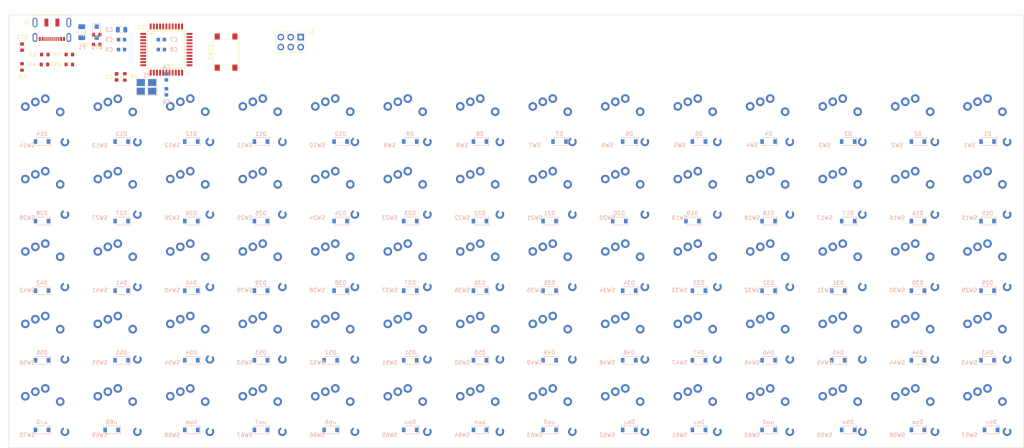
<source format=kicad_pcb>
(kicad_pcb (version 20171130) (host pcbnew "(5.1.9-0-10_14)")
  (title_block (date 2020-12-30) (rev 1.0) (company Toms))
  (layers (0 F.Cu signal) (31 B.Cu signal) (34 B.Paste user) (35 F.Paste user) (36 B.SilkS user) (37 F.SilkS user) (38 B.Mask user) (39 F.Mask user) (44 Edge.Cuts user))
  (net 0 "")
  (net 1 /RESET)
  (net 2 GNDPWR)
  (net 3 +5V)
  (net 4 "Net-(C4-Pad1)")
  (net 5 "Net-(C6-Pad1)")
  (net 6 "Net-(C7-Pad1)")
  (net 7 "Net-(C8-Pad1)")
  (net 8 "Net-(D1-Pad2)")
  (net 9 /COL13)
  (net 10 "Net-(D2-Pad2)")
  (net 11 "Net-(D3-Pad2)")
  (net 12 "Net-(D4-Pad2)")
  (net 13 "Net-(D5-Pad2)")
  (net 14 "Net-(D6-Pad2)")
  (net 15 "Net-(D7-Pad2)")
  (net 16 "Net-(D8-Pad2)")
  (net 17 "Net-(D9-Pad2)")
  (net 18 "Net-(D10-Pad2)")
  (net 19 "Net-(D11-Pad2)")
  (net 20 "Net-(D12-Pad2)")
  (net 21 "Net-(D13-Pad2)")
  (net 22 "Net-(D14-Pad2)")
  (net 23 "Net-(D15-Pad2)")
  (net 24 /D0)
  (net 25 "Net-(D16-Pad2)")
  (net 26 "Net-(D17-Pad2)")
  (net 27 "Net-(D18-Pad2)")
  (net 28 "Net-(D19-Pad2)")
  (net 29 "Net-(D20-Pad2)")
  (net 30 "Net-(D21-Pad2)")
  (net 31 "Net-(D22-Pad2)")
  (net 32 "Net-(D23-Pad2)")
  (net 33 "Net-(D24-Pad2)")
  (net 34 "Net-(D25-Pad2)")
  (net 35 "Net-(D26-Pad2)")
  (net 36 "Net-(D27-Pad2)")
  (net 37 "Net-(D28-Pad2)")
  (net 38 "Net-(D29-Pad2)")
  (net 39 /D2)
  (net 40 "Net-(D30-Pad2)")
  (net 41 "Net-(D31-Pad2)")
  (net 42 "Net-(D32-Pad2)")
  (net 43 "Net-(D33-Pad2)")
  (net 44 "Net-(D34-Pad2)")
  (net 45 "Net-(D35-Pad2)")
  (net 46 "Net-(D36-Pad2)")
  (net 47 "Net-(D37-Pad2)")
  (net 48 "Net-(D38-Pad2)")
  (net 49 "Net-(D39-Pad2)")
  (net 50 "Net-(D40-Pad2)")
  (net 51 "Net-(D41-Pad2)")
  (net 52 "Net-(D42-Pad2)")
  (net 53 /D4)
  (net 54 "Net-(D43-Pad2)")
  (net 55 "Net-(D44-Pad2)")
  (net 56 "Net-(D45-Pad2)")
  (net 57 "Net-(D46-Pad2)")
  (net 58 "Net-(D47-Pad2)")
  (net 59 "Net-(D48-Pad2)")
  (net 60 "Net-(D49-Pad2)")
  (net 61 "Net-(D50-Pad2)")
  (net 62 "Net-(D51-Pad2)")
  (net 63 "Net-(D52-Pad2)")
  (net 64 "Net-(D53-Pad2)")
  (net 65 "Net-(D54-Pad2)")
  (net 66 "Net-(D55-Pad2)")
  (net 67 /D3)
  (net 68 "Net-(D56-Pad2)")
  (net 69 "Net-(D57-Pad2)")
  (net 70 "Net-(D58-Pad2)")
  (net 71 "Net-(D59-Pad2)")
  (net 72 "Net-(D60-Pad2)")
  (net 73 "Net-(D61-Pad2)")
  (net 74 "Net-(D62-Pad2)")
  (net 75 "Net-(D63-Pad2)")
  (net 76 "Net-(D64-Pad2)")
  (net 77 "Net-(D65-Pad2)")
  (net 78 "Net-(D66-Pad2)")
  (net 79 "Net-(D67-Pad2)")
  (net 80 "Net-(D68-Pad2)")
  (net 81 VCC)
  (net 82 "Net-(J1-PadA8)")
  (net 83 "Net-(J1-PadA7)")
  (net 84 "Net-(J1-PadA6)")
  (net 85 "Net-(J1-PadA5)")
  (net 86 "Net-(J1-PadB5)")
  (net 87 "Net-(J1-PadB8)")
  (net 88 /COL11)
  (net 89 /COL9)
  (net 90 /COL10)
  (net 91 /D-)
  (net 92 /D+)
  (net 93 /COL0)
  (net 94 /COL1)
  (net 95 /COL2)
  (net 96 /COL3)
  (net 97 /COL4)
  (net 98 /A3)
  (net 99 /A2)
  (net 100 /A1)
  (net 101 /A0)
  (net 102 /COL12)
  (net 103 "Net-(U1-Pad41)")
  (net 104 "Net-(U1-Pad40)")
  (net 105 "Net-(U1-Pad32)")
  (net 106 "Net-(U1-Pad26)")
  (net 107 "Net-(U1-Pad22)")
  (net 108 "Net-(U1-Pad8)")
  (net 109 Earth)
  (net 110 /D1)
  (net 111 "Net-(D69-Pad2)")
  (net 112 "Net-(D70-Pad2)")
  (net 113 "Net-(D71-Pad2)")
  (net 114 "Net-(D72-Pad2)")
  (module Button_Switch_SMD:SW_SPST_PTS645 (layer F.Cu) (at 146.05 119.38 90)
    (fp_text reference SW71 (at 0 -4.05 90) (layer F.SilkS))
    (fp_text value SW_Push)
    (pad 2 smd rect (at 3.98 2.25 90) (size 1.55 1.3) (layers F.Cu F.Paste F.Mask) (net 2 GNDPWR))
    (pad 1 smd rect (at 3.98 -2.25 90) (size 1.55 1.3) (layers F.Cu F.Paste F.Mask) (net 1 /RESET))
    (pad 1 smd rect (at -3.98 -2.25 90) (size 1.55 1.3) (layers F.Cu F.Paste F.Mask) (net 1 /RESET))
    (pad 2 smd rect (at -3.98 2.25 90) (size 1.55 1.3) (layers F.Cu F.Paste F.Mask) (net 2 GNDPWR))
  )
  (module Crystal:Crystal_SMD_SeikoEpson_FA238-4Pin_3.2x2.5mm_HandSoldering (layer B.Cu) (at 125.73 128.27 180)
    (fp_text reference Y1 (at 0 3) (layer B.SilkS) (effects (justify mirror)))
    (fp_text value 16MHz)
    (pad 4 smd rect (at -1.45 1.1 180) (size 2.1 1.8) (layers B.Cu B.Paste B.Mask))
    (pad 3 smd rect (at 1.45 1.1 180) (size 2.1 1.8) (layers B.Cu B.Paste B.Mask) (net 4 "Net-(C4-Pad1)"))
    (pad 2 smd rect (at 1.45 -1.1 180) (size 2.1 1.8) (layers B.Cu B.Paste B.Mask))
    (pad 1 smd rect (at -1.45 -1.1 180) (size 2.1 1.8) (layers B.Cu B.Paste B.Mask) (net 5 "Net-(C6-Pad1)"))
  )
  (module Keebio-Parts:ATMEGA32U4-AU (layer F.Cu) (at 130.81 118.745)
    (fp_text reference U1 (at -6.35 -5.715) (layer F.SilkS))
    (fp_text value ATmega32U4-AU hide)
    (pad 44 smd rect (at -4 -5.9) (size 0.5 1.5) (layers F.Cu F.Paste F.Mask) (net 3 +5V))
    (pad 43 smd rect (at -3.2 -5.9) (size 0.5 1.5) (layers F.Cu F.Paste F.Mask) (net 2 GNDPWR))
    (pad 42 smd rect (at -2.4 -5.9) (size 0.5 1.5) (layers F.Cu F.Paste F.Mask) (net 6 "Net-(C7-Pad1)"))
    (pad 41 smd rect (at -1.6 -5.9) (size 0.5 1.5) (layers F.Cu F.Paste F.Mask) (net 103 "Net-(U1-Pad41)"))
    (pad 40 smd rect (at -0.8 -5.9) (size 0.5 1.5) (layers F.Cu F.Paste F.Mask) (net 104 "Net-(U1-Pad40)"))
    (pad 39 smd rect (at 0 -5.9) (size 0.5 1.5) (layers F.Cu F.Paste F.Mask) (net 98 /A3))
    (pad 38 smd rect (at 0.8 -5.9) (size 0.5 1.5) (layers F.Cu F.Paste F.Mask) (net 99 /A2))
    (pad 37 smd rect (at 1.6 -5.9) (size 0.5 1.5) (layers F.Cu F.Paste F.Mask) (net 100 /A1))
    (pad 36 smd rect (at 2.4 -5.9) (size 0.5 1.5) (layers F.Cu F.Paste F.Mask) (net 101 /A0))
    (pad 35 smd rect (at 3.2 -5.9) (size 0.5 1.5) (layers F.Cu F.Paste F.Mask) (net 2 GNDPWR))
    (pad 34 smd rect (at 4 -5.9) (size 0.5 1.5) (layers F.Cu F.Paste F.Mask) (net 3 +5V))
    (pad 33 smd rect (at 5.9 -4) (size 1.5 0.5) (layers F.Cu F.Paste F.Mask) (net 2 GNDPWR))
    (pad 32 smd rect (at 5.9 -3.2) (size 1.5 0.5) (layers F.Cu F.Paste F.Mask) (net 105 "Net-(U1-Pad32)"))
    (pad 31 smd rect (at 5.9 -2.4) (size 1.5 0.5) (layers F.Cu F.Paste F.Mask) (net 93 /COL0))
    (pad 30 smd rect (at 5.9 -1.6) (size 1.5 0.5) (layers F.Cu F.Paste F.Mask) (net 102 /COL12))
    (pad 29 smd rect (at 5.9 -0.8) (size 1.5 0.5) (layers F.Cu F.Paste F.Mask) (net 97 /COL4))
    (pad 28 smd rect (at 5.9 0) (size 1.5 0.5) (layers F.Cu F.Paste F.Mask) (net 96 /COL3))
    (pad 27 smd rect (at 5.9 0.8) (size 1.5 0.5) (layers F.Cu F.Paste F.Mask) (net 94 /COL1))
    (pad 26 smd rect (at 5.9 1.6) (size 1.5 0.5) (layers F.Cu F.Paste F.Mask) (net 106 "Net-(U1-Pad26)"))
    (pad 25 smd rect (at 5.9 2.4) (size 1.5 0.5) (layers F.Cu F.Paste F.Mask) (net 53 /D4))
    (pad 24 smd rect (at 5.9 3.2) (size 1.5 0.5) (layers F.Cu F.Paste F.Mask) (net 3 +5V))
    (pad 23 smd rect (at 5.9 4) (size 1.5 0.5) (layers F.Cu F.Paste F.Mask) (net 2 GNDPWR))
    (pad 22 smd rect (at 4 5.9) (size 0.5 1.5) (layers F.Cu F.Paste F.Mask) (net 107 "Net-(U1-Pad22)"))
    (pad 21 smd rect (at 3.2 5.9) (size 0.5 1.5) (layers F.Cu F.Paste F.Mask) (net 110 /D1))
    (pad 20 smd rect (at 2.4 5.9) (size 0.5 1.5) (layers F.Cu F.Paste F.Mask) (net 24 /D0))
    (pad 19 smd rect (at 1.6 5.9) (size 0.5 1.5) (layers F.Cu F.Paste F.Mask) (net 39 /D2))
    (pad 18 smd rect (at 0.8 5.9) (size 0.5 1.5) (layers F.Cu F.Paste F.Mask) (net 67 /D3))
    (pad 17 smd rect (at 0 5.9) (size 0.5 1.5) (layers F.Cu F.Paste F.Mask) (net 4 "Net-(C4-Pad1)"))
    (pad 16 smd rect (at -0.8 5.9) (size 0.5 1.5) (layers F.Cu F.Paste F.Mask) (net 5 "Net-(C6-Pad1)"))
    (pad 15 smd rect (at -1.6 5.9) (size 0.5 1.5) (layers F.Cu F.Paste F.Mask) (net 2 GNDPWR))
    (pad 14 smd rect (at -2.4 5.9) (size 0.5 1.5) (layers F.Cu F.Paste F.Mask) (net 3 +5V))
    (pad 13 smd rect (at -3.2 5.9) (size 0.5 1.5) (layers F.Cu F.Paste F.Mask) (net 1 /RESET))
    (pad 12 smd rect (at -4 5.9) (size 0.5 1.5) (layers F.Cu F.Paste F.Mask) (net 9 /COL13))
    (pad 11 smd rect (at -5.9 4) (size 1.5 0.5) (layers F.Cu F.Paste F.Mask) (net 90 /COL10))
    (pad 10 smd rect (at -5.9 3.2) (size 1.5 0.5) (layers F.Cu F.Paste F.Mask) (net 88 /COL11))
    (pad 9 smd rect (at -5.9 2.4) (size 1.5 0.5) (layers F.Cu F.Paste F.Mask) (net 89 /COL9))
    (pad 8 smd rect (at -5.9 1.6) (size 1.5 0.5) (layers F.Cu F.Paste F.Mask) (net 108 "Net-(U1-Pad8)"))
    (pad 7 smd rect (at -5.9 0.8) (size 1.5 0.5) (layers F.Cu F.Paste F.Mask) (net 81 VCC))
    (pad 6 smd rect (at -5.9 0) (size 1.5 0.5) (layers F.Cu F.Paste F.Mask) (net 7 "Net-(C8-Pad1)"))
    (pad 5 smd rect (at -5.9 -0.8) (size 1.5 0.5) (layers F.Cu F.Paste F.Mask) (net 2 GNDPWR))
    (pad 4 smd rect (at -5.9 -1.6) (size 1.5 0.5) (layers F.Cu F.Paste F.Mask) (net 92 /D+))
    (pad 3 smd rect (at -5.9 -2.4) (size 1.5 0.5) (layers F.Cu F.Paste F.Mask) (net 91 /D-))
    (pad 2 smd rect (at -5.9 -3.2) (size 1.5 0.5) (layers F.Cu F.Paste F.Mask) (net 81 VCC))
    (pad 1 smd rect (at -5.9 -4) (size 1.5 0.5) (layers F.Cu F.Paste F.Mask) (net 95 /COL2))
  )
  (module keyboard_toms:CherryMX_Choc_V2_1u (layer B.Cu) (at 99.92 211.22 180)
    (fp_text reference SW70 (at 4.6 -6) (layer B.SilkS) (effects (justify mirror)))
    (fp_text value SW_Push hide)
    (pad 3 thru_hole circle (at -5 -5.15 180) (size 2.2 2.2) (drill 1.2) (layers *.Cu *.Mask))
    (pad "" np_thru_hole circle (at -5.22 -4.2 180) (size 1 1) (drill 1) (layers *.Cu))
    (pad "" np_thru_hole circle (at 5.22 -4.2 180) (size 1 1) (drill 1) (layers *.Cu *.Mask))
    (pad "" np_thru_hole circle (at -5.08 0 180) (size 1.7 1.7) (drill 1.7) (layers *.Cu *.Mask))
    (pad "" np_thru_hole circle (at 5.08 0 180) (size 1.7 1.7) (drill 1.7) (layers *.Cu *.Mask))
    (pad 1 thru_hole circle (at -3.81 2.54 130) (size 2.2 2.2) (drill 1.2) (layers *.Cu *.Mask) (net 9 /COL13))
    (pad 2 thru_hole circle (at 2.54 5.08 180) (size 2.2 2.2) (drill 1.2) (layers *.Cu *.Mask) (net 112 "Net-(D70-Pad2)"))
    (pad 2 thru_hole circle (at 0 5.9 90) (size 2.2 2.2) (drill 1.2) (layers *.Cu *.Mask) (net 112 "Net-(D70-Pad2)"))
    (pad "" np_thru_hole circle (at 5.5 0 90) (size 1.9 1.9) (drill 1.9) (layers *.Cu *.Mask))
    (pad "" np_thru_hole circle (at -5.5 0 90) (size 1.9 1.9) (drill 1.9) (layers *.Cu *.Mask))
    (pad "" np_thru_hole circle (at 0 0 90) (size 5 5) (drill 5) (layers *.Cu *.Mask))
    (pad 1 thru_hole circle (at 5.1 3.9 230) (size 2.2 2.2) (drill 1.2) (layers *.Cu *.Mask) (net 9 /COL13))
  )
  (module keyboard_toms:CherryMX_Choc_V2_1u (layer B.Cu) (at 118.42 211.22 180)
    (fp_text reference SW69 (at 4.6 -6) (layer B.SilkS) (effects (justify mirror)))
    (fp_text value SW_Push hide)
    (pad 3 thru_hole circle (at -5 -5.15 180) (size 2.2 2.2) (drill 1.2) (layers *.Cu *.Mask))
    (pad "" np_thru_hole circle (at -5.22 -4.2 180) (size 1 1) (drill 1) (layers *.Cu))
    (pad "" np_thru_hole circle (at 5.22 -4.2 180) (size 1 1) (drill 1) (layers *.Cu *.Mask))
    (pad "" np_thru_hole circle (at -5.08 0 180) (size 1.7 1.7) (drill 1.7) (layers *.Cu *.Mask))
    (pad "" np_thru_hole circle (at 5.08 0 180) (size 1.7 1.7) (drill 1.7) (layers *.Cu *.Mask))
    (pad 1 thru_hole circle (at -3.81 2.54 130) (size 2.2 2.2) (drill 1.2) (layers *.Cu *.Mask) (net 102 /COL12))
    (pad 2 thru_hole circle (at 2.54 5.08 180) (size 2.2 2.2) (drill 1.2) (layers *.Cu *.Mask) (net 111 "Net-(D69-Pad2)"))
    (pad 2 thru_hole circle (at 0 5.9 90) (size 2.2 2.2) (drill 1.2) (layers *.Cu *.Mask) (net 111 "Net-(D69-Pad2)"))
    (pad "" np_thru_hole circle (at 5.5 0 90) (size 1.9 1.9) (drill 1.9) (layers *.Cu *.Mask))
    (pad "" np_thru_hole circle (at -5.5 0 90) (size 1.9 1.9) (drill 1.9) (layers *.Cu *.Mask))
    (pad "" np_thru_hole circle (at 0 0 90) (size 5 5) (drill 5) (layers *.Cu *.Mask))
    (pad 1 thru_hole circle (at 5.1 3.9 230) (size 2.2 2.2) (drill 1.2) (layers *.Cu *.Mask) (net 102 /COL12))
  )
  (module keyboard_toms:CherryMX_Choc_V2_1u (layer B.Cu) (at 136.92 211.22 180)
    (fp_text reference SW68 (at 4.6 -6) (layer B.SilkS) (effects (justify mirror)))
    (fp_text value SW_Push hide)
    (pad 3 thru_hole circle (at -5 -5.15 180) (size 2.2 2.2) (drill 1.2) (layers *.Cu *.Mask))
    (pad "" np_thru_hole circle (at -5.22 -4.2 180) (size 1 1) (drill 1) (layers *.Cu))
    (pad "" np_thru_hole circle (at 5.22 -4.2 180) (size 1 1) (drill 1) (layers *.Cu *.Mask))
    (pad "" np_thru_hole circle (at -5.08 0 180) (size 1.7 1.7) (drill 1.7) (layers *.Cu *.Mask))
    (pad "" np_thru_hole circle (at 5.08 0 180) (size 1.7 1.7) (drill 1.7) (layers *.Cu *.Mask))
    (pad 1 thru_hole circle (at -3.81 2.54 130) (size 2.2 2.2) (drill 1.2) (layers *.Cu *.Mask) (net 88 /COL11))
    (pad 2 thru_hole circle (at 2.54 5.08 180) (size 2.2 2.2) (drill 1.2) (layers *.Cu *.Mask) (net 80 "Net-(D68-Pad2)"))
    (pad 2 thru_hole circle (at 0 5.9 90) (size 2.2 2.2) (drill 1.2) (layers *.Cu *.Mask) (net 80 "Net-(D68-Pad2)"))
    (pad "" np_thru_hole circle (at 5.5 0 90) (size 1.9 1.9) (drill 1.9) (layers *.Cu *.Mask))
    (pad "" np_thru_hole circle (at -5.5 0 90) (size 1.9 1.9) (drill 1.9) (layers *.Cu *.Mask))
    (pad "" np_thru_hole circle (at 0 0 90) (size 5 5) (drill 5) (layers *.Cu *.Mask))
    (pad 1 thru_hole circle (at 5.1 3.9 230) (size 2.2 2.2) (drill 1.2) (layers *.Cu *.Mask) (net 88 /COL11))
  )
  (module keyboard_toms:CherryMX_Choc_V2_1u (layer B.Cu) (at 155.42 211.22 180)
    (fp_text reference SW67 (at 4.6 -6) (layer B.SilkS) (effects (justify mirror)))
    (fp_text value SW_Push hide)
    (pad 3 thru_hole circle (at -5 -5.15 180) (size 2.2 2.2) (drill 1.2) (layers *.Cu *.Mask))
    (pad "" np_thru_hole circle (at -5.22 -4.2 180) (size 1 1) (drill 1) (layers *.Cu))
    (pad "" np_thru_hole circle (at 5.22 -4.2 180) (size 1 1) (drill 1) (layers *.Cu *.Mask))
    (pad "" np_thru_hole circle (at -5.08 0 180) (size 1.7 1.7) (drill 1.7) (layers *.Cu *.Mask))
    (pad "" np_thru_hole circle (at 5.08 0 180) (size 1.7 1.7) (drill 1.7) (layers *.Cu *.Mask))
    (pad 1 thru_hole circle (at -3.81 2.54 130) (size 2.2 2.2) (drill 1.2) (layers *.Cu *.Mask) (net 90 /COL10))
    (pad 2 thru_hole circle (at 2.54 5.08 180) (size 2.2 2.2) (drill 1.2) (layers *.Cu *.Mask) (net 79 "Net-(D67-Pad2)"))
    (pad 2 thru_hole circle (at 0 5.9 90) (size 2.2 2.2) (drill 1.2) (layers *.Cu *.Mask) (net 79 "Net-(D67-Pad2)"))
    (pad "" np_thru_hole circle (at 5.5 0 90) (size 1.9 1.9) (drill 1.9) (layers *.Cu *.Mask))
    (pad "" np_thru_hole circle (at -5.5 0 90) (size 1.9 1.9) (drill 1.9) (layers *.Cu *.Mask))
    (pad "" np_thru_hole circle (at 0 0 90) (size 5 5) (drill 5) (layers *.Cu *.Mask))
    (pad 1 thru_hole circle (at 5.1 3.9 230) (size 2.2 2.2) (drill 1.2) (layers *.Cu *.Mask) (net 90 /COL10))
  )
  (module keyboard_toms:CherryMX_Choc_V2_1u (layer B.Cu) (at 173.92 211.22 180)
    (fp_text reference SW66 (at 4.6 -6) (layer B.SilkS) (effects (justify mirror)))
    (fp_text value SW_Push hide)
    (pad 3 thru_hole circle (at -5 -5.15 180) (size 2.2 2.2) (drill 1.2) (layers *.Cu *.Mask))
    (pad "" np_thru_hole circle (at -5.22 -4.2 180) (size 1 1) (drill 1) (layers *.Cu))
    (pad "" np_thru_hole circle (at 5.22 -4.2 180) (size 1 1) (drill 1) (layers *.Cu *.Mask))
    (pad "" np_thru_hole circle (at -5.08 0 180) (size 1.7 1.7) (drill 1.7) (layers *.Cu *.Mask))
    (pad "" np_thru_hole circle (at 5.08 0 180) (size 1.7 1.7) (drill 1.7) (layers *.Cu *.Mask))
    (pad 1 thru_hole circle (at -3.81 2.54 130) (size 2.2 2.2) (drill 1.2) (layers *.Cu *.Mask) (net 89 /COL9))
    (pad 2 thru_hole circle (at 2.54 5.08 180) (size 2.2 2.2) (drill 1.2) (layers *.Cu *.Mask) (net 78 "Net-(D66-Pad2)"))
    (pad 2 thru_hole circle (at 0 5.9 90) (size 2.2 2.2) (drill 1.2) (layers *.Cu *.Mask) (net 78 "Net-(D66-Pad2)"))
    (pad "" np_thru_hole circle (at 5.5 0 90) (size 1.9 1.9) (drill 1.9) (layers *.Cu *.Mask))
    (pad "" np_thru_hole circle (at -5.5 0 90) (size 1.9 1.9) (drill 1.9) (layers *.Cu *.Mask))
    (pad "" np_thru_hole circle (at 0 0 90) (size 5 5) (drill 5) (layers *.Cu *.Mask))
    (pad 1 thru_hole circle (at 5.1 3.9 230) (size 2.2 2.2) (drill 1.2) (layers *.Cu *.Mask) (net 89 /COL9))
  )
  (module keyboard_toms:CherryMX_Choc_V2_1u (layer B.Cu) (at 192.42 211.22 180)
    (fp_text reference SW65 (at 4.6 -6) (layer B.SilkS) (effects (justify mirror)))
    (fp_text value SW_Push hide)
    (pad 3 thru_hole circle (at -5 -5.15 180) (size 2.2 2.2) (drill 1.2) (layers *.Cu *.Mask))
    (pad "" np_thru_hole circle (at -5.22 -4.2 180) (size 1 1) (drill 1) (layers *.Cu))
    (pad "" np_thru_hole circle (at 5.22 -4.2 180) (size 1 1) (drill 1) (layers *.Cu *.Mask))
    (pad "" np_thru_hole circle (at -5.08 0 180) (size 1.7 1.7) (drill 1.7) (layers *.Cu *.Mask))
    (pad "" np_thru_hole circle (at 5.08 0 180) (size 1.7 1.7) (drill 1.7) (layers *.Cu *.Mask))
    (pad 1 thru_hole circle (at -3.81 2.54 130) (size 2.2 2.2) (drill 1.2) (layers *.Cu *.Mask) (net 101 /A0))
    (pad 2 thru_hole circle (at 2.54 5.08 180) (size 2.2 2.2) (drill 1.2) (layers *.Cu *.Mask) (net 77 "Net-(D65-Pad2)"))
    (pad 2 thru_hole circle (at 0 5.9 90) (size 2.2 2.2) (drill 1.2) (layers *.Cu *.Mask) (net 77 "Net-(D65-Pad2)"))
    (pad "" np_thru_hole circle (at 5.5 0 90) (size 1.9 1.9) (drill 1.9) (layers *.Cu *.Mask))
    (pad "" np_thru_hole circle (at -5.5 0 90) (size 1.9 1.9) (drill 1.9) (layers *.Cu *.Mask))
    (pad "" np_thru_hole circle (at 0 0 90) (size 5 5) (drill 5) (layers *.Cu *.Mask))
    (pad 1 thru_hole circle (at 5.1 3.9 230) (size 2.2 2.2) (drill 1.2) (layers *.Cu *.Mask) (net 101 /A0))
  )
  (module keyboard_toms:CherryMX_Choc_V2_1u (layer B.Cu) (at 210.92 211.22 180)
    (fp_text reference SW64 (at 4.6 -6) (layer B.SilkS) (effects (justify mirror)))
    (fp_text value SW_Push hide)
    (pad 3 thru_hole circle (at -5 -5.15 180) (size 2.2 2.2) (drill 1.2) (layers *.Cu *.Mask))
    (pad "" np_thru_hole circle (at -5.22 -4.2 180) (size 1 1) (drill 1) (layers *.Cu))
    (pad "" np_thru_hole circle (at 5.22 -4.2 180) (size 1 1) (drill 1) (layers *.Cu *.Mask))
    (pad "" np_thru_hole circle (at -5.08 0 180) (size 1.7 1.7) (drill 1.7) (layers *.Cu *.Mask))
    (pad "" np_thru_hole circle (at 5.08 0 180) (size 1.7 1.7) (drill 1.7) (layers *.Cu *.Mask))
    (pad 1 thru_hole circle (at -3.81 2.54 130) (size 2.2 2.2) (drill 1.2) (layers *.Cu *.Mask) (net 100 /A1))
    (pad 2 thru_hole circle (at 2.54 5.08 180) (size 2.2 2.2) (drill 1.2) (layers *.Cu *.Mask) (net 76 "Net-(D64-Pad2)"))
    (pad 2 thru_hole circle (at 0 5.9 90) (size 2.2 2.2) (drill 1.2) (layers *.Cu *.Mask) (net 76 "Net-(D64-Pad2)"))
    (pad "" np_thru_hole circle (at 5.5 0 90) (size 1.9 1.9) (drill 1.9) (layers *.Cu *.Mask))
    (pad "" np_thru_hole circle (at -5.5 0 90) (size 1.9 1.9) (drill 1.9) (layers *.Cu *.Mask))
    (pad "" np_thru_hole circle (at 0 0 90) (size 5 5) (drill 5) (layers *.Cu *.Mask))
    (pad 1 thru_hole circle (at 5.1 3.9 230) (size 2.2 2.2) (drill 1.2) (layers *.Cu *.Mask) (net 100 /A1))
  )
  (module keyboard_toms:CherryMX_Choc_V2_1u (layer B.Cu) (at 229.42 211.22 180)
    (fp_text reference SW63 (at 4.6 -6) (layer B.SilkS) (effects (justify mirror)))
    (fp_text value SW_Push hide)
    (pad 3 thru_hole circle (at -5 -5.15 180) (size 2.2 2.2) (drill 1.2) (layers *.Cu *.Mask))
    (pad "" np_thru_hole circle (at -5.22 -4.2 180) (size 1 1) (drill 1) (layers *.Cu))
    (pad "" np_thru_hole circle (at 5.22 -4.2 180) (size 1 1) (drill 1) (layers *.Cu *.Mask))
    (pad "" np_thru_hole circle (at -5.08 0 180) (size 1.7 1.7) (drill 1.7) (layers *.Cu *.Mask))
    (pad "" np_thru_hole circle (at 5.08 0 180) (size 1.7 1.7) (drill 1.7) (layers *.Cu *.Mask))
    (pad 1 thru_hole circle (at -3.81 2.54 130) (size 2.2 2.2) (drill 1.2) (layers *.Cu *.Mask) (net 99 /A2))
    (pad 2 thru_hole circle (at 2.54 5.08 180) (size 2.2 2.2) (drill 1.2) (layers *.Cu *.Mask) (net 75 "Net-(D63-Pad2)"))
    (pad 2 thru_hole circle (at 0 5.9 90) (size 2.2 2.2) (drill 1.2) (layers *.Cu *.Mask) (net 75 "Net-(D63-Pad2)"))
    (pad "" np_thru_hole circle (at 5.5 0 90) (size 1.9 1.9) (drill 1.9) (layers *.Cu *.Mask))
    (pad "" np_thru_hole circle (at -5.5 0 90) (size 1.9 1.9) (drill 1.9) (layers *.Cu *.Mask))
    (pad "" np_thru_hole circle (at 0 0 90) (size 5 5) (drill 5) (layers *.Cu *.Mask))
    (pad 1 thru_hole circle (at 5.1 3.9 230) (size 2.2 2.2) (drill 1.2) (layers *.Cu *.Mask) (net 99 /A2))
  )
  (module keyboard_toms:CherryMX_Choc_V2_1u (layer B.Cu) (at 247.92 211.22 180)
    (fp_text reference SW62 (at 4.6 -6) (layer B.SilkS) (effects (justify mirror)))
    (fp_text value SW_Push hide)
    (pad 3 thru_hole circle (at -5 -5.15 180) (size 2.2 2.2) (drill 1.2) (layers *.Cu *.Mask))
    (pad "" np_thru_hole circle (at -5.22 -4.2 180) (size 1 1) (drill 1) (layers *.Cu))
    (pad "" np_thru_hole circle (at 5.22 -4.2 180) (size 1 1) (drill 1) (layers *.Cu *.Mask))
    (pad "" np_thru_hole circle (at -5.08 0 180) (size 1.7 1.7) (drill 1.7) (layers *.Cu *.Mask))
    (pad "" np_thru_hole circle (at 5.08 0 180) (size 1.7 1.7) (drill 1.7) (layers *.Cu *.Mask))
    (pad 1 thru_hole circle (at -3.81 2.54 130) (size 2.2 2.2) (drill 1.2) (layers *.Cu *.Mask) (net 98 /A3))
    (pad 2 thru_hole circle (at 2.54 5.08 180) (size 2.2 2.2) (drill 1.2) (layers *.Cu *.Mask) (net 74 "Net-(D62-Pad2)"))
    (pad 2 thru_hole circle (at 0 5.9 90) (size 2.2 2.2) (drill 1.2) (layers *.Cu *.Mask) (net 74 "Net-(D62-Pad2)"))
    (pad "" np_thru_hole circle (at 5.5 0 90) (size 1.9 1.9) (drill 1.9) (layers *.Cu *.Mask))
    (pad "" np_thru_hole circle (at -5.5 0 90) (size 1.9 1.9) (drill 1.9) (layers *.Cu *.Mask))
    (pad "" np_thru_hole circle (at 0 0 90) (size 5 5) (drill 5) (layers *.Cu *.Mask))
    (pad 1 thru_hole circle (at 5.1 3.9 230) (size 2.2 2.2) (drill 1.2) (layers *.Cu *.Mask) (net 98 /A3))
  )
  (module keyboard_toms:CherryMX_Choc_V2_1u (layer B.Cu) (at 266.42 211.22 180)
    (fp_text reference SW61 (at 4.6 -6) (layer B.SilkS) (effects (justify mirror)))
    (fp_text value SW_Push hide)
    (pad 3 thru_hole circle (at -5 -5.15 180) (size 2.2 2.2) (drill 1.2) (layers *.Cu *.Mask))
    (pad "" np_thru_hole circle (at -5.22 -4.2 180) (size 1 1) (drill 1) (layers *.Cu))
    (pad "" np_thru_hole circle (at 5.22 -4.2 180) (size 1 1) (drill 1) (layers *.Cu *.Mask))
    (pad "" np_thru_hole circle (at -5.08 0 180) (size 1.7 1.7) (drill 1.7) (layers *.Cu *.Mask))
    (pad "" np_thru_hole circle (at 5.08 0 180) (size 1.7 1.7) (drill 1.7) (layers *.Cu *.Mask))
    (pad 1 thru_hole circle (at -3.81 2.54 130) (size 2.2 2.2) (drill 1.2) (layers *.Cu *.Mask) (net 97 /COL4))
    (pad 2 thru_hole circle (at 2.54 5.08 180) (size 2.2 2.2) (drill 1.2) (layers *.Cu *.Mask) (net 73 "Net-(D61-Pad2)"))
    (pad 2 thru_hole circle (at 0 5.9 90) (size 2.2 2.2) (drill 1.2) (layers *.Cu *.Mask) (net 73 "Net-(D61-Pad2)"))
    (pad "" np_thru_hole circle (at 5.5 0 90) (size 1.9 1.9) (drill 1.9) (layers *.Cu *.Mask))
    (pad "" np_thru_hole circle (at -5.5 0 90) (size 1.9 1.9) (drill 1.9) (layers *.Cu *.Mask))
    (pad "" np_thru_hole circle (at 0 0 90) (size 5 5) (drill 5) (layers *.Cu *.Mask))
    (pad 1 thru_hole circle (at 5.1 3.9 230) (size 2.2 2.2) (drill 1.2) (layers *.Cu *.Mask) (net 97 /COL4))
  )
  (module keyboard_toms:CherryMX_Choc_V2_1u (layer B.Cu) (at 284.92 211.22 180)
    (fp_text reference SW60 (at 4.6 -6) (layer B.SilkS) (effects (justify mirror)))
    (fp_text value SW_Push hide)
    (pad 3 thru_hole circle (at -5 -5.15 180) (size 2.2 2.2) (drill 1.2) (layers *.Cu *.Mask))
    (pad "" np_thru_hole circle (at -5.22 -4.2 180) (size 1 1) (drill 1) (layers *.Cu))
    (pad "" np_thru_hole circle (at 5.22 -4.2 180) (size 1 1) (drill 1) (layers *.Cu *.Mask))
    (pad "" np_thru_hole circle (at -5.08 0 180) (size 1.7 1.7) (drill 1.7) (layers *.Cu *.Mask))
    (pad "" np_thru_hole circle (at 5.08 0 180) (size 1.7 1.7) (drill 1.7) (layers *.Cu *.Mask))
    (pad 1 thru_hole circle (at -3.81 2.54 130) (size 2.2 2.2) (drill 1.2) (layers *.Cu *.Mask) (net 96 /COL3))
    (pad 2 thru_hole circle (at 2.54 5.08 180) (size 2.2 2.2) (drill 1.2) (layers *.Cu *.Mask) (net 72 "Net-(D60-Pad2)"))
    (pad 2 thru_hole circle (at 0 5.9 90) (size 2.2 2.2) (drill 1.2) (layers *.Cu *.Mask) (net 72 "Net-(D60-Pad2)"))
    (pad "" np_thru_hole circle (at 5.5 0 90) (size 1.9 1.9) (drill 1.9) (layers *.Cu *.Mask))
    (pad "" np_thru_hole circle (at -5.5 0 90) (size 1.9 1.9) (drill 1.9) (layers *.Cu *.Mask))
    (pad "" np_thru_hole circle (at 0 0 90) (size 5 5) (drill 5) (layers *.Cu *.Mask))
    (pad 1 thru_hole circle (at 5.1 3.9 230) (size 2.2 2.2) (drill 1.2) (layers *.Cu *.Mask) (net 96 /COL3))
  )
  (module keyboard_toms:CherryMX_Choc_V2_1u (layer B.Cu) (at 303.42 211.22 180)
    (fp_text reference SW59 (at 4.6 -6) (layer B.SilkS) (effects (justify mirror)))
    (fp_text value SW_Push hide)
    (pad 3 thru_hole circle (at -5 -5.15 180) (size 2.2 2.2) (drill 1.2) (layers *.Cu *.Mask))
    (pad "" np_thru_hole circle (at -5.22 -4.2 180) (size 1 1) (drill 1) (layers *.Cu))
    (pad "" np_thru_hole circle (at 5.22 -4.2 180) (size 1 1) (drill 1) (layers *.Cu *.Mask))
    (pad "" np_thru_hole circle (at -5.08 0 180) (size 1.7 1.7) (drill 1.7) (layers *.Cu *.Mask))
    (pad "" np_thru_hole circle (at 5.08 0 180) (size 1.7 1.7) (drill 1.7) (layers *.Cu *.Mask))
    (pad 1 thru_hole circle (at -3.81 2.54 130) (size 2.2 2.2) (drill 1.2) (layers *.Cu *.Mask) (net 95 /COL2))
    (pad 2 thru_hole circle (at 2.54 5.08 180) (size 2.2 2.2) (drill 1.2) (layers *.Cu *.Mask) (net 71 "Net-(D59-Pad2)"))
    (pad 2 thru_hole circle (at 0 5.9 90) (size 2.2 2.2) (drill 1.2) (layers *.Cu *.Mask) (net 71 "Net-(D59-Pad2)"))
    (pad "" np_thru_hole circle (at 5.5 0 90) (size 1.9 1.9) (drill 1.9) (layers *.Cu *.Mask))
    (pad "" np_thru_hole circle (at -5.5 0 90) (size 1.9 1.9) (drill 1.9) (layers *.Cu *.Mask))
    (pad "" np_thru_hole circle (at 0 0 90) (size 5 5) (drill 5) (layers *.Cu *.Mask))
    (pad 1 thru_hole circle (at 5.1 3.9 230) (size 2.2 2.2) (drill 1.2) (layers *.Cu *.Mask) (net 95 /COL2))
  )
  (module keyboard_toms:CherryMX_Choc_V2_1u (layer B.Cu) (at 321.945 211.22 180)
    (fp_text reference SW58 (at 4.6 -6) (layer B.SilkS) (effects (justify mirror)))
    (fp_text value SW_Push hide)
    (pad 3 thru_hole circle (at -5 -5.15 180) (size 2.2 2.2) (drill 1.2) (layers *.Cu *.Mask))
    (pad "" np_thru_hole circle (at -5.22 -4.2 180) (size 1 1) (drill 1) (layers *.Cu))
    (pad "" np_thru_hole circle (at 5.22 -4.2 180) (size 1 1) (drill 1) (layers *.Cu *.Mask))
    (pad "" np_thru_hole circle (at -5.08 0 180) (size 1.7 1.7) (drill 1.7) (layers *.Cu *.Mask))
    (pad "" np_thru_hole circle (at 5.08 0 180) (size 1.7 1.7) (drill 1.7) (layers *.Cu *.Mask))
    (pad 1 thru_hole circle (at -3.81 2.54 130) (size 2.2 2.2) (drill 1.2) (layers *.Cu *.Mask) (net 94 /COL1))
    (pad 2 thru_hole circle (at 2.54 5.08 180) (size 2.2 2.2) (drill 1.2) (layers *.Cu *.Mask) (net 70 "Net-(D58-Pad2)"))
    (pad 2 thru_hole circle (at 0 5.9 90) (size 2.2 2.2) (drill 1.2) (layers *.Cu *.Mask) (net 70 "Net-(D58-Pad2)"))
    (pad "" np_thru_hole circle (at 5.5 0 90) (size 1.9 1.9) (drill 1.9) (layers *.Cu *.Mask))
    (pad "" np_thru_hole circle (at -5.5 0 90) (size 1.9 1.9) (drill 1.9) (layers *.Cu *.Mask))
    (pad "" np_thru_hole circle (at 0 0 90) (size 5 5) (drill 5) (layers *.Cu *.Mask))
    (pad 1 thru_hole circle (at 5.1 3.9 230) (size 2.2 2.2) (drill 1.2) (layers *.Cu *.Mask) (net 94 /COL1))
  )
  (module keyboard_toms:CherryMX_Choc_V2_1u (layer B.Cu) (at 340.36 211.22 180)
    (fp_text reference SW57 (at 4.6 -6) (layer B.SilkS) (effects (justify mirror)))
    (fp_text value SW_Push hide)
    (pad 3 thru_hole circle (at -5 -5.15 180) (size 2.2 2.2) (drill 1.2) (layers *.Cu *.Mask))
    (pad "" np_thru_hole circle (at -5.22 -4.2 180) (size 1 1) (drill 1) (layers *.Cu))
    (pad "" np_thru_hole circle (at 5.22 -4.2 180) (size 1 1) (drill 1) (layers *.Cu *.Mask))
    (pad "" np_thru_hole circle (at -5.08 0 180) (size 1.7 1.7) (drill 1.7) (layers *.Cu *.Mask))
    (pad "" np_thru_hole circle (at 5.08 0 180) (size 1.7 1.7) (drill 1.7) (layers *.Cu *.Mask))
    (pad 1 thru_hole circle (at -3.81 2.54 130) (size 2.2 2.2) (drill 1.2) (layers *.Cu *.Mask) (net 93 /COL0))
    (pad 2 thru_hole circle (at 2.54 5.08 180) (size 2.2 2.2) (drill 1.2) (layers *.Cu *.Mask) (net 69 "Net-(D57-Pad2)"))
    (pad 2 thru_hole circle (at 0 5.9 90) (size 2.2 2.2) (drill 1.2) (layers *.Cu *.Mask) (net 69 "Net-(D57-Pad2)"))
    (pad "" np_thru_hole circle (at 5.5 0 90) (size 1.9 1.9) (drill 1.9) (layers *.Cu *.Mask))
    (pad "" np_thru_hole circle (at -5.5 0 90) (size 1.9 1.9) (drill 1.9) (layers *.Cu *.Mask))
    (pad "" np_thru_hole circle (at 0 0 90) (size 5 5) (drill 5) (layers *.Cu *.Mask))
    (pad 1 thru_hole circle (at 5.1 3.9 230) (size 2.2 2.2) (drill 1.2) (layers *.Cu *.Mask) (net 93 /COL0))
  )
  (module keyboard_toms:CherryMX_Choc_V2_1u (layer B.Cu) (at 99.92 192.72 180)
    (fp_text reference SW56 (at 4.6 -6) (layer B.SilkS) (effects (justify mirror)))
    (fp_text value SW_Push hide)
    (pad 3 thru_hole circle (at -5 -5.15 180) (size 2.2 2.2) (drill 1.2) (layers *.Cu *.Mask))
    (pad "" np_thru_hole circle (at -5.22 -4.2 180) (size 1 1) (drill 1) (layers *.Cu))
    (pad "" np_thru_hole circle (at 5.22 -4.2 180) (size 1 1) (drill 1) (layers *.Cu *.Mask))
    (pad "" np_thru_hole circle (at -5.08 0 180) (size 1.7 1.7) (drill 1.7) (layers *.Cu *.Mask))
    (pad "" np_thru_hole circle (at 5.08 0 180) (size 1.7 1.7) (drill 1.7) (layers *.Cu *.Mask))
    (pad 1 thru_hole circle (at -3.81 2.54 130) (size 2.2 2.2) (drill 1.2) (layers *.Cu *.Mask) (net 9 /COL13))
    (pad 2 thru_hole circle (at 2.54 5.08 180) (size 2.2 2.2) (drill 1.2) (layers *.Cu *.Mask) (net 68 "Net-(D56-Pad2)"))
    (pad 2 thru_hole circle (at 0 5.9 90) (size 2.2 2.2) (drill 1.2) (layers *.Cu *.Mask) (net 68 "Net-(D56-Pad2)"))
    (pad "" np_thru_hole circle (at 5.5 0 90) (size 1.9 1.9) (drill 1.9) (layers *.Cu *.Mask))
    (pad "" np_thru_hole circle (at -5.5 0 90) (size 1.9 1.9) (drill 1.9) (layers *.Cu *.Mask))
    (pad "" np_thru_hole circle (at 0 0 90) (size 5 5) (drill 5) (layers *.Cu *.Mask))
    (pad 1 thru_hole circle (at 5.1 3.9 230) (size 2.2 2.2) (drill 1.2) (layers *.Cu *.Mask) (net 9 /COL13))
  )
  (module keyboard_toms:CherryMX_Choc_V2_1u (layer B.Cu) (at 118.42 192.72 180)
    (fp_text reference SW55 (at 4.6 -6) (layer B.SilkS) (effects (justify mirror)))
    (fp_text value SW_Push hide)
    (pad 3 thru_hole circle (at -5 -5.15 180) (size 2.2 2.2) (drill 1.2) (layers *.Cu *.Mask))
    (pad "" np_thru_hole circle (at -5.22 -4.2 180) (size 1 1) (drill 1) (layers *.Cu))
    (pad "" np_thru_hole circle (at 5.22 -4.2 180) (size 1 1) (drill 1) (layers *.Cu *.Mask))
    (pad "" np_thru_hole circle (at -5.08 0 180) (size 1.7 1.7) (drill 1.7) (layers *.Cu *.Mask))
    (pad "" np_thru_hole circle (at 5.08 0 180) (size 1.7 1.7) (drill 1.7) (layers *.Cu *.Mask))
    (pad 1 thru_hole circle (at -3.81 2.54 130) (size 2.2 2.2) (drill 1.2) (layers *.Cu *.Mask) (net 102 /COL12))
    (pad 2 thru_hole circle (at 2.54 5.08 180) (size 2.2 2.2) (drill 1.2) (layers *.Cu *.Mask) (net 66 "Net-(D55-Pad2)"))
    (pad 2 thru_hole circle (at 0 5.9 90) (size 2.2 2.2) (drill 1.2) (layers *.Cu *.Mask) (net 66 "Net-(D55-Pad2)"))
    (pad "" np_thru_hole circle (at 5.5 0 90) (size 1.9 1.9) (drill 1.9) (layers *.Cu *.Mask))
    (pad "" np_thru_hole circle (at -5.5 0 90) (size 1.9 1.9) (drill 1.9) (layers *.Cu *.Mask))
    (pad "" np_thru_hole circle (at 0 0 90) (size 5 5) (drill 5) (layers *.Cu *.Mask))
    (pad 1 thru_hole circle (at 5.1 3.9 230) (size 2.2 2.2) (drill 1.2) (layers *.Cu *.Mask) (net 102 /COL12))
  )
  (module keyboard_toms:CherryMX_Choc_V2_1u (layer B.Cu) (at 136.92 192.72 180)
    (fp_text reference SW54 (at 4.6 -6) (layer B.SilkS) (effects (justify mirror)))
    (fp_text value SW_Push hide)
    (pad 3 thru_hole circle (at -5 -5.15 180) (size 2.2 2.2) (drill 1.2) (layers *.Cu *.Mask))
    (pad "" np_thru_hole circle (at -5.22 -4.2 180) (size 1 1) (drill 1) (layers *.Cu))
    (pad "" np_thru_hole circle (at 5.22 -4.2 180) (size 1 1) (drill 1) (layers *.Cu *.Mask))
    (pad "" np_thru_hole circle (at -5.08 0 180) (size 1.7 1.7) (drill 1.7) (layers *.Cu *.Mask))
    (pad "" np_thru_hole circle (at 5.08 0 180) (size 1.7 1.7) (drill 1.7) (layers *.Cu *.Mask))
    (pad 1 thru_hole circle (at -3.81 2.54 130) (size 2.2 2.2) (drill 1.2) (layers *.Cu *.Mask) (net 88 /COL11))
    (pad 2 thru_hole circle (at 2.54 5.08 180) (size 2.2 2.2) (drill 1.2) (layers *.Cu *.Mask) (net 65 "Net-(D54-Pad2)"))
    (pad 2 thru_hole circle (at 0 5.9 90) (size 2.2 2.2) (drill 1.2) (layers *.Cu *.Mask) (net 65 "Net-(D54-Pad2)"))
    (pad "" np_thru_hole circle (at 5.5 0 90) (size 1.9 1.9) (drill 1.9) (layers *.Cu *.Mask))
    (pad "" np_thru_hole circle (at -5.5 0 90) (size 1.9 1.9) (drill 1.9) (layers *.Cu *.Mask))
    (pad "" np_thru_hole circle (at 0 0 90) (size 5 5) (drill 5) (layers *.Cu *.Mask))
    (pad 1 thru_hole circle (at 5.1 3.9 230) (size 2.2 2.2) (drill 1.2) (layers *.Cu *.Mask) (net 88 /COL11))
  )
  (module keyboard_toms:CherryMX_Choc_V2_1u (layer B.Cu) (at 155.42 192.72 180)
    (fp_text reference SW53 (at 4.6 -6) (layer B.SilkS) (effects (justify mirror)))
    (fp_text value SW_Push hide)
    (pad 3 thru_hole circle (at -5 -5.15 180) (size 2.2 2.2) (drill 1.2) (layers *.Cu *.Mask))
    (pad "" np_thru_hole circle (at -5.22 -4.2 180) (size 1 1) (drill 1) (layers *.Cu))
    (pad "" np_thru_hole circle (at 5.22 -4.2 180) (size 1 1) (drill 1) (layers *.Cu *.Mask))
    (pad "" np_thru_hole circle (at -5.08 0 180) (size 1.7 1.7) (drill 1.7) (layers *.Cu *.Mask))
    (pad "" np_thru_hole circle (at 5.08 0 180) (size 1.7 1.7) (drill 1.7) (layers *.Cu *.Mask))
    (pad 1 thru_hole circle (at -3.81 2.54 130) (size 2.2 2.2) (drill 1.2) (layers *.Cu *.Mask) (net 90 /COL10))
    (pad 2 thru_hole circle (at 2.54 5.08 180) (size 2.2 2.2) (drill 1.2) (layers *.Cu *.Mask) (net 64 "Net-(D53-Pad2)"))
    (pad 2 thru_hole circle (at 0 5.9 90) (size 2.2 2.2) (drill 1.2) (layers *.Cu *.Mask) (net 64 "Net-(D53-Pad2)"))
    (pad "" np_thru_hole circle (at 5.5 0 90) (size 1.9 1.9) (drill 1.9) (layers *.Cu *.Mask))
    (pad "" np_thru_hole circle (at -5.5 0 90) (size 1.9 1.9) (drill 1.9) (layers *.Cu *.Mask))
    (pad "" np_thru_hole circle (at 0 0 90) (size 5 5) (drill 5) (layers *.Cu *.Mask))
    (pad 1 thru_hole circle (at 5.1 3.9 230) (size 2.2 2.2) (drill 1.2) (layers *.Cu *.Mask) (net 90 /COL10))
  )
  (module keyboard_toms:CherryMX_Choc_V2_1u (layer B.Cu) (at 173.92 192.72 180)
    (fp_text reference SW52 (at 4.6 -6) (layer B.SilkS) (effects (justify mirror)))
    (fp_text value SW_Push hide)
    (pad 3 thru_hole circle (at -5 -5.15 180) (size 2.2 2.2) (drill 1.2) (layers *.Cu *.Mask))
    (pad "" np_thru_hole circle (at -5.22 -4.2 180) (size 1 1) (drill 1) (layers *.Cu))
    (pad "" np_thru_hole circle (at 5.22 -4.2 180) (size 1 1) (drill 1) (layers *.Cu *.Mask))
    (pad "" np_thru_hole circle (at -5.08 0 180) (size 1.7 1.7) (drill 1.7) (layers *.Cu *.Mask))
    (pad "" np_thru_hole circle (at 5.08 0 180) (size 1.7 1.7) (drill 1.7) (layers *.Cu *.Mask))
    (pad 1 thru_hole circle (at -3.81 2.54 130) (size 2.2 2.2) (drill 1.2) (layers *.Cu *.Mask) (net 89 /COL9))
    (pad 2 thru_hole circle (at 2.54 5.08 180) (size 2.2 2.2) (drill 1.2) (layers *.Cu *.Mask) (net 63 "Net-(D52-Pad2)"))
    (pad 2 thru_hole circle (at 0 5.9 90) (size 2.2 2.2) (drill 1.2) (layers *.Cu *.Mask) (net 63 "Net-(D52-Pad2)"))
    (pad "" np_thru_hole circle (at 5.5 0 90) (size 1.9 1.9) (drill 1.9) (layers *.Cu *.Mask))
    (pad "" np_thru_hole circle (at -5.5 0 90) (size 1.9 1.9) (drill 1.9) (layers *.Cu *.Mask))
    (pad "" np_thru_hole circle (at 0 0 90) (size 5 5) (drill 5) (layers *.Cu *.Mask))
    (pad 1 thru_hole circle (at 5.1 3.9 230) (size 2.2 2.2) (drill 1.2) (layers *.Cu *.Mask) (net 89 /COL9))
  )
  (module keyboard_toms:CherryMX_Choc_V2_1u (layer B.Cu) (at 192.42 192.72 180)
    (fp_text reference SW51 (at 4.6 -6) (layer B.SilkS) (effects (justify mirror)))
    (fp_text value SW_Push hide)
    (pad 3 thru_hole circle (at -5 -5.15 180) (size 2.2 2.2) (drill 1.2) (layers *.Cu *.Mask))
    (pad "" np_thru_hole circle (at -5.22 -4.2 180) (size 1 1) (drill 1) (layers *.Cu))
    (pad "" np_thru_hole circle (at 5.22 -4.2 180) (size 1 1) (drill 1) (layers *.Cu *.Mask))
    (pad "" np_thru_hole circle (at -5.08 0 180) (size 1.7 1.7) (drill 1.7) (layers *.Cu *.Mask))
    (pad "" np_thru_hole circle (at 5.08 0 180) (size 1.7 1.7) (drill 1.7) (layers *.Cu *.Mask))
    (pad 1 thru_hole circle (at -3.81 2.54 130) (size 2.2 2.2) (drill 1.2) (layers *.Cu *.Mask) (net 101 /A0))
    (pad 2 thru_hole circle (at 2.54 5.08 180) (size 2.2 2.2) (drill 1.2) (layers *.Cu *.Mask) (net 62 "Net-(D51-Pad2)"))
    (pad 2 thru_hole circle (at 0 5.9 90) (size 2.2 2.2) (drill 1.2) (layers *.Cu *.Mask) (net 62 "Net-(D51-Pad2)"))
    (pad "" np_thru_hole circle (at 5.5 0 90) (size 1.9 1.9) (drill 1.9) (layers *.Cu *.Mask))
    (pad "" np_thru_hole circle (at -5.5 0 90) (size 1.9 1.9) (drill 1.9) (layers *.Cu *.Mask))
    (pad "" np_thru_hole circle (at 0 0 90) (size 5 5) (drill 5) (layers *.Cu *.Mask))
    (pad 1 thru_hole circle (at 5.1 3.9 230) (size 2.2 2.2) (drill 1.2) (layers *.Cu *.Mask) (net 101 /A0))
  )
  (module keyboard_toms:CherryMX_Choc_V2_1u (layer B.Cu) (at 210.92 192.72 180)
    (fp_text reference SW50 (at 4.6 -6) (layer B.SilkS) (effects (justify mirror)))
    (fp_text value SW_Push hide)
    (pad 3 thru_hole circle (at -5 -5.15 180) (size 2.2 2.2) (drill 1.2) (layers *.Cu *.Mask))
    (pad "" np_thru_hole circle (at -5.22 -4.2 180) (size 1 1) (drill 1) (layers *.Cu))
    (pad "" np_thru_hole circle (at 5.22 -4.2 180) (size 1 1) (drill 1) (layers *.Cu *.Mask))
    (pad "" np_thru_hole circle (at -5.08 0 180) (size 1.7 1.7) (drill 1.7) (layers *.Cu *.Mask))
    (pad "" np_thru_hole circle (at 5.08 0 180) (size 1.7 1.7) (drill 1.7) (layers *.Cu *.Mask))
    (pad 1 thru_hole circle (at -3.81 2.54 130) (size 2.2 2.2) (drill 1.2) (layers *.Cu *.Mask) (net 100 /A1))
    (pad 2 thru_hole circle (at 2.54 5.08 180) (size 2.2 2.2) (drill 1.2) (layers *.Cu *.Mask) (net 61 "Net-(D50-Pad2)"))
    (pad 2 thru_hole circle (at 0 5.9 90) (size 2.2 2.2) (drill 1.2) (layers *.Cu *.Mask) (net 61 "Net-(D50-Pad2)"))
    (pad "" np_thru_hole circle (at 5.5 0 90) (size 1.9 1.9) (drill 1.9) (layers *.Cu *.Mask))
    (pad "" np_thru_hole circle (at -5.5 0 90) (size 1.9 1.9) (drill 1.9) (layers *.Cu *.Mask))
    (pad "" np_thru_hole circle (at 0 0 90) (size 5 5) (drill 5) (layers *.Cu *.Mask))
    (pad 1 thru_hole circle (at 5.1 3.9 230) (size 2.2 2.2) (drill 1.2) (layers *.Cu *.Mask) (net 100 /A1))
  )
  (module keyboard_toms:CherryMX_Choc_V2_1u (layer B.Cu) (at 229.42 192.72 180)
    (fp_text reference SW49 (at 4.6 -6) (layer B.SilkS) (effects (justify mirror)))
    (fp_text value SW_Push hide)
    (pad 3 thru_hole circle (at -5 -5.15 180) (size 2.2 2.2) (drill 1.2) (layers *.Cu *.Mask))
    (pad "" np_thru_hole circle (at -5.22 -4.2 180) (size 1 1) (drill 1) (layers *.Cu))
    (pad "" np_thru_hole circle (at 5.22 -4.2 180) (size 1 1) (drill 1) (layers *.Cu *.Mask))
    (pad "" np_thru_hole circle (at -5.08 0 180) (size 1.7 1.7) (drill 1.7) (layers *.Cu *.Mask))
    (pad "" np_thru_hole circle (at 5.08 0 180) (size 1.7 1.7) (drill 1.7) (layers *.Cu *.Mask))
    (pad 1 thru_hole circle (at -3.81 2.54 130) (size 2.2 2.2) (drill 1.2) (layers *.Cu *.Mask) (net 99 /A2))
    (pad 2 thru_hole circle (at 2.54 5.08 180) (size 2.2 2.2) (drill 1.2) (layers *.Cu *.Mask) (net 60 "Net-(D49-Pad2)"))
    (pad 2 thru_hole circle (at 0 5.9 90) (size 2.2 2.2) (drill 1.2) (layers *.Cu *.Mask) (net 60 "Net-(D49-Pad2)"))
    (pad "" np_thru_hole circle (at 5.5 0 90) (size 1.9 1.9) (drill 1.9) (layers *.Cu *.Mask))
    (pad "" np_thru_hole circle (at -5.5 0 90) (size 1.9 1.9) (drill 1.9) (layers *.Cu *.Mask))
    (pad "" np_thru_hole circle (at 0 0 90) (size 5 5) (drill 5) (layers *.Cu *.Mask))
    (pad 1 thru_hole circle (at 5.1 3.9 230) (size 2.2 2.2) (drill 1.2) (layers *.Cu *.Mask) (net 99 /A2))
  )
  (module keyboard_toms:CherryMX_Choc_V2_1u (layer B.Cu) (at 247.92 192.72 180)
    (fp_text reference SW48 (at 4.6 -6) (layer B.SilkS) (effects (justify mirror)))
    (fp_text value SW_Push hide)
    (pad 3 thru_hole circle (at -5 -5.15 180) (size 2.2 2.2) (drill 1.2) (layers *.Cu *.Mask))
    (pad "" np_thru_hole circle (at -5.22 -4.2 180) (size 1 1) (drill 1) (layers *.Cu))
    (pad "" np_thru_hole circle (at 5.22 -4.2 180) (size 1 1) (drill 1) (layers *.Cu *.Mask))
    (pad "" np_thru_hole circle (at -5.08 0 180) (size 1.7 1.7) (drill 1.7) (layers *.Cu *.Mask))
    (pad "" np_thru_hole circle (at 5.08 0 180) (size 1.7 1.7) (drill 1.7) (layers *.Cu *.Mask))
    (pad 1 thru_hole circle (at -3.81 2.54 130) (size 2.2 2.2) (drill 1.2) (layers *.Cu *.Mask) (net 98 /A3))
    (pad 2 thru_hole circle (at 2.54 5.08 180) (size 2.2 2.2) (drill 1.2) (layers *.Cu *.Mask) (net 59 "Net-(D48-Pad2)"))
    (pad 2 thru_hole circle (at 0 5.9 90) (size 2.2 2.2) (drill 1.2) (layers *.Cu *.Mask) (net 59 "Net-(D48-Pad2)"))
    (pad "" np_thru_hole circle (at 5.5 0 90) (size 1.9 1.9) (drill 1.9) (layers *.Cu *.Mask))
    (pad "" np_thru_hole circle (at -5.5 0 90) (size 1.9 1.9) (drill 1.9) (layers *.Cu *.Mask))
    (pad "" np_thru_hole circle (at 0 0 90) (size 5 5) (drill 5) (layers *.Cu *.Mask))
    (pad 1 thru_hole circle (at 5.1 3.9 230) (size 2.2 2.2) (drill 1.2) (layers *.Cu *.Mask) (net 98 /A3))
  )
  (module keyboard_toms:CherryMX_Choc_V2_1u (layer B.Cu) (at 266.42 192.72 180)
    (fp_text reference SW47 (at 4.6 -6) (layer B.SilkS) (effects (justify mirror)))
    (fp_text value SW_Push hide)
    (pad 3 thru_hole circle (at -5 -5.15 180) (size 2.2 2.2) (drill 1.2) (layers *.Cu *.Mask))
    (pad "" np_thru_hole circle (at -5.22 -4.2 180) (size 1 1) (drill 1) (layers *.Cu))
    (pad "" np_thru_hole circle (at 5.22 -4.2 180) (size 1 1) (drill 1) (layers *.Cu *.Mask))
    (pad "" np_thru_hole circle (at -5.08 0 180) (size 1.7 1.7) (drill 1.7) (layers *.Cu *.Mask))
    (pad "" np_thru_hole circle (at 5.08 0 180) (size 1.7 1.7) (drill 1.7) (layers *.Cu *.Mask))
    (pad 1 thru_hole circle (at -3.81 2.54 130) (size 2.2 2.2) (drill 1.2) (layers *.Cu *.Mask) (net 97 /COL4))
    (pad 2 thru_hole circle (at 2.54 5.08 180) (size 2.2 2.2) (drill 1.2) (layers *.Cu *.Mask) (net 58 "Net-(D47-Pad2)"))
    (pad 2 thru_hole circle (at 0 5.9 90) (size 2.2 2.2) (drill 1.2) (layers *.Cu *.Mask) (net 58 "Net-(D47-Pad2)"))
    (pad "" np_thru_hole circle (at 5.5 0 90) (size 1.9 1.9) (drill 1.9) (layers *.Cu *.Mask))
    (pad "" np_thru_hole circle (at -5.5 0 90) (size 1.9 1.9) (drill 1.9) (layers *.Cu *.Mask))
    (pad "" np_thru_hole circle (at 0 0 90) (size 5 5) (drill 5) (layers *.Cu *.Mask))
    (pad 1 thru_hole circle (at 5.1 3.9 230) (size 2.2 2.2) (drill 1.2) (layers *.Cu *.Mask) (net 97 /COL4))
  )
  (module keyboard_toms:CherryMX_Choc_V2_1u (layer B.Cu) (at 284.92 192.72 180)
    (fp_text reference SW46 (at 4.6 -6) (layer B.SilkS) (effects (justify mirror)))
    (fp_text value SW_Push hide)
    (pad 3 thru_hole circle (at -5 -5.15 180) (size 2.2 2.2) (drill 1.2) (layers *.Cu *.Mask))
    (pad "" np_thru_hole circle (at -5.22 -4.2 180) (size 1 1) (drill 1) (layers *.Cu))
    (pad "" np_thru_hole circle (at 5.22 -4.2 180) (size 1 1) (drill 1) (layers *.Cu *.Mask))
    (pad "" np_thru_hole circle (at -5.08 0 180) (size 1.7 1.7) (drill 1.7) (layers *.Cu *.Mask))
    (pad "" np_thru_hole circle (at 5.08 0 180) (size 1.7 1.7) (drill 1.7) (layers *.Cu *.Mask))
    (pad 1 thru_hole circle (at -3.81 2.54 130) (size 2.2 2.2) (drill 1.2) (layers *.Cu *.Mask) (net 96 /COL3))
    (pad 2 thru_hole circle (at 2.54 5.08 180) (size 2.2 2.2) (drill 1.2) (layers *.Cu *.Mask) (net 57 "Net-(D46-Pad2)"))
    (pad 2 thru_hole circle (at 0 5.9 90) (size 2.2 2.2) (drill 1.2) (layers *.Cu *.Mask) (net 57 "Net-(D46-Pad2)"))
    (pad "" np_thru_hole circle (at 5.5 0 90) (size 1.9 1.9) (drill 1.9) (layers *.Cu *.Mask))
    (pad "" np_thru_hole circle (at -5.5 0 90) (size 1.9 1.9) (drill 1.9) (layers *.Cu *.Mask))
    (pad "" np_thru_hole circle (at 0 0 90) (size 5 5) (drill 5) (layers *.Cu *.Mask))
    (pad 1 thru_hole circle (at 5.1 3.9 230) (size 2.2 2.2) (drill 1.2) (layers *.Cu *.Mask) (net 96 /COL3))
  )
  (module keyboard_toms:CherryMX_Choc_V2_1u (layer B.Cu) (at 303.42 192.72 180)
    (fp_text reference SW45 (at 4.6 -6) (layer B.SilkS) (effects (justify mirror)))
    (fp_text value SW_Push hide)
    (pad 3 thru_hole circle (at -5 -5.15 180) (size 2.2 2.2) (drill 1.2) (layers *.Cu *.Mask))
    (pad "" np_thru_hole circle (at -5.22 -4.2 180) (size 1 1) (drill 1) (layers *.Cu))
    (pad "" np_thru_hole circle (at 5.22 -4.2 180) (size 1 1) (drill 1) (layers *.Cu *.Mask))
    (pad "" np_thru_hole circle (at -5.08 0 180) (size 1.7 1.7) (drill 1.7) (layers *.Cu *.Mask))
    (pad "" np_thru_hole circle (at 5.08 0 180) (size 1.7 1.7) (drill 1.7) (layers *.Cu *.Mask))
    (pad 1 thru_hole circle (at -3.81 2.54 130) (size 2.2 2.2) (drill 1.2) (layers *.Cu *.Mask) (net 95 /COL2))
    (pad 2 thru_hole circle (at 2.54 5.08 180) (size 2.2 2.2) (drill 1.2) (layers *.Cu *.Mask) (net 56 "Net-(D45-Pad2)"))
    (pad 2 thru_hole circle (at 0 5.9 90) (size 2.2 2.2) (drill 1.2) (layers *.Cu *.Mask) (net 56 "Net-(D45-Pad2)"))
    (pad "" np_thru_hole circle (at 5.5 0 90) (size 1.9 1.9) (drill 1.9) (layers *.Cu *.Mask))
    (pad "" np_thru_hole circle (at -5.5 0 90) (size 1.9 1.9) (drill 1.9) (layers *.Cu *.Mask))
    (pad "" np_thru_hole circle (at 0 0 90) (size 5 5) (drill 5) (layers *.Cu *.Mask))
    (pad 1 thru_hole circle (at 5.1 3.9 230) (size 2.2 2.2) (drill 1.2) (layers *.Cu *.Mask) (net 95 /COL2))
  )
  (module keyboard_toms:CherryMX_Choc_V2_1u (layer B.Cu) (at 321.92 192.72 180)
    (fp_text reference SW44 (at 4.6 -6) (layer B.SilkS) (effects (justify mirror)))
    (fp_text value SW_Push hide)
    (pad 3 thru_hole circle (at -5 -5.15 180) (size 2.2 2.2) (drill 1.2) (layers *.Cu *.Mask))
    (pad "" np_thru_hole circle (at -5.22 -4.2 180) (size 1 1) (drill 1) (layers *.Cu))
    (pad "" np_thru_hole circle (at 5.22 -4.2 180) (size 1 1) (drill 1) (layers *.Cu *.Mask))
    (pad "" np_thru_hole circle (at -5.08 0 180) (size 1.7 1.7) (drill 1.7) (layers *.Cu *.Mask))
    (pad "" np_thru_hole circle (at 5.08 0 180) (size 1.7 1.7) (drill 1.7) (layers *.Cu *.Mask))
    (pad 1 thru_hole circle (at -3.81 2.54 130) (size 2.2 2.2) (drill 1.2) (layers *.Cu *.Mask) (net 94 /COL1))
    (pad 2 thru_hole circle (at 2.54 5.08 180) (size 2.2 2.2) (drill 1.2) (layers *.Cu *.Mask) (net 55 "Net-(D44-Pad2)"))
    (pad 2 thru_hole circle (at 0 5.9 90) (size 2.2 2.2) (drill 1.2) (layers *.Cu *.Mask) (net 55 "Net-(D44-Pad2)"))
    (pad "" np_thru_hole circle (at 5.5 0 90) (size 1.9 1.9) (drill 1.9) (layers *.Cu *.Mask))
    (pad "" np_thru_hole circle (at -5.5 0 90) (size 1.9 1.9) (drill 1.9) (layers *.Cu *.Mask))
    (pad "" np_thru_hole circle (at 0 0 90) (size 5 5) (drill 5) (layers *.Cu *.Mask))
    (pad 1 thru_hole circle (at 5.1 3.9 230) (size 2.2 2.2) (drill 1.2) (layers *.Cu *.Mask) (net 94 /COL1))
  )
  (module keyboard_toms:CherryMX_Choc_V2_1u (layer B.Cu) (at 340.36 192.72 180)
    (fp_text reference SW43 (at 4.6 -6) (layer B.SilkS) (effects (justify mirror)))
    (fp_text value SW_Push hide)
    (pad 3 thru_hole circle (at -5 -5.15 180) (size 2.2 2.2) (drill 1.2) (layers *.Cu *.Mask))
    (pad "" np_thru_hole circle (at -5.22 -4.2 180) (size 1 1) (drill 1) (layers *.Cu))
    (pad "" np_thru_hole circle (at 5.22 -4.2 180) (size 1 1) (drill 1) (layers *.Cu *.Mask))
    (pad "" np_thru_hole circle (at -5.08 0 180) (size 1.7 1.7) (drill 1.7) (layers *.Cu *.Mask))
    (pad "" np_thru_hole circle (at 5.08 0 180) (size 1.7 1.7) (drill 1.7) (layers *.Cu *.Mask))
    (pad 1 thru_hole circle (at -3.81 2.54 130) (size 2.2 2.2) (drill 1.2) (layers *.Cu *.Mask) (net 93 /COL0))
    (pad 2 thru_hole circle (at 2.54 5.08 180) (size 2.2 2.2) (drill 1.2) (layers *.Cu *.Mask) (net 54 "Net-(D43-Pad2)"))
    (pad 2 thru_hole circle (at 0 5.9 90) (size 2.2 2.2) (drill 1.2) (layers *.Cu *.Mask) (net 54 "Net-(D43-Pad2)"))
    (pad "" np_thru_hole circle (at 5.5 0 90) (size 1.9 1.9) (drill 1.9) (layers *.Cu *.Mask))
    (pad "" np_thru_hole circle (at -5.5 0 90) (size 1.9 1.9) (drill 1.9) (layers *.Cu *.Mask))
    (pad "" np_thru_hole circle (at 0 0 90) (size 5 5) (drill 5) (layers *.Cu *.Mask))
    (pad 1 thru_hole circle (at 5.1 3.9 230) (size 2.2 2.2) (drill 1.2) (layers *.Cu *.Mask) (net 93 /COL0))
  )
  (module keyboard_toms:CherryMX_Choc_V2_1u (layer B.Cu) (at 99.92 174.22 180)
    (fp_text reference SW42 (at 4.6 -6) (layer B.SilkS) (effects (justify mirror)))
    (fp_text value SW_Push hide)
    (pad 3 thru_hole circle (at -5 -5.15 180) (size 2.2 2.2) (drill 1.2) (layers *.Cu *.Mask))
    (pad "" np_thru_hole circle (at -5.22 -4.2 180) (size 1 1) (drill 1) (layers *.Cu))
    (pad "" np_thru_hole circle (at 5.22 -4.2 180) (size 1 1) (drill 1) (layers *.Cu *.Mask))
    (pad "" np_thru_hole circle (at -5.08 0 180) (size 1.7 1.7) (drill 1.7) (layers *.Cu *.Mask))
    (pad "" np_thru_hole circle (at 5.08 0 180) (size 1.7 1.7) (drill 1.7) (layers *.Cu *.Mask))
    (pad 1 thru_hole circle (at -3.81 2.54 130) (size 2.2 2.2) (drill 1.2) (layers *.Cu *.Mask) (net 9 /COL13))
    (pad 2 thru_hole circle (at 2.54 5.08 180) (size 2.2 2.2) (drill 1.2) (layers *.Cu *.Mask) (net 52 "Net-(D42-Pad2)"))
    (pad 2 thru_hole circle (at 0 5.9 90) (size 2.2 2.2) (drill 1.2) (layers *.Cu *.Mask) (net 52 "Net-(D42-Pad2)"))
    (pad "" np_thru_hole circle (at 5.5 0 90) (size 1.9 1.9) (drill 1.9) (layers *.Cu *.Mask))
    (pad "" np_thru_hole circle (at -5.5 0 90) (size 1.9 1.9) (drill 1.9) (layers *.Cu *.Mask))
    (pad "" np_thru_hole circle (at 0 0 90) (size 5 5) (drill 5) (layers *.Cu *.Mask))
    (pad 1 thru_hole circle (at 5.1 3.9 230) (size 2.2 2.2) (drill 1.2) (layers *.Cu *.Mask) (net 9 /COL13))
  )
  (module keyboard_toms:CherryMX_Choc_V2_1u (layer B.Cu) (at 118.42 174.22 180)
    (fp_text reference SW41 (at 4.6 -6) (layer B.SilkS) (effects (justify mirror)))
    (fp_text value SW_Push hide)
    (pad 3 thru_hole circle (at -5 -5.15 180) (size 2.2 2.2) (drill 1.2) (layers *.Cu *.Mask))
    (pad "" np_thru_hole circle (at -5.22 -4.2 180) (size 1 1) (drill 1) (layers *.Cu))
    (pad "" np_thru_hole circle (at 5.22 -4.2 180) (size 1 1) (drill 1) (layers *.Cu *.Mask))
    (pad "" np_thru_hole circle (at -5.08 0 180) (size 1.7 1.7) (drill 1.7) (layers *.Cu *.Mask))
    (pad "" np_thru_hole circle (at 5.08 0 180) (size 1.7 1.7) (drill 1.7) (layers *.Cu *.Mask))
    (pad 1 thru_hole circle (at -3.81 2.54 130) (size 2.2 2.2) (drill 1.2) (layers *.Cu *.Mask) (net 102 /COL12))
    (pad 2 thru_hole circle (at 2.54 5.08 180) (size 2.2 2.2) (drill 1.2) (layers *.Cu *.Mask) (net 51 "Net-(D41-Pad2)"))
    (pad 2 thru_hole circle (at 0 5.9 90) (size 2.2 2.2) (drill 1.2) (layers *.Cu *.Mask) (net 51 "Net-(D41-Pad2)"))
    (pad "" np_thru_hole circle (at 5.5 0 90) (size 1.9 1.9) (drill 1.9) (layers *.Cu *.Mask))
    (pad "" np_thru_hole circle (at -5.5 0 90) (size 1.9 1.9) (drill 1.9) (layers *.Cu *.Mask))
    (pad "" np_thru_hole circle (at 0 0 90) (size 5 5) (drill 5) (layers *.Cu *.Mask))
    (pad 1 thru_hole circle (at 5.1 3.9 230) (size 2.2 2.2) (drill 1.2) (layers *.Cu *.Mask) (net 102 /COL12))
  )
  (module keyboard_toms:CherryMX_Choc_V2_1u (layer B.Cu) (at 136.92 174.22 180)
    (fp_text reference SW40 (at 4.6 -6) (layer B.SilkS) (effects (justify mirror)))
    (fp_text value SW_Push hide)
    (pad 3 thru_hole circle (at -5 -5.15 180) (size 2.2 2.2) (drill 1.2) (layers *.Cu *.Mask))
    (pad "" np_thru_hole circle (at -5.22 -4.2 180) (size 1 1) (drill 1) (layers *.Cu))
    (pad "" np_thru_hole circle (at 5.22 -4.2 180) (size 1 1) (drill 1) (layers *.Cu *.Mask))
    (pad "" np_thru_hole circle (at -5.08 0 180) (size 1.7 1.7) (drill 1.7) (layers *.Cu *.Mask))
    (pad "" np_thru_hole circle (at 5.08 0 180) (size 1.7 1.7) (drill 1.7) (layers *.Cu *.Mask))
    (pad 1 thru_hole circle (at -3.81 2.54 130) (size 2.2 2.2) (drill 1.2) (layers *.Cu *.Mask) (net 88 /COL11))
    (pad 2 thru_hole circle (at 2.54 5.08 180) (size 2.2 2.2) (drill 1.2) (layers *.Cu *.Mask) (net 50 "Net-(D40-Pad2)"))
    (pad 2 thru_hole circle (at 0 5.9 90) (size 2.2 2.2) (drill 1.2) (layers *.Cu *.Mask) (net 50 "Net-(D40-Pad2)"))
    (pad "" np_thru_hole circle (at 5.5 0 90) (size 1.9 1.9) (drill 1.9) (layers *.Cu *.Mask))
    (pad "" np_thru_hole circle (at -5.5 0 90) (size 1.9 1.9) (drill 1.9) (layers *.Cu *.Mask))
    (pad "" np_thru_hole circle (at 0 0 90) (size 5 5) (drill 5) (layers *.Cu *.Mask))
    (pad 1 thru_hole circle (at 5.1 3.9 230) (size 2.2 2.2) (drill 1.2) (layers *.Cu *.Mask) (net 88 /COL11))
  )
  (module keyboard_toms:CherryMX_Choc_V2_1u (layer B.Cu) (at 155.42 174.22 180)
    (fp_text reference SW39 (at 4.6 -6) (layer B.SilkS) (effects (justify mirror)))
    (fp_text value SW_Push hide)
    (pad 3 thru_hole circle (at -5 -5.15 180) (size 2.2 2.2) (drill 1.2) (layers *.Cu *.Mask))
    (pad "" np_thru_hole circle (at -5.22 -4.2 180) (size 1 1) (drill 1) (layers *.Cu))
    (pad "" np_thru_hole circle (at 5.22 -4.2 180) (size 1 1) (drill 1) (layers *.Cu *.Mask))
    (pad "" np_thru_hole circle (at -5.08 0 180) (size 1.7 1.7) (drill 1.7) (layers *.Cu *.Mask))
    (pad "" np_thru_hole circle (at 5.08 0 180) (size 1.7 1.7) (drill 1.7) (layers *.Cu *.Mask))
    (pad 1 thru_hole circle (at -3.81 2.54 130) (size 2.2 2.2) (drill 1.2) (layers *.Cu *.Mask) (net 90 /COL10))
    (pad 2 thru_hole circle (at 2.54 5.08 180) (size 2.2 2.2) (drill 1.2) (layers *.Cu *.Mask) (net 49 "Net-(D39-Pad2)"))
    (pad 2 thru_hole circle (at 0 5.9 90) (size 2.2 2.2) (drill 1.2) (layers *.Cu *.Mask) (net 49 "Net-(D39-Pad2)"))
    (pad "" np_thru_hole circle (at 5.5 0 90) (size 1.9 1.9) (drill 1.9) (layers *.Cu *.Mask))
    (pad "" np_thru_hole circle (at -5.5 0 90) (size 1.9 1.9) (drill 1.9) (layers *.Cu *.Mask))
    (pad "" np_thru_hole circle (at 0 0 90) (size 5 5) (drill 5) (layers *.Cu *.Mask))
    (pad 1 thru_hole circle (at 5.1 3.9 230) (size 2.2 2.2) (drill 1.2) (layers *.Cu *.Mask) (net 90 /COL10))
  )
  (module keyboard_toms:CherryMX_Choc_V2_1u (layer B.Cu) (at 173.92 174.22 180)
    (fp_text reference SW38 (at 4.6 -6) (layer B.SilkS) (effects (justify mirror)))
    (fp_text value SW_Push hide)
    (pad 3 thru_hole circle (at -5 -5.15 180) (size 2.2 2.2) (drill 1.2) (layers *.Cu *.Mask))
    (pad "" np_thru_hole circle (at -5.22 -4.2 180) (size 1 1) (drill 1) (layers *.Cu))
    (pad "" np_thru_hole circle (at 5.22 -4.2 180) (size 1 1) (drill 1) (layers *.Cu *.Mask))
    (pad "" np_thru_hole circle (at -5.08 0 180) (size 1.7 1.7) (drill 1.7) (layers *.Cu *.Mask))
    (pad "" np_thru_hole circle (at 5.08 0 180) (size 1.7 1.7) (drill 1.7) (layers *.Cu *.Mask))
    (pad 1 thru_hole circle (at -3.81 2.54 130) (size 2.2 2.2) (drill 1.2) (layers *.Cu *.Mask) (net 89 /COL9))
    (pad 2 thru_hole circle (at 2.54 5.08 180) (size 2.2 2.2) (drill 1.2) (layers *.Cu *.Mask) (net 48 "Net-(D38-Pad2)"))
    (pad 2 thru_hole circle (at 0 5.9 90) (size 2.2 2.2) (drill 1.2) (layers *.Cu *.Mask) (net 48 "Net-(D38-Pad2)"))
    (pad "" np_thru_hole circle (at 5.5 0 90) (size 1.9 1.9) (drill 1.9) (layers *.Cu *.Mask))
    (pad "" np_thru_hole circle (at -5.5 0 90) (size 1.9 1.9) (drill 1.9) (layers *.Cu *.Mask))
    (pad "" np_thru_hole circle (at 0 0 90) (size 5 5) (drill 5) (layers *.Cu *.Mask))
    (pad 1 thru_hole circle (at 5.1 3.9 230) (size 2.2 2.2) (drill 1.2) (layers *.Cu *.Mask) (net 89 /COL9))
  )
  (module keyboard_toms:CherryMX_Choc_V2_1u (layer B.Cu) (at 192.42 174.22 180)
    (fp_text reference SW37 (at 4.6 -6) (layer B.SilkS) (effects (justify mirror)))
    (fp_text value SW_Push hide)
    (pad 3 thru_hole circle (at -5 -5.15 180) (size 2.2 2.2) (drill 1.2) (layers *.Cu *.Mask))
    (pad "" np_thru_hole circle (at -5.22 -4.2 180) (size 1 1) (drill 1) (layers *.Cu))
    (pad "" np_thru_hole circle (at 5.22 -4.2 180) (size 1 1) (drill 1) (layers *.Cu *.Mask))
    (pad "" np_thru_hole circle (at -5.08 0 180) (size 1.7 1.7) (drill 1.7) (layers *.Cu *.Mask))
    (pad "" np_thru_hole circle (at 5.08 0 180) (size 1.7 1.7) (drill 1.7) (layers *.Cu *.Mask))
    (pad 1 thru_hole circle (at -3.81 2.54 130) (size 2.2 2.2) (drill 1.2) (layers *.Cu *.Mask) (net 101 /A0))
    (pad 2 thru_hole circle (at 2.54 5.08 180) (size 2.2 2.2) (drill 1.2) (layers *.Cu *.Mask) (net 47 "Net-(D37-Pad2)"))
    (pad 2 thru_hole circle (at 0 5.9 90) (size 2.2 2.2) (drill 1.2) (layers *.Cu *.Mask) (net 47 "Net-(D37-Pad2)"))
    (pad "" np_thru_hole circle (at 5.5 0 90) (size 1.9 1.9) (drill 1.9) (layers *.Cu *.Mask))
    (pad "" np_thru_hole circle (at -5.5 0 90) (size 1.9 1.9) (drill 1.9) (layers *.Cu *.Mask))
    (pad "" np_thru_hole circle (at 0 0 90) (size 5 5) (drill 5) (layers *.Cu *.Mask))
    (pad 1 thru_hole circle (at 5.1 3.9 230) (size 2.2 2.2) (drill 1.2) (layers *.Cu *.Mask) (net 101 /A0))
  )
  (module keyboard_toms:CherryMX_Choc_V2_1u (layer B.Cu) (at 210.92 174.22 180)
    (fp_text reference SW36 (at 4.6 -6) (layer B.SilkS) (effects (justify mirror)))
    (fp_text value SW_Push hide)
    (pad 3 thru_hole circle (at -5 -5.15 180) (size 2.2 2.2) (drill 1.2) (layers *.Cu *.Mask))
    (pad "" np_thru_hole circle (at -5.22 -4.2 180) (size 1 1) (drill 1) (layers *.Cu))
    (pad "" np_thru_hole circle (at 5.22 -4.2 180) (size 1 1) (drill 1) (layers *.Cu *.Mask))
    (pad "" np_thru_hole circle (at -5.08 0 180) (size 1.7 1.7) (drill 1.7) (layers *.Cu *.Mask))
    (pad "" np_thru_hole circle (at 5.08 0 180) (size 1.7 1.7) (drill 1.7) (layers *.Cu *.Mask))
    (pad 1 thru_hole circle (at -3.81 2.54 130) (size 2.2 2.2) (drill 1.2) (layers *.Cu *.Mask) (net 100 /A1))
    (pad 2 thru_hole circle (at 2.54 5.08 180) (size 2.2 2.2) (drill 1.2) (layers *.Cu *.Mask) (net 46 "Net-(D36-Pad2)"))
    (pad 2 thru_hole circle (at 0 5.9 90) (size 2.2 2.2) (drill 1.2) (layers *.Cu *.Mask) (net 46 "Net-(D36-Pad2)"))
    (pad "" np_thru_hole circle (at 5.5 0 90) (size 1.9 1.9) (drill 1.9) (layers *.Cu *.Mask))
    (pad "" np_thru_hole circle (at -5.5 0 90) (size 1.9 1.9) (drill 1.9) (layers *.Cu *.Mask))
    (pad "" np_thru_hole circle (at 0 0 90) (size 5 5) (drill 5) (layers *.Cu *.Mask))
    (pad 1 thru_hole circle (at 5.1 3.9 230) (size 2.2 2.2) (drill 1.2) (layers *.Cu *.Mask) (net 100 /A1))
  )
  (module keyboard_toms:CherryMX_Choc_V2_1u (layer B.Cu) (at 229.42 174.22 180)
    (fp_text reference SW35 (at 4.6 -6) (layer B.SilkS) (effects (justify mirror)))
    (fp_text value SW_Push hide)
    (pad 3 thru_hole circle (at -5 -5.15 180) (size 2.2 2.2) (drill 1.2) (layers *.Cu *.Mask))
    (pad "" np_thru_hole circle (at -5.22 -4.2 180) (size 1 1) (drill 1) (layers *.Cu))
    (pad "" np_thru_hole circle (at 5.22 -4.2 180) (size 1 1) (drill 1) (layers *.Cu *.Mask))
    (pad "" np_thru_hole circle (at -5.08 0 180) (size 1.7 1.7) (drill 1.7) (layers *.Cu *.Mask))
    (pad "" np_thru_hole circle (at 5.08 0 180) (size 1.7 1.7) (drill 1.7) (layers *.Cu *.Mask))
    (pad 1 thru_hole circle (at -3.81 2.54 130) (size 2.2 2.2) (drill 1.2) (layers *.Cu *.Mask) (net 99 /A2))
    (pad 2 thru_hole circle (at 2.54 5.08 180) (size 2.2 2.2) (drill 1.2) (layers *.Cu *.Mask) (net 45 "Net-(D35-Pad2)"))
    (pad 2 thru_hole circle (at 0 5.9 90) (size 2.2 2.2) (drill 1.2) (layers *.Cu *.Mask) (net 45 "Net-(D35-Pad2)"))
    (pad "" np_thru_hole circle (at 5.5 0 90) (size 1.9 1.9) (drill 1.9) (layers *.Cu *.Mask))
    (pad "" np_thru_hole circle (at -5.5 0 90) (size 1.9 1.9) (drill 1.9) (layers *.Cu *.Mask))
    (pad "" np_thru_hole circle (at 0 0 90) (size 5 5) (drill 5) (layers *.Cu *.Mask))
    (pad 1 thru_hole circle (at 5.1 3.9 230) (size 2.2 2.2) (drill 1.2) (layers *.Cu *.Mask) (net 99 /A2))
  )
  (module keyboard_toms:CherryMX_Choc_V2_1u (layer B.Cu) (at 247.92 174.22 180)
    (fp_text reference SW34 (at 4.6 -6) (layer B.SilkS) (effects (justify mirror)))
    (fp_text value SW_Push hide)
    (pad 3 thru_hole circle (at -5 -5.15 180) (size 2.2 2.2) (drill 1.2) (layers *.Cu *.Mask))
    (pad "" np_thru_hole circle (at -5.22 -4.2 180) (size 1 1) (drill 1) (layers *.Cu))
    (pad "" np_thru_hole circle (at 5.22 -4.2 180) (size 1 1) (drill 1) (layers *.Cu *.Mask))
    (pad "" np_thru_hole circle (at -5.08 0 180) (size 1.7 1.7) (drill 1.7) (layers *.Cu *.Mask))
    (pad "" np_thru_hole circle (at 5.08 0 180) (size 1.7 1.7) (drill 1.7) (layers *.Cu *.Mask))
    (pad 1 thru_hole circle (at -3.81 2.54 130) (size 2.2 2.2) (drill 1.2) (layers *.Cu *.Mask) (net 98 /A3))
    (pad 2 thru_hole circle (at 2.54 5.08 180) (size 2.2 2.2) (drill 1.2) (layers *.Cu *.Mask) (net 44 "Net-(D34-Pad2)"))
    (pad 2 thru_hole circle (at 0 5.9 90) (size 2.2 2.2) (drill 1.2) (layers *.Cu *.Mask) (net 44 "Net-(D34-Pad2)"))
    (pad "" np_thru_hole circle (at 5.5 0 90) (size 1.9 1.9) (drill 1.9) (layers *.Cu *.Mask))
    (pad "" np_thru_hole circle (at -5.5 0 90) (size 1.9 1.9) (drill 1.9) (layers *.Cu *.Mask))
    (pad "" np_thru_hole circle (at 0 0 90) (size 5 5) (drill 5) (layers *.Cu *.Mask))
    (pad 1 thru_hole circle (at 5.1 3.9 230) (size 2.2 2.2) (drill 1.2) (layers *.Cu *.Mask) (net 98 /A3))
  )
  (module keyboard_toms:CherryMX_Choc_V2_1u (layer B.Cu) (at 266.42 174.22 180)
    (fp_text reference SW33 (at 4.6 -6) (layer B.SilkS) (effects (justify mirror)))
    (fp_text value SW_Push hide)
    (pad 3 thru_hole circle (at -5 -5.15 180) (size 2.2 2.2) (drill 1.2) (layers *.Cu *.Mask))
    (pad "" np_thru_hole circle (at -5.22 -4.2 180) (size 1 1) (drill 1) (layers *.Cu))
    (pad "" np_thru_hole circle (at 5.22 -4.2 180) (size 1 1) (drill 1) (layers *.Cu *.Mask))
    (pad "" np_thru_hole circle (at -5.08 0 180) (size 1.7 1.7) (drill 1.7) (layers *.Cu *.Mask))
    (pad "" np_thru_hole circle (at 5.08 0 180) (size 1.7 1.7) (drill 1.7) (layers *.Cu *.Mask))
    (pad 1 thru_hole circle (at -3.81 2.54 130) (size 2.2 2.2) (drill 1.2) (layers *.Cu *.Mask) (net 97 /COL4))
    (pad 2 thru_hole circle (at 2.54 5.08 180) (size 2.2 2.2) (drill 1.2) (layers *.Cu *.Mask) (net 43 "Net-(D33-Pad2)"))
    (pad 2 thru_hole circle (at 0 5.9 90) (size 2.2 2.2) (drill 1.2) (layers *.Cu *.Mask) (net 43 "Net-(D33-Pad2)"))
    (pad "" np_thru_hole circle (at 5.5 0 90) (size 1.9 1.9) (drill 1.9) (layers *.Cu *.Mask))
    (pad "" np_thru_hole circle (at -5.5 0 90) (size 1.9 1.9) (drill 1.9) (layers *.Cu *.Mask))
    (pad "" np_thru_hole circle (at 0 0 90) (size 5 5) (drill 5) (layers *.Cu *.Mask))
    (pad 1 thru_hole circle (at 5.1 3.9 230) (size 2.2 2.2) (drill 1.2) (layers *.Cu *.Mask) (net 97 /COL4))
  )
  (module keyboard_toms:CherryMX_Choc_V2_1u (layer B.Cu) (at 284.92 174.22 180)
    (fp_text reference SW32 (at 4.6 -6) (layer B.SilkS) (effects (justify mirror)))
    (fp_text value SW_Push hide)
    (pad 3 thru_hole circle (at -5 -5.15 180) (size 2.2 2.2) (drill 1.2) (layers *.Cu *.Mask))
    (pad "" np_thru_hole circle (at -5.22 -4.2 180) (size 1 1) (drill 1) (layers *.Cu))
    (pad "" np_thru_hole circle (at 5.22 -4.2 180) (size 1 1) (drill 1) (layers *.Cu *.Mask))
    (pad "" np_thru_hole circle (at -5.08 0 180) (size 1.7 1.7) (drill 1.7) (layers *.Cu *.Mask))
    (pad "" np_thru_hole circle (at 5.08 0 180) (size 1.7 1.7) (drill 1.7) (layers *.Cu *.Mask))
    (pad 1 thru_hole circle (at -3.81 2.54 130) (size 2.2 2.2) (drill 1.2) (layers *.Cu *.Mask) (net 96 /COL3))
    (pad 2 thru_hole circle (at 2.54 5.08 180) (size 2.2 2.2) (drill 1.2) (layers *.Cu *.Mask) (net 42 "Net-(D32-Pad2)"))
    (pad 2 thru_hole circle (at 0 5.9 90) (size 2.2 2.2) (drill 1.2) (layers *.Cu *.Mask) (net 42 "Net-(D32-Pad2)"))
    (pad "" np_thru_hole circle (at 5.5 0 90) (size 1.9 1.9) (drill 1.9) (layers *.Cu *.Mask))
    (pad "" np_thru_hole circle (at -5.5 0 90) (size 1.9 1.9) (drill 1.9) (layers *.Cu *.Mask))
    (pad "" np_thru_hole circle (at 0 0 90) (size 5 5) (drill 5) (layers *.Cu *.Mask))
    (pad 1 thru_hole circle (at 5.1 3.9 230) (size 2.2 2.2) (drill 1.2) (layers *.Cu *.Mask) (net 96 /COL3))
  )
  (module keyboard_toms:CherryMX_Choc_V2_1u (layer B.Cu) (at 303.42 174.22 180)
    (fp_text reference SW31 (at 4.6 -6) (layer B.SilkS) (effects (justify mirror)))
    (fp_text value SW_Push hide)
    (pad 3 thru_hole circle (at -5 -5.15 180) (size 2.2 2.2) (drill 1.2) (layers *.Cu *.Mask))
    (pad "" np_thru_hole circle (at -5.22 -4.2 180) (size 1 1) (drill 1) (layers *.Cu))
    (pad "" np_thru_hole circle (at 5.22 -4.2 180) (size 1 1) (drill 1) (layers *.Cu *.Mask))
    (pad "" np_thru_hole circle (at -5.08 0 180) (size 1.7 1.7) (drill 1.7) (layers *.Cu *.Mask))
    (pad "" np_thru_hole circle (at 5.08 0 180) (size 1.7 1.7) (drill 1.7) (layers *.Cu *.Mask))
    (pad 1 thru_hole circle (at -3.81 2.54 130) (size 2.2 2.2) (drill 1.2) (layers *.Cu *.Mask) (net 95 /COL2))
    (pad 2 thru_hole circle (at 2.54 5.08 180) (size 2.2 2.2) (drill 1.2) (layers *.Cu *.Mask) (net 41 "Net-(D31-Pad2)"))
    (pad 2 thru_hole circle (at 0 5.9 90) (size 2.2 2.2) (drill 1.2) (layers *.Cu *.Mask) (net 41 "Net-(D31-Pad2)"))
    (pad "" np_thru_hole circle (at 5.5 0 90) (size 1.9 1.9) (drill 1.9) (layers *.Cu *.Mask))
    (pad "" np_thru_hole circle (at -5.5 0 90) (size 1.9 1.9) (drill 1.9) (layers *.Cu *.Mask))
    (pad "" np_thru_hole circle (at 0 0 90) (size 5 5) (drill 5) (layers *.Cu *.Mask))
    (pad 1 thru_hole circle (at 5.1 3.9 230) (size 2.2 2.2) (drill 1.2) (layers *.Cu *.Mask) (net 95 /COL2))
  )
  (module keyboard_toms:CherryMX_Choc_V2_1u (layer B.Cu) (at 321.92 174.22 180)
    (fp_text reference SW30 (at 4.6 -6) (layer B.SilkS) (effects (justify mirror)))
    (fp_text value SW_Push hide)
    (pad 3 thru_hole circle (at -5 -5.15 180) (size 2.2 2.2) (drill 1.2) (layers *.Cu *.Mask))
    (pad "" np_thru_hole circle (at -5.22 -4.2 180) (size 1 1) (drill 1) (layers *.Cu))
    (pad "" np_thru_hole circle (at 5.22 -4.2 180) (size 1 1) (drill 1) (layers *.Cu *.Mask))
    (pad "" np_thru_hole circle (at -5.08 0 180) (size 1.7 1.7) (drill 1.7) (layers *.Cu *.Mask))
    (pad "" np_thru_hole circle (at 5.08 0 180) (size 1.7 1.7) (drill 1.7) (layers *.Cu *.Mask))
    (pad 1 thru_hole circle (at -3.81 2.54 130) (size 2.2 2.2) (drill 1.2) (layers *.Cu *.Mask) (net 94 /COL1))
    (pad 2 thru_hole circle (at 2.54 5.08 180) (size 2.2 2.2) (drill 1.2) (layers *.Cu *.Mask) (net 40 "Net-(D30-Pad2)"))
    (pad 2 thru_hole circle (at 0 5.9 90) (size 2.2 2.2) (drill 1.2) (layers *.Cu *.Mask) (net 40 "Net-(D30-Pad2)"))
    (pad "" np_thru_hole circle (at 5.5 0 90) (size 1.9 1.9) (drill 1.9) (layers *.Cu *.Mask))
    (pad "" np_thru_hole circle (at -5.5 0 90) (size 1.9 1.9) (drill 1.9) (layers *.Cu *.Mask))
    (pad "" np_thru_hole circle (at 0 0 90) (size 5 5) (drill 5) (layers *.Cu *.Mask))
    (pad 1 thru_hole circle (at 5.1 3.9 230) (size 2.2 2.2) (drill 1.2) (layers *.Cu *.Mask) (net 94 /COL1))
  )
  (module keyboard_toms:CherryMX_Choc_V2_1u (layer B.Cu) (at 340.36 174.22 180)
    (fp_text reference SW29 (at 4.6 -6) (layer B.SilkS) (effects (justify mirror)))
    (fp_text value SW_Push hide)
    (pad 3 thru_hole circle (at -5 -5.15 180) (size 2.2 2.2) (drill 1.2) (layers *.Cu *.Mask))
    (pad "" np_thru_hole circle (at -5.22 -4.2 180) (size 1 1) (drill 1) (layers *.Cu))
    (pad "" np_thru_hole circle (at 5.22 -4.2 180) (size 1 1) (drill 1) (layers *.Cu *.Mask))
    (pad "" np_thru_hole circle (at -5.08 0 180) (size 1.7 1.7) (drill 1.7) (layers *.Cu *.Mask))
    (pad "" np_thru_hole circle (at 5.08 0 180) (size 1.7 1.7) (drill 1.7) (layers *.Cu *.Mask))
    (pad 1 thru_hole circle (at -3.81 2.54 130) (size 2.2 2.2) (drill 1.2) (layers *.Cu *.Mask) (net 93 /COL0))
    (pad 2 thru_hole circle (at 2.54 5.08 180) (size 2.2 2.2) (drill 1.2) (layers *.Cu *.Mask) (net 38 "Net-(D29-Pad2)"))
    (pad 2 thru_hole circle (at 0 5.9 90) (size 2.2 2.2) (drill 1.2) (layers *.Cu *.Mask) (net 38 "Net-(D29-Pad2)"))
    (pad "" np_thru_hole circle (at 5.5 0 90) (size 1.9 1.9) (drill 1.9) (layers *.Cu *.Mask))
    (pad "" np_thru_hole circle (at -5.5 0 90) (size 1.9 1.9) (drill 1.9) (layers *.Cu *.Mask))
    (pad "" np_thru_hole circle (at 0 0 90) (size 5 5) (drill 5) (layers *.Cu *.Mask))
    (pad 1 thru_hole circle (at 5.1 3.9 230) (size 2.2 2.2) (drill 1.2) (layers *.Cu *.Mask) (net 93 /COL0))
  )
  (module keyboard_toms:CherryMX_Choc_V2_1u (layer B.Cu) (at 99.92 155.72 180)
    (fp_text reference SW28 (at 4.6 -6) (layer B.SilkS) (effects (justify mirror)))
    (fp_text value SW_Push hide)
    (pad 3 thru_hole circle (at -5 -5.15 180) (size 2.2 2.2) (drill 1.2) (layers *.Cu *.Mask))
    (pad "" np_thru_hole circle (at -5.22 -4.2 180) (size 1 1) (drill 1) (layers *.Cu))
    (pad "" np_thru_hole circle (at 5.22 -4.2 180) (size 1 1) (drill 1) (layers *.Cu *.Mask))
    (pad "" np_thru_hole circle (at -5.08 0 180) (size 1.7 1.7) (drill 1.7) (layers *.Cu *.Mask))
    (pad "" np_thru_hole circle (at 5.08 0 180) (size 1.7 1.7) (drill 1.7) (layers *.Cu *.Mask))
    (pad 1 thru_hole circle (at -3.81 2.54 130) (size 2.2 2.2) (drill 1.2) (layers *.Cu *.Mask) (net 9 /COL13))
    (pad 2 thru_hole circle (at 2.54 5.08 180) (size 2.2 2.2) (drill 1.2) (layers *.Cu *.Mask) (net 37 "Net-(D28-Pad2)"))
    (pad 2 thru_hole circle (at 0 5.9 90) (size 2.2 2.2) (drill 1.2) (layers *.Cu *.Mask) (net 37 "Net-(D28-Pad2)"))
    (pad "" np_thru_hole circle (at 5.5 0 90) (size 1.9 1.9) (drill 1.9) (layers *.Cu *.Mask))
    (pad "" np_thru_hole circle (at -5.5 0 90) (size 1.9 1.9) (drill 1.9) (layers *.Cu *.Mask))
    (pad "" np_thru_hole circle (at 0 0 90) (size 5 5) (drill 5) (layers *.Cu *.Mask))
    (pad 1 thru_hole circle (at 5.1 3.9 230) (size 2.2 2.2) (drill 1.2) (layers *.Cu *.Mask) (net 9 /COL13))
  )
  (module keyboard_toms:CherryMX_Choc_V2_1u (layer B.Cu) (at 118.42 155.72 180)
    (fp_text reference SW27 (at 4.6 -6) (layer B.SilkS) (effects (justify mirror)))
    (fp_text value SW_Push hide)
    (pad 3 thru_hole circle (at -5 -5.15 180) (size 2.2 2.2) (drill 1.2) (layers *.Cu *.Mask))
    (pad "" np_thru_hole circle (at -5.22 -4.2 180) (size 1 1) (drill 1) (layers *.Cu))
    (pad "" np_thru_hole circle (at 5.22 -4.2 180) (size 1 1) (drill 1) (layers *.Cu *.Mask))
    (pad "" np_thru_hole circle (at -5.08 0 180) (size 1.7 1.7) (drill 1.7) (layers *.Cu *.Mask))
    (pad "" np_thru_hole circle (at 5.08 0 180) (size 1.7 1.7) (drill 1.7) (layers *.Cu *.Mask))
    (pad 1 thru_hole circle (at -3.81 2.54 130) (size 2.2 2.2) (drill 1.2) (layers *.Cu *.Mask) (net 102 /COL12))
    (pad 2 thru_hole circle (at 2.54 5.08 180) (size 2.2 2.2) (drill 1.2) (layers *.Cu *.Mask) (net 36 "Net-(D27-Pad2)"))
    (pad 2 thru_hole circle (at 0 5.9 90) (size 2.2 2.2) (drill 1.2) (layers *.Cu *.Mask) (net 36 "Net-(D27-Pad2)"))
    (pad "" np_thru_hole circle (at 5.5 0 90) (size 1.9 1.9) (drill 1.9) (layers *.Cu *.Mask))
    (pad "" np_thru_hole circle (at -5.5 0 90) (size 1.9 1.9) (drill 1.9) (layers *.Cu *.Mask))
    (pad "" np_thru_hole circle (at 0 0 90) (size 5 5) (drill 5) (layers *.Cu *.Mask))
    (pad 1 thru_hole circle (at 5.1 3.9 230) (size 2.2 2.2) (drill 1.2) (layers *.Cu *.Mask) (net 102 /COL12))
  )
  (module keyboard_toms:CherryMX_Choc_V2_1u (layer B.Cu) (at 136.92 155.72 180)
    (fp_text reference SW26 (at 4.6 -6) (layer B.SilkS) (effects (justify mirror)))
    (fp_text value SW_Push hide)
    (pad 3 thru_hole circle (at -5 -5.15 180) (size 2.2 2.2) (drill 1.2) (layers *.Cu *.Mask))
    (pad "" np_thru_hole circle (at -5.22 -4.2 180) (size 1 1) (drill 1) (layers *.Cu))
    (pad "" np_thru_hole circle (at 5.22 -4.2 180) (size 1 1) (drill 1) (layers *.Cu *.Mask))
    (pad "" np_thru_hole circle (at -5.08 0 180) (size 1.7 1.7) (drill 1.7) (layers *.Cu *.Mask))
    (pad "" np_thru_hole circle (at 5.08 0 180) (size 1.7 1.7) (drill 1.7) (layers *.Cu *.Mask))
    (pad 1 thru_hole circle (at -3.81 2.54 130) (size 2.2 2.2) (drill 1.2) (layers *.Cu *.Mask) (net 88 /COL11))
    (pad 2 thru_hole circle (at 2.54 5.08 180) (size 2.2 2.2) (drill 1.2) (layers *.Cu *.Mask) (net 35 "Net-(D26-Pad2)"))
    (pad 2 thru_hole circle (at 0 5.9 90) (size 2.2 2.2) (drill 1.2) (layers *.Cu *.Mask) (net 35 "Net-(D26-Pad2)"))
    (pad "" np_thru_hole circle (at 5.5 0 90) (size 1.9 1.9) (drill 1.9) (layers *.Cu *.Mask))
    (pad "" np_thru_hole circle (at -5.5 0 90) (size 1.9 1.9) (drill 1.9) (layers *.Cu *.Mask))
    (pad "" np_thru_hole circle (at 0 0 90) (size 5 5) (drill 5) (layers *.Cu *.Mask))
    (pad 1 thru_hole circle (at 5.1 3.9 230) (size 2.2 2.2) (drill 1.2) (layers *.Cu *.Mask) (net 88 /COL11))
  )
  (module keyboard_toms:CherryMX_Choc_V2_1u (layer B.Cu) (at 155.42 155.72 180)
    (fp_text reference SW25 (at 4.6 -6) (layer B.SilkS) (effects (justify mirror)))
    (fp_text value SW_Push hide)
    (pad 3 thru_hole circle (at -5 -5.15 180) (size 2.2 2.2) (drill 1.2) (layers *.Cu *.Mask))
    (pad "" np_thru_hole circle (at -5.22 -4.2 180) (size 1 1) (drill 1) (layers *.Cu))
    (pad "" np_thru_hole circle (at 5.22 -4.2 180) (size 1 1) (drill 1) (layers *.Cu *.Mask))
    (pad "" np_thru_hole circle (at -5.08 0 180) (size 1.7 1.7) (drill 1.7) (layers *.Cu *.Mask))
    (pad "" np_thru_hole circle (at 5.08 0 180) (size 1.7 1.7) (drill 1.7) (layers *.Cu *.Mask))
    (pad 1 thru_hole circle (at -3.81 2.54 130) (size 2.2 2.2) (drill 1.2) (layers *.Cu *.Mask) (net 90 /COL10))
    (pad 2 thru_hole circle (at 2.54 5.08 180) (size 2.2 2.2) (drill 1.2) (layers *.Cu *.Mask) (net 34 "Net-(D25-Pad2)"))
    (pad 2 thru_hole circle (at 0 5.9 90) (size 2.2 2.2) (drill 1.2) (layers *.Cu *.Mask) (net 34 "Net-(D25-Pad2)"))
    (pad "" np_thru_hole circle (at 5.5 0 90) (size 1.9 1.9) (drill 1.9) (layers *.Cu *.Mask))
    (pad "" np_thru_hole circle (at -5.5 0 90) (size 1.9 1.9) (drill 1.9) (layers *.Cu *.Mask))
    (pad "" np_thru_hole circle (at 0 0 90) (size 5 5) (drill 5) (layers *.Cu *.Mask))
    (pad 1 thru_hole circle (at 5.1 3.9 230) (size 2.2 2.2) (drill 1.2) (layers *.Cu *.Mask) (net 90 /COL10))
  )
  (module keyboard_toms:CherryMX_Choc_V2_1u (layer B.Cu) (at 173.92 155.72 180)
    (fp_text reference SW24 (at 4.6 -6) (layer B.SilkS) (effects (justify mirror)))
    (fp_text value SW_Push hide)
    (pad 3 thru_hole circle (at -5 -5.15 180) (size 2.2 2.2) (drill 1.2) (layers *.Cu *.Mask))
    (pad "" np_thru_hole circle (at -5.22 -4.2 180) (size 1 1) (drill 1) (layers *.Cu))
    (pad "" np_thru_hole circle (at 5.22 -4.2 180) (size 1 1) (drill 1) (layers *.Cu *.Mask))
    (pad "" np_thru_hole circle (at -5.08 0 180) (size 1.7 1.7) (drill 1.7) (layers *.Cu *.Mask))
    (pad "" np_thru_hole circle (at 5.08 0 180) (size 1.7 1.7) (drill 1.7) (layers *.Cu *.Mask))
    (pad 1 thru_hole circle (at -3.81 2.54 130) (size 2.2 2.2) (drill 1.2) (layers *.Cu *.Mask) (net 89 /COL9))
    (pad 2 thru_hole circle (at 2.54 5.08 180) (size 2.2 2.2) (drill 1.2) (layers *.Cu *.Mask) (net 33 "Net-(D24-Pad2)"))
    (pad 2 thru_hole circle (at 0 5.9 90) (size 2.2 2.2) (drill 1.2) (layers *.Cu *.Mask) (net 33 "Net-(D24-Pad2)"))
    (pad "" np_thru_hole circle (at 5.5 0 90) (size 1.9 1.9) (drill 1.9) (layers *.Cu *.Mask))
    (pad "" np_thru_hole circle (at -5.5 0 90) (size 1.9 1.9) (drill 1.9) (layers *.Cu *.Mask))
    (pad "" np_thru_hole circle (at 0 0 90) (size 5 5) (drill 5) (layers *.Cu *.Mask))
    (pad 1 thru_hole circle (at 5.1 3.9 230) (size 2.2 2.2) (drill 1.2) (layers *.Cu *.Mask) (net 89 /COL9))
  )
  (module keyboard_toms:CherryMX_Choc_V2_1u (layer B.Cu) (at 192.42 155.72 180)
    (fp_text reference SW23 (at 4.6 -6) (layer B.SilkS) (effects (justify mirror)))
    (fp_text value SW_Push hide)
    (pad 3 thru_hole circle (at -5 -5.15 180) (size 2.2 2.2) (drill 1.2) (layers *.Cu *.Mask))
    (pad "" np_thru_hole circle (at -5.22 -4.2 180) (size 1 1) (drill 1) (layers *.Cu))
    (pad "" np_thru_hole circle (at 5.22 -4.2 180) (size 1 1) (drill 1) (layers *.Cu *.Mask))
    (pad "" np_thru_hole circle (at -5.08 0 180) (size 1.7 1.7) (drill 1.7) (layers *.Cu *.Mask))
    (pad "" np_thru_hole circle (at 5.08 0 180) (size 1.7 1.7) (drill 1.7) (layers *.Cu *.Mask))
    (pad 1 thru_hole circle (at -3.81 2.54 130) (size 2.2 2.2) (drill 1.2) (layers *.Cu *.Mask) (net 101 /A0))
    (pad 2 thru_hole circle (at 2.54 5.08 180) (size 2.2 2.2) (drill 1.2) (layers *.Cu *.Mask) (net 32 "Net-(D23-Pad2)"))
    (pad 2 thru_hole circle (at 0 5.9 90) (size 2.2 2.2) (drill 1.2) (layers *.Cu *.Mask) (net 32 "Net-(D23-Pad2)"))
    (pad "" np_thru_hole circle (at 5.5 0 90) (size 1.9 1.9) (drill 1.9) (layers *.Cu *.Mask))
    (pad "" np_thru_hole circle (at -5.5 0 90) (size 1.9 1.9) (drill 1.9) (layers *.Cu *.Mask))
    (pad "" np_thru_hole circle (at 0 0 90) (size 5 5) (drill 5) (layers *.Cu *.Mask))
    (pad 1 thru_hole circle (at 5.1 3.9 230) (size 2.2 2.2) (drill 1.2) (layers *.Cu *.Mask) (net 101 /A0))
  )
  (module keyboard_toms:CherryMX_Choc_V2_1u (layer B.Cu) (at 210.92 155.72 180)
    (fp_text reference SW22 (at 4.6 -6) (layer B.SilkS) (effects (justify mirror)))
    (fp_text value SW_Push hide)
    (pad 3 thru_hole circle (at -5 -5.15 180) (size 2.2 2.2) (drill 1.2) (layers *.Cu *.Mask))
    (pad "" np_thru_hole circle (at -5.22 -4.2 180) (size 1 1) (drill 1) (layers *.Cu))
    (pad "" np_thru_hole circle (at 5.22 -4.2 180) (size 1 1) (drill 1) (layers *.Cu *.Mask))
    (pad "" np_thru_hole circle (at -5.08 0 180) (size 1.7 1.7) (drill 1.7) (layers *.Cu *.Mask))
    (pad "" np_thru_hole circle (at 5.08 0 180) (size 1.7 1.7) (drill 1.7) (layers *.Cu *.Mask))
    (pad 1 thru_hole circle (at -3.81 2.54 130) (size 2.2 2.2) (drill 1.2) (layers *.Cu *.Mask) (net 100 /A1))
    (pad 2 thru_hole circle (at 2.54 5.08 180) (size 2.2 2.2) (drill 1.2) (layers *.Cu *.Mask) (net 31 "Net-(D22-Pad2)"))
    (pad 2 thru_hole circle (at 0 5.9 90) (size 2.2 2.2) (drill 1.2) (layers *.Cu *.Mask) (net 31 "Net-(D22-Pad2)"))
    (pad "" np_thru_hole circle (at 5.5 0 90) (size 1.9 1.9) (drill 1.9) (layers *.Cu *.Mask))
    (pad "" np_thru_hole circle (at -5.5 0 90) (size 1.9 1.9) (drill 1.9) (layers *.Cu *.Mask))
    (pad "" np_thru_hole circle (at 0 0 90) (size 5 5) (drill 5) (layers *.Cu *.Mask))
    (pad 1 thru_hole circle (at 5.1 3.9 230) (size 2.2 2.2) (drill 1.2) (layers *.Cu *.Mask) (net 100 /A1))
  )
  (module keyboard_toms:CherryMX_Choc_V2_1u (layer B.Cu) (at 229.42 155.72 180)
    (fp_text reference SW21 (at 4.6 -6) (layer B.SilkS) (effects (justify mirror)))
    (fp_text value SW_Push hide)
    (pad 3 thru_hole circle (at -5 -5.15 180) (size 2.2 2.2) (drill 1.2) (layers *.Cu *.Mask))
    (pad "" np_thru_hole circle (at -5.22 -4.2 180) (size 1 1) (drill 1) (layers *.Cu))
    (pad "" np_thru_hole circle (at 5.22 -4.2 180) (size 1 1) (drill 1) (layers *.Cu *.Mask))
    (pad "" np_thru_hole circle (at -5.08 0 180) (size 1.7 1.7) (drill 1.7) (layers *.Cu *.Mask))
    (pad "" np_thru_hole circle (at 5.08 0 180) (size 1.7 1.7) (drill 1.7) (layers *.Cu *.Mask))
    (pad 1 thru_hole circle (at -3.81 2.54 130) (size 2.2 2.2) (drill 1.2) (layers *.Cu *.Mask) (net 99 /A2))
    (pad 2 thru_hole circle (at 2.54 5.08 180) (size 2.2 2.2) (drill 1.2) (layers *.Cu *.Mask) (net 30 "Net-(D21-Pad2)"))
    (pad 2 thru_hole circle (at 0 5.9 90) (size 2.2 2.2) (drill 1.2) (layers *.Cu *.Mask) (net 30 "Net-(D21-Pad2)"))
    (pad "" np_thru_hole circle (at 5.5 0 90) (size 1.9 1.9) (drill 1.9) (layers *.Cu *.Mask))
    (pad "" np_thru_hole circle (at -5.5 0 90) (size 1.9 1.9) (drill 1.9) (layers *.Cu *.Mask))
    (pad "" np_thru_hole circle (at 0 0 90) (size 5 5) (drill 5) (layers *.Cu *.Mask))
    (pad 1 thru_hole circle (at 5.1 3.9 230) (size 2.2 2.2) (drill 1.2) (layers *.Cu *.Mask) (net 99 /A2))
  )
  (module keyboard_toms:CherryMX_Choc_V2_1u (layer B.Cu) (at 247.92 155.72 180)
    (fp_text reference SW20 (at 4.6 -6) (layer B.SilkS) (effects (justify mirror)))
    (fp_text value SW_Push hide)
    (pad 3 thru_hole circle (at -5 -5.15 180) (size 2.2 2.2) (drill 1.2) (layers *.Cu *.Mask))
    (pad "" np_thru_hole circle (at -5.22 -4.2 180) (size 1 1) (drill 1) (layers *.Cu))
    (pad "" np_thru_hole circle (at 5.22 -4.2 180) (size 1 1) (drill 1) (layers *.Cu *.Mask))
    (pad "" np_thru_hole circle (at -5.08 0 180) (size 1.7 1.7) (drill 1.7) (layers *.Cu *.Mask))
    (pad "" np_thru_hole circle (at 5.08 0 180) (size 1.7 1.7) (drill 1.7) (layers *.Cu *.Mask))
    (pad 1 thru_hole circle (at -3.81 2.54 130) (size 2.2 2.2) (drill 1.2) (layers *.Cu *.Mask) (net 98 /A3))
    (pad 2 thru_hole circle (at 2.54 5.08 180) (size 2.2 2.2) (drill 1.2) (layers *.Cu *.Mask) (net 29 "Net-(D20-Pad2)"))
    (pad 2 thru_hole circle (at 0 5.9 90) (size 2.2 2.2) (drill 1.2) (layers *.Cu *.Mask) (net 29 "Net-(D20-Pad2)"))
    (pad "" np_thru_hole circle (at 5.5 0 90) (size 1.9 1.9) (drill 1.9) (layers *.Cu *.Mask))
    (pad "" np_thru_hole circle (at -5.5 0 90) (size 1.9 1.9) (drill 1.9) (layers *.Cu *.Mask))
    (pad "" np_thru_hole circle (at 0 0 90) (size 5 5) (drill 5) (layers *.Cu *.Mask))
    (pad 1 thru_hole circle (at 5.1 3.9 230) (size 2.2 2.2) (drill 1.2) (layers *.Cu *.Mask) (net 98 /A3))
  )
  (module keyboard_toms:CherryMX_Choc_V2_1u (layer B.Cu) (at 266.42 155.72 180)
    (fp_text reference SW19 (at 4.6 -6) (layer B.SilkS) (effects (justify mirror)))
    (fp_text value SW_Push hide)
    (pad 3 thru_hole circle (at -5 -5.15 180) (size 2.2 2.2) (drill 1.2) (layers *.Cu *.Mask))
    (pad "" np_thru_hole circle (at -5.22 -4.2 180) (size 1 1) (drill 1) (layers *.Cu))
    (pad "" np_thru_hole circle (at 5.22 -4.2 180) (size 1 1) (drill 1) (layers *.Cu *.Mask))
    (pad "" np_thru_hole circle (at -5.08 0 180) (size 1.7 1.7) (drill 1.7) (layers *.Cu *.Mask))
    (pad "" np_thru_hole circle (at 5.08 0 180) (size 1.7 1.7) (drill 1.7) (layers *.Cu *.Mask))
    (pad 1 thru_hole circle (at -3.81 2.54 130) (size 2.2 2.2) (drill 1.2) (layers *.Cu *.Mask) (net 97 /COL4))
    (pad 2 thru_hole circle (at 2.54 5.08 180) (size 2.2 2.2) (drill 1.2) (layers *.Cu *.Mask) (net 28 "Net-(D19-Pad2)"))
    (pad 2 thru_hole circle (at 0 5.9 90) (size 2.2 2.2) (drill 1.2) (layers *.Cu *.Mask) (net 28 "Net-(D19-Pad2)"))
    (pad "" np_thru_hole circle (at 5.5 0 90) (size 1.9 1.9) (drill 1.9) (layers *.Cu *.Mask))
    (pad "" np_thru_hole circle (at -5.5 0 90) (size 1.9 1.9) (drill 1.9) (layers *.Cu *.Mask))
    (pad "" np_thru_hole circle (at 0 0 90) (size 5 5) (drill 5) (layers *.Cu *.Mask))
    (pad 1 thru_hole circle (at 5.1 3.9 230) (size 2.2 2.2) (drill 1.2) (layers *.Cu *.Mask) (net 97 /COL4))
  )
  (module keyboard_toms:CherryMX_Choc_V2_1u (layer B.Cu) (at 284.92 155.72 180)
    (fp_text reference SW18 (at 4.6 -6) (layer B.SilkS) (effects (justify mirror)))
    (fp_text value SW_Push hide)
    (pad 3 thru_hole circle (at -5 -5.15 180) (size 2.2 2.2) (drill 1.2) (layers *.Cu *.Mask))
    (pad "" np_thru_hole circle (at -5.22 -4.2 180) (size 1 1) (drill 1) (layers *.Cu))
    (pad "" np_thru_hole circle (at 5.22 -4.2 180) (size 1 1) (drill 1) (layers *.Cu *.Mask))
    (pad "" np_thru_hole circle (at -5.08 0 180) (size 1.7 1.7) (drill 1.7) (layers *.Cu *.Mask))
    (pad "" np_thru_hole circle (at 5.08 0 180) (size 1.7 1.7) (drill 1.7) (layers *.Cu *.Mask))
    (pad 1 thru_hole circle (at -3.81 2.54 130) (size 2.2 2.2) (drill 1.2) (layers *.Cu *.Mask) (net 96 /COL3))
    (pad 2 thru_hole circle (at 2.54 5.08 180) (size 2.2 2.2) (drill 1.2) (layers *.Cu *.Mask) (net 27 "Net-(D18-Pad2)"))
    (pad 2 thru_hole circle (at 0 5.9 90) (size 2.2 2.2) (drill 1.2) (layers *.Cu *.Mask) (net 27 "Net-(D18-Pad2)"))
    (pad "" np_thru_hole circle (at 5.5 0 90) (size 1.9 1.9) (drill 1.9) (layers *.Cu *.Mask))
    (pad "" np_thru_hole circle (at -5.5 0 90) (size 1.9 1.9) (drill 1.9) (layers *.Cu *.Mask))
    (pad "" np_thru_hole circle (at 0 0 90) (size 5 5) (drill 5) (layers *.Cu *.Mask))
    (pad 1 thru_hole circle (at 5.1 3.9 230) (size 2.2 2.2) (drill 1.2) (layers *.Cu *.Mask) (net 96 /COL3))
  )
  (module keyboard_toms:CherryMX_Choc_V2_1u (layer B.Cu) (at 303.42 155.72 180)
    (fp_text reference SW17 (at 4.6 -6) (layer B.SilkS) (effects (justify mirror)))
    (fp_text value SW_Push hide)
    (pad 3 thru_hole circle (at -5 -5.15 180) (size 2.2 2.2) (drill 1.2) (layers *.Cu *.Mask))
    (pad "" np_thru_hole circle (at -5.22 -4.2 180) (size 1 1) (drill 1) (layers *.Cu))
    (pad "" np_thru_hole circle (at 5.22 -4.2 180) (size 1 1) (drill 1) (layers *.Cu *.Mask))
    (pad "" np_thru_hole circle (at -5.08 0 180) (size 1.7 1.7) (drill 1.7) (layers *.Cu *.Mask))
    (pad "" np_thru_hole circle (at 5.08 0 180) (size 1.7 1.7) (drill 1.7) (layers *.Cu *.Mask))
    (pad 1 thru_hole circle (at -3.81 2.54 130) (size 2.2 2.2) (drill 1.2) (layers *.Cu *.Mask) (net 95 /COL2))
    (pad 2 thru_hole circle (at 2.54 5.08 180) (size 2.2 2.2) (drill 1.2) (layers *.Cu *.Mask) (net 26 "Net-(D17-Pad2)"))
    (pad 2 thru_hole circle (at 0 5.9 90) (size 2.2 2.2) (drill 1.2) (layers *.Cu *.Mask) (net 26 "Net-(D17-Pad2)"))
    (pad "" np_thru_hole circle (at 5.5 0 90) (size 1.9 1.9) (drill 1.9) (layers *.Cu *.Mask))
    (pad "" np_thru_hole circle (at -5.5 0 90) (size 1.9 1.9) (drill 1.9) (layers *.Cu *.Mask))
    (pad "" np_thru_hole circle (at 0 0 90) (size 5 5) (drill 5) (layers *.Cu *.Mask))
    (pad 1 thru_hole circle (at 5.1 3.9 230) (size 2.2 2.2) (drill 1.2) (layers *.Cu *.Mask) (net 95 /COL2))
  )
  (module keyboard_toms:CherryMX_Choc_V2_1u (layer B.Cu) (at 321.92 155.72 180)
    (fp_text reference SW16 (at 4.6 -6) (layer B.SilkS) (effects (justify mirror)))
    (fp_text value SW_Push hide)
    (pad 3 thru_hole circle (at -5 -5.15 180) (size 2.2 2.2) (drill 1.2) (layers *.Cu *.Mask))
    (pad "" np_thru_hole circle (at -5.22 -4.2 180) (size 1 1) (drill 1) (layers *.Cu))
    (pad "" np_thru_hole circle (at 5.22 -4.2 180) (size 1 1) (drill 1) (layers *.Cu *.Mask))
    (pad "" np_thru_hole circle (at -5.08 0 180) (size 1.7 1.7) (drill 1.7) (layers *.Cu *.Mask))
    (pad "" np_thru_hole circle (at 5.08 0 180) (size 1.7 1.7) (drill 1.7) (layers *.Cu *.Mask))
    (pad 1 thru_hole circle (at -3.81 2.54 130) (size 2.2 2.2) (drill 1.2) (layers *.Cu *.Mask) (net 94 /COL1))
    (pad 2 thru_hole circle (at 2.54 5.08 180) (size 2.2 2.2) (drill 1.2) (layers *.Cu *.Mask) (net 25 "Net-(D16-Pad2)"))
    (pad 2 thru_hole circle (at 0 5.9 90) (size 2.2 2.2) (drill 1.2) (layers *.Cu *.Mask) (net 25 "Net-(D16-Pad2)"))
    (pad "" np_thru_hole circle (at 5.5 0 90) (size 1.9 1.9) (drill 1.9) (layers *.Cu *.Mask))
    (pad "" np_thru_hole circle (at -5.5 0 90) (size 1.9 1.9) (drill 1.9) (layers *.Cu *.Mask))
    (pad "" np_thru_hole circle (at 0 0 90) (size 5 5) (drill 5) (layers *.Cu *.Mask))
    (pad 1 thru_hole circle (at 5.1 3.9 230) (size 2.2 2.2) (drill 1.2) (layers *.Cu *.Mask) (net 94 /COL1))
  )
  (module keyboard_toms:CherryMX_Choc_V2_1u (layer B.Cu) (at 340.36 155.72 180)
    (fp_text reference SW15 (at 4.6 -6) (layer B.SilkS) (effects (justify mirror)))
    (fp_text value SW_Push hide)
    (pad 3 thru_hole circle (at -5 -5.15 180) (size 2.2 2.2) (drill 1.2) (layers *.Cu *.Mask))
    (pad "" np_thru_hole circle (at -5.22 -4.2 180) (size 1 1) (drill 1) (layers *.Cu))
    (pad "" np_thru_hole circle (at 5.22 -4.2 180) (size 1 1) (drill 1) (layers *.Cu *.Mask))
    (pad "" np_thru_hole circle (at -5.08 0 180) (size 1.7 1.7) (drill 1.7) (layers *.Cu *.Mask))
    (pad "" np_thru_hole circle (at 5.08 0 180) (size 1.7 1.7) (drill 1.7) (layers *.Cu *.Mask))
    (pad 1 thru_hole circle (at -3.81 2.54 130) (size 2.2 2.2) (drill 1.2) (layers *.Cu *.Mask) (net 93 /COL0))
    (pad 2 thru_hole circle (at 2.54 5.08 180) (size 2.2 2.2) (drill 1.2) (layers *.Cu *.Mask) (net 23 "Net-(D15-Pad2)"))
    (pad 2 thru_hole circle (at 0 5.9 90) (size 2.2 2.2) (drill 1.2) (layers *.Cu *.Mask) (net 23 "Net-(D15-Pad2)"))
    (pad "" np_thru_hole circle (at 5.5 0 90) (size 1.9 1.9) (drill 1.9) (layers *.Cu *.Mask))
    (pad "" np_thru_hole circle (at -5.5 0 90) (size 1.9 1.9) (drill 1.9) (layers *.Cu *.Mask))
    (pad "" np_thru_hole circle (at 0 0 90) (size 5 5) (drill 5) (layers *.Cu *.Mask))
    (pad 1 thru_hole circle (at 5.1 3.9 230) (size 2.2 2.2) (drill 1.2) (layers *.Cu *.Mask) (net 93 /COL0))
  )
  (module keyboard_toms:CherryMX_Choc_V2_1u (layer B.Cu) (at 99.92 137.22 180)
    (fp_text reference SW14 (at 4.6 -6) (layer B.SilkS) (effects (justify mirror)))
    (fp_text value SW_Push hide)
    (pad 3 thru_hole circle (at -5 -5.15 180) (size 2.2 2.2) (drill 1.2) (layers *.Cu *.Mask))
    (pad "" np_thru_hole circle (at -5.22 -4.2 180) (size 1 1) (drill 1) (layers *.Cu))
    (pad "" np_thru_hole circle (at 5.22 -4.2 180) (size 1 1) (drill 1) (layers *.Cu *.Mask))
    (pad "" np_thru_hole circle (at -5.08 0 180) (size 1.7 1.7) (drill 1.7) (layers *.Cu *.Mask))
    (pad "" np_thru_hole circle (at 5.08 0 180) (size 1.7 1.7) (drill 1.7) (layers *.Cu *.Mask))
    (pad 1 thru_hole circle (at -3.81 2.54 130) (size 2.2 2.2) (drill 1.2) (layers *.Cu *.Mask) (net 9 /COL13))
    (pad 2 thru_hole circle (at 2.54 5.08 180) (size 2.2 2.2) (drill 1.2) (layers *.Cu *.Mask) (net 22 "Net-(D14-Pad2)"))
    (pad 2 thru_hole circle (at 0 5.9 90) (size 2.2 2.2) (drill 1.2) (layers *.Cu *.Mask) (net 22 "Net-(D14-Pad2)"))
    (pad "" np_thru_hole circle (at 5.5 0 90) (size 1.9 1.9) (drill 1.9) (layers *.Cu *.Mask))
    (pad "" np_thru_hole circle (at -5.5 0 90) (size 1.9 1.9) (drill 1.9) (layers *.Cu *.Mask))
    (pad "" np_thru_hole circle (at 0 0 90) (size 5 5) (drill 5) (layers *.Cu *.Mask))
    (pad 1 thru_hole circle (at 5.1 3.9 230) (size 2.2 2.2) (drill 1.2) (layers *.Cu *.Mask) (net 9 /COL13))
  )
  (module keyboard_toms:CherryMX_Choc_V2_1u (layer B.Cu) (at 118.42 137.22 180)
    (fp_text reference SW13 (at 4.6 -6) (layer B.SilkS) (effects (justify mirror)))
    (fp_text value SW_Push hide)
    (pad 3 thru_hole circle (at -5 -5.15 180) (size 2.2 2.2) (drill 1.2) (layers *.Cu *.Mask))
    (pad "" np_thru_hole circle (at -5.22 -4.2 180) (size 1 1) (drill 1) (layers *.Cu))
    (pad "" np_thru_hole circle (at 5.22 -4.2 180) (size 1 1) (drill 1) (layers *.Cu *.Mask))
    (pad "" np_thru_hole circle (at -5.08 0 180) (size 1.7 1.7) (drill 1.7) (layers *.Cu *.Mask))
    (pad "" np_thru_hole circle (at 5.08 0 180) (size 1.7 1.7) (drill 1.7) (layers *.Cu *.Mask))
    (pad 1 thru_hole circle (at -3.81 2.54 130) (size 2.2 2.2) (drill 1.2) (layers *.Cu *.Mask) (net 102 /COL12))
    (pad 2 thru_hole circle (at 2.54 5.08 180) (size 2.2 2.2) (drill 1.2) (layers *.Cu *.Mask) (net 21 "Net-(D13-Pad2)"))
    (pad 2 thru_hole circle (at 0 5.9 90) (size 2.2 2.2) (drill 1.2) (layers *.Cu *.Mask) (net 21 "Net-(D13-Pad2)"))
    (pad "" np_thru_hole circle (at 5.5 0 90) (size 1.9 1.9) (drill 1.9) (layers *.Cu *.Mask))
    (pad "" np_thru_hole circle (at -5.5 0 90) (size 1.9 1.9) (drill 1.9) (layers *.Cu *.Mask))
    (pad "" np_thru_hole circle (at 0 0 90) (size 5 5) (drill 5) (layers *.Cu *.Mask))
    (pad 1 thru_hole circle (at 5.1 3.9 230) (size 2.2 2.2) (drill 1.2) (layers *.Cu *.Mask) (net 102 /COL12))
  )
  (module keyboard_toms:CherryMX_Choc_V2_1u (layer B.Cu) (at 136.92 137.16 180)
    (fp_text reference SW12 (at 4.6 -6) (layer B.SilkS) (effects (justify mirror)))
    (fp_text value SW_Push hide)
    (pad 3 thru_hole circle (at -5 -5.15 180) (size 2.2 2.2) (drill 1.2) (layers *.Cu *.Mask))
    (pad "" np_thru_hole circle (at -5.22 -4.2 180) (size 1 1) (drill 1) (layers *.Cu))
    (pad "" np_thru_hole circle (at 5.22 -4.2 180) (size 1 1) (drill 1) (layers *.Cu *.Mask))
    (pad "" np_thru_hole circle (at -5.08 0 180) (size 1.7 1.7) (drill 1.7) (layers *.Cu *.Mask))
    (pad "" np_thru_hole circle (at 5.08 0 180) (size 1.7 1.7) (drill 1.7) (layers *.Cu *.Mask))
    (pad 1 thru_hole circle (at -3.81 2.54 130) (size 2.2 2.2) (drill 1.2) (layers *.Cu *.Mask) (net 88 /COL11))
    (pad 2 thru_hole circle (at 2.54 5.08 180) (size 2.2 2.2) (drill 1.2) (layers *.Cu *.Mask) (net 20 "Net-(D12-Pad2)"))
    (pad 2 thru_hole circle (at 0 5.9 90) (size 2.2 2.2) (drill 1.2) (layers *.Cu *.Mask) (net 20 "Net-(D12-Pad2)"))
    (pad "" np_thru_hole circle (at 5.5 0 90) (size 1.9 1.9) (drill 1.9) (layers *.Cu *.Mask))
    (pad "" np_thru_hole circle (at -5.5 0 90) (size 1.9 1.9) (drill 1.9) (layers *.Cu *.Mask))
    (pad "" np_thru_hole circle (at 0 0 90) (size 5 5) (drill 5) (layers *.Cu *.Mask))
    (pad 1 thru_hole circle (at 5.1 3.9 230) (size 2.2 2.2) (drill 1.2) (layers *.Cu *.Mask) (net 88 /COL11))
  )
  (module keyboard_toms:CherryMX_Choc_V2_1u (layer B.Cu) (at 155.42 137.16 180)
    (fp_text reference SW11 (at 4.6 -6) (layer B.SilkS) (effects (justify mirror)))
    (fp_text value SW_Push hide)
    (pad 3 thru_hole circle (at -5 -5.15 180) (size 2.2 2.2) (drill 1.2) (layers *.Cu *.Mask))
    (pad "" np_thru_hole circle (at -5.22 -4.2 180) (size 1 1) (drill 1) (layers *.Cu))
    (pad "" np_thru_hole circle (at 5.22 -4.2 180) (size 1 1) (drill 1) (layers *.Cu *.Mask))
    (pad "" np_thru_hole circle (at -5.08 0 180) (size 1.7 1.7) (drill 1.7) (layers *.Cu *.Mask))
    (pad "" np_thru_hole circle (at 5.08 0 180) (size 1.7 1.7) (drill 1.7) (layers *.Cu *.Mask))
    (pad 1 thru_hole circle (at -3.81 2.54 130) (size 2.2 2.2) (drill 1.2) (layers *.Cu *.Mask) (net 90 /COL10))
    (pad 2 thru_hole circle (at 2.54 5.08 180) (size 2.2 2.2) (drill 1.2) (layers *.Cu *.Mask) (net 19 "Net-(D11-Pad2)"))
    (pad 2 thru_hole circle (at 0 5.9 90) (size 2.2 2.2) (drill 1.2) (layers *.Cu *.Mask) (net 19 "Net-(D11-Pad2)"))
    (pad "" np_thru_hole circle (at 5.5 0 90) (size 1.9 1.9) (drill 1.9) (layers *.Cu *.Mask))
    (pad "" np_thru_hole circle (at -5.5 0 90) (size 1.9 1.9) (drill 1.9) (layers *.Cu *.Mask))
    (pad "" np_thru_hole circle (at 0 0 90) (size 5 5) (drill 5) (layers *.Cu *.Mask))
    (pad 1 thru_hole circle (at 5.1 3.9 230) (size 2.2 2.2) (drill 1.2) (layers *.Cu *.Mask) (net 90 /COL10))
  )
  (module keyboard_toms:CherryMX_Choc_V2_1u (layer B.Cu) (at 173.92 137.16 180)
    (fp_text reference SW10 (at 4.6 -6) (layer B.SilkS) (effects (justify mirror)))
    (fp_text value SW_Push hide)
    (pad 3 thru_hole circle (at -5 -5.15 180) (size 2.2 2.2) (drill 1.2) (layers *.Cu *.Mask))
    (pad "" np_thru_hole circle (at -5.22 -4.2 180) (size 1 1) (drill 1) (layers *.Cu))
    (pad "" np_thru_hole circle (at 5.22 -4.2 180) (size 1 1) (drill 1) (layers *.Cu *.Mask))
    (pad "" np_thru_hole circle (at -5.08 0 180) (size 1.7 1.7) (drill 1.7) (layers *.Cu *.Mask))
    (pad "" np_thru_hole circle (at 5.08 0 180) (size 1.7 1.7) (drill 1.7) (layers *.Cu *.Mask))
    (pad 1 thru_hole circle (at -3.81 2.54 130) (size 2.2 2.2) (drill 1.2) (layers *.Cu *.Mask) (net 89 /COL9))
    (pad 2 thru_hole circle (at 2.54 5.08 180) (size 2.2 2.2) (drill 1.2) (layers *.Cu *.Mask) (net 18 "Net-(D10-Pad2)"))
    (pad 2 thru_hole circle (at 0 5.9 90) (size 2.2 2.2) (drill 1.2) (layers *.Cu *.Mask) (net 18 "Net-(D10-Pad2)"))
    (pad "" np_thru_hole circle (at 5.5 0 90) (size 1.9 1.9) (drill 1.9) (layers *.Cu *.Mask))
    (pad "" np_thru_hole circle (at -5.5 0 90) (size 1.9 1.9) (drill 1.9) (layers *.Cu *.Mask))
    (pad "" np_thru_hole circle (at 0 0 90) (size 5 5) (drill 5) (layers *.Cu *.Mask))
    (pad 1 thru_hole circle (at 5.1 3.9 230) (size 2.2 2.2) (drill 1.2) (layers *.Cu *.Mask) (net 89 /COL9))
  )
  (module keyboard_toms:CherryMX_Choc_V2_1u (layer B.Cu) (at 192.42 137.16 180)
    (fp_text reference SW9 (at 4.6 -6) (layer B.SilkS) (effects (justify mirror)))
    (fp_text value SW_Push hide)
    (pad 3 thru_hole circle (at -5 -5.15 180) (size 2.2 2.2) (drill 1.2) (layers *.Cu *.Mask))
    (pad "" np_thru_hole circle (at -5.22 -4.2 180) (size 1 1) (drill 1) (layers *.Cu))
    (pad "" np_thru_hole circle (at 5.22 -4.2 180) (size 1 1) (drill 1) (layers *.Cu *.Mask))
    (pad "" np_thru_hole circle (at -5.08 0 180) (size 1.7 1.7) (drill 1.7) (layers *.Cu *.Mask))
    (pad "" np_thru_hole circle (at 5.08 0 180) (size 1.7 1.7) (drill 1.7) (layers *.Cu *.Mask))
    (pad 1 thru_hole circle (at -3.81 2.54 130) (size 2.2 2.2) (drill 1.2) (layers *.Cu *.Mask) (net 101 /A0))
    (pad 2 thru_hole circle (at 2.54 5.08 180) (size 2.2 2.2) (drill 1.2) (layers *.Cu *.Mask) (net 17 "Net-(D9-Pad2)"))
    (pad 2 thru_hole circle (at 0 5.9 90) (size 2.2 2.2) (drill 1.2) (layers *.Cu *.Mask) (net 17 "Net-(D9-Pad2)"))
    (pad "" np_thru_hole circle (at 5.5 0 90) (size 1.9 1.9) (drill 1.9) (layers *.Cu *.Mask))
    (pad "" np_thru_hole circle (at -5.5 0 90) (size 1.9 1.9) (drill 1.9) (layers *.Cu *.Mask))
    (pad "" np_thru_hole circle (at 0 0 90) (size 5 5) (drill 5) (layers *.Cu *.Mask))
    (pad 1 thru_hole circle (at 5.1 3.9 230) (size 2.2 2.2) (drill 1.2) (layers *.Cu *.Mask) (net 101 /A0))
  )
  (module keyboard_toms:CherryMX_Choc_V2_1u (layer B.Cu) (at 210.92 137.16 180)
    (fp_text reference SW8 (at 4.6 -6) (layer B.SilkS) (effects (justify mirror)))
    (fp_text value SW_Push hide)
    (pad 3 thru_hole circle (at -5 -5.15 180) (size 2.2 2.2) (drill 1.2) (layers *.Cu *.Mask))
    (pad "" np_thru_hole circle (at -5.22 -4.2 180) (size 1 1) (drill 1) (layers *.Cu))
    (pad "" np_thru_hole circle (at 5.22 -4.2 180) (size 1 1) (drill 1) (layers *.Cu *.Mask))
    (pad "" np_thru_hole circle (at -5.08 0 180) (size 1.7 1.7) (drill 1.7) (layers *.Cu *.Mask))
    (pad "" np_thru_hole circle (at 5.08 0 180) (size 1.7 1.7) (drill 1.7) (layers *.Cu *.Mask))
    (pad 1 thru_hole circle (at -3.81 2.54 130) (size 2.2 2.2) (drill 1.2) (layers *.Cu *.Mask) (net 100 /A1))
    (pad 2 thru_hole circle (at 2.54 5.08 180) (size 2.2 2.2) (drill 1.2) (layers *.Cu *.Mask) (net 16 "Net-(D8-Pad2)"))
    (pad 2 thru_hole circle (at 0 5.9 90) (size 2.2 2.2) (drill 1.2) (layers *.Cu *.Mask) (net 16 "Net-(D8-Pad2)"))
    (pad "" np_thru_hole circle (at 5.5 0 90) (size 1.9 1.9) (drill 1.9) (layers *.Cu *.Mask))
    (pad "" np_thru_hole circle (at -5.5 0 90) (size 1.9 1.9) (drill 1.9) (layers *.Cu *.Mask))
    (pad "" np_thru_hole circle (at 0 0 90) (size 5 5) (drill 5) (layers *.Cu *.Mask))
    (pad 1 thru_hole circle (at 5.1 3.9 230) (size 2.2 2.2) (drill 1.2) (layers *.Cu *.Mask) (net 100 /A1))
  )
  (module keyboard_toms:CherryMX_Choc_V2_1u (layer B.Cu) (at 229.42 137.16 180)
    (fp_text reference SW7 (at 4.6 -6) (layer B.SilkS) (effects (justify mirror)))
    (fp_text value SW_Push hide)
    (pad 3 thru_hole circle (at -5 -5.15 180) (size 2.2 2.2) (drill 1.2) (layers *.Cu *.Mask))
    (pad "" np_thru_hole circle (at -5.22 -4.2 180) (size 1 1) (drill 1) (layers *.Cu))
    (pad "" np_thru_hole circle (at 5.22 -4.2 180) (size 1 1) (drill 1) (layers *.Cu *.Mask))
    (pad "" np_thru_hole circle (at -5.08 0 180) (size 1.7 1.7) (drill 1.7) (layers *.Cu *.Mask))
    (pad "" np_thru_hole circle (at 5.08 0 180) (size 1.7 1.7) (drill 1.7) (layers *.Cu *.Mask))
    (pad 1 thru_hole circle (at -3.81 2.54 130) (size 2.2 2.2) (drill 1.2) (layers *.Cu *.Mask) (net 99 /A2))
    (pad 2 thru_hole circle (at 2.54 5.08 180) (size 2.2 2.2) (drill 1.2) (layers *.Cu *.Mask) (net 15 "Net-(D7-Pad2)"))
    (pad 2 thru_hole circle (at 0 5.9 90) (size 2.2 2.2) (drill 1.2) (layers *.Cu *.Mask) (net 15 "Net-(D7-Pad2)"))
    (pad "" np_thru_hole circle (at 5.5 0 90) (size 1.9 1.9) (drill 1.9) (layers *.Cu *.Mask))
    (pad "" np_thru_hole circle (at -5.5 0 90) (size 1.9 1.9) (drill 1.9) (layers *.Cu *.Mask))
    (pad "" np_thru_hole circle (at 0 0 90) (size 5 5) (drill 5) (layers *.Cu *.Mask))
    (pad 1 thru_hole circle (at 5.1 3.9 230) (size 2.2 2.2) (drill 1.2) (layers *.Cu *.Mask) (net 99 /A2))
  )
  (module keyboard_toms:CherryMX_Choc_V2_1u (layer B.Cu) (at 247.92 137.16 180)
    (fp_text reference SW6 (at 4.6 -6) (layer B.SilkS) (effects (justify mirror)))
    (fp_text value SW_Push hide)
    (pad 3 thru_hole circle (at -5 -5.15 180) (size 2.2 2.2) (drill 1.2) (layers *.Cu *.Mask))
    (pad "" np_thru_hole circle (at -5.22 -4.2 180) (size 1 1) (drill 1) (layers *.Cu))
    (pad "" np_thru_hole circle (at 5.22 -4.2 180) (size 1 1) (drill 1) (layers *.Cu *.Mask))
    (pad "" np_thru_hole circle (at -5.08 0 180) (size 1.7 1.7) (drill 1.7) (layers *.Cu *.Mask))
    (pad "" np_thru_hole circle (at 5.08 0 180) (size 1.7 1.7) (drill 1.7) (layers *.Cu *.Mask))
    (pad 1 thru_hole circle (at -3.81 2.54 130) (size 2.2 2.2) (drill 1.2) (layers *.Cu *.Mask) (net 98 /A3))
    (pad 2 thru_hole circle (at 2.54 5.08 180) (size 2.2 2.2) (drill 1.2) (layers *.Cu *.Mask) (net 14 "Net-(D6-Pad2)"))
    (pad 2 thru_hole circle (at 0 5.9 90) (size 2.2 2.2) (drill 1.2) (layers *.Cu *.Mask) (net 14 "Net-(D6-Pad2)"))
    (pad "" np_thru_hole circle (at 5.5 0 90) (size 1.9 1.9) (drill 1.9) (layers *.Cu *.Mask))
    (pad "" np_thru_hole circle (at -5.5 0 90) (size 1.9 1.9) (drill 1.9) (layers *.Cu *.Mask))
    (pad "" np_thru_hole circle (at 0 0 90) (size 5 5) (drill 5) (layers *.Cu *.Mask))
    (pad 1 thru_hole circle (at 5.1 3.9 230) (size 2.2 2.2) (drill 1.2) (layers *.Cu *.Mask) (net 98 /A3))
  )
  (module keyboard_toms:CherryMX_Choc_V2_1u (layer B.Cu) (at 266.42 137.16 180)
    (fp_text reference SW5 (at 4.6 -6) (layer B.SilkS) (effects (justify mirror)))
    (fp_text value SW_Push hide)
    (pad 3 thru_hole circle (at -5 -5.15 180) (size 2.2 2.2) (drill 1.2) (layers *.Cu *.Mask))
    (pad "" np_thru_hole circle (at -5.22 -4.2 180) (size 1 1) (drill 1) (layers *.Cu))
    (pad "" np_thru_hole circle (at 5.22 -4.2 180) (size 1 1) (drill 1) (layers *.Cu *.Mask))
    (pad "" np_thru_hole circle (at -5.08 0 180) (size 1.7 1.7) (drill 1.7) (layers *.Cu *.Mask))
    (pad "" np_thru_hole circle (at 5.08 0 180) (size 1.7 1.7) (drill 1.7) (layers *.Cu *.Mask))
    (pad 1 thru_hole circle (at -3.81 2.54 130) (size 2.2 2.2) (drill 1.2) (layers *.Cu *.Mask) (net 97 /COL4))
    (pad 2 thru_hole circle (at 2.54 5.08 180) (size 2.2 2.2) (drill 1.2) (layers *.Cu *.Mask) (net 13 "Net-(D5-Pad2)"))
    (pad 2 thru_hole circle (at 0 5.9 90) (size 2.2 2.2) (drill 1.2) (layers *.Cu *.Mask) (net 13 "Net-(D5-Pad2)"))
    (pad "" np_thru_hole circle (at 5.5 0 90) (size 1.9 1.9) (drill 1.9) (layers *.Cu *.Mask))
    (pad "" np_thru_hole circle (at -5.5 0 90) (size 1.9 1.9) (drill 1.9) (layers *.Cu *.Mask))
    (pad "" np_thru_hole circle (at 0 0 90) (size 5 5) (drill 5) (layers *.Cu *.Mask))
    (pad 1 thru_hole circle (at 5.1 3.9 230) (size 2.2 2.2) (drill 1.2) (layers *.Cu *.Mask) (net 97 /COL4))
  )
  (module keyboard_toms:CherryMX_Choc_V2_1u (layer B.Cu) (at 284.9 137.16 180)
    (fp_text reference SW4 (at 4.6 -6) (layer B.SilkS) (effects (justify mirror)))
    (fp_text value SW_Push hide)
    (pad 3 thru_hole circle (at -5 -5.15 180) (size 2.2 2.2) (drill 1.2) (layers *.Cu *.Mask))
    (pad "" np_thru_hole circle (at -5.22 -4.2 180) (size 1 1) (drill 1) (layers *.Cu))
    (pad "" np_thru_hole circle (at 5.22 -4.2 180) (size 1 1) (drill 1) (layers *.Cu *.Mask))
    (pad "" np_thru_hole circle (at -5.08 0 180) (size 1.7 1.7) (drill 1.7) (layers *.Cu *.Mask))
    (pad "" np_thru_hole circle (at 5.08 0 180) (size 1.7 1.7) (drill 1.7) (layers *.Cu *.Mask))
    (pad 1 thru_hole circle (at -3.81 2.54 130) (size 2.2 2.2) (drill 1.2) (layers *.Cu *.Mask) (net 96 /COL3))
    (pad 2 thru_hole circle (at 2.54 5.08 180) (size 2.2 2.2) (drill 1.2) (layers *.Cu *.Mask) (net 12 "Net-(D4-Pad2)"))
    (pad 2 thru_hole circle (at 0 5.9 90) (size 2.2 2.2) (drill 1.2) (layers *.Cu *.Mask) (net 12 "Net-(D4-Pad2)"))
    (pad "" np_thru_hole circle (at 5.5 0 90) (size 1.9 1.9) (drill 1.9) (layers *.Cu *.Mask))
    (pad "" np_thru_hole circle (at -5.5 0 90) (size 1.9 1.9) (drill 1.9) (layers *.Cu *.Mask))
    (pad "" np_thru_hole circle (at 0 0 90) (size 5 5) (drill 5) (layers *.Cu *.Mask))
    (pad 1 thru_hole circle (at 5.1 3.9 230) (size 2.2 2.2) (drill 1.2) (layers *.Cu *.Mask) (net 96 /COL3))
  )
  (module keyboard_toms:CherryMX_Choc_V2_1u (layer B.Cu) (at 303.42 137.16 180)
    (fp_text reference SW3 (at 4.6 -6) (layer B.SilkS) (effects (justify mirror)))
    (fp_text value SW_Push hide)
    (pad 3 thru_hole circle (at -5 -5.15 180) (size 2.2 2.2) (drill 1.2) (layers *.Cu *.Mask))
    (pad "" np_thru_hole circle (at -5.22 -4.2 180) (size 1 1) (drill 1) (layers *.Cu))
    (pad "" np_thru_hole circle (at 5.22 -4.2 180) (size 1 1) (drill 1) (layers *.Cu *.Mask))
    (pad "" np_thru_hole circle (at -5.08 0 180) (size 1.7 1.7) (drill 1.7) (layers *.Cu *.Mask))
    (pad "" np_thru_hole circle (at 5.08 0 180) (size 1.7 1.7) (drill 1.7) (layers *.Cu *.Mask))
    (pad 1 thru_hole circle (at -3.81 2.54 130) (size 2.2 2.2) (drill 1.2) (layers *.Cu *.Mask) (net 95 /COL2))
    (pad 2 thru_hole circle (at 2.54 5.08 180) (size 2.2 2.2) (drill 1.2) (layers *.Cu *.Mask) (net 11 "Net-(D3-Pad2)"))
    (pad 2 thru_hole circle (at 0 5.9 90) (size 2.2 2.2) (drill 1.2) (layers *.Cu *.Mask) (net 11 "Net-(D3-Pad2)"))
    (pad "" np_thru_hole circle (at 5.5 0 90) (size 1.9 1.9) (drill 1.9) (layers *.Cu *.Mask))
    (pad "" np_thru_hole circle (at -5.5 0 90) (size 1.9 1.9) (drill 1.9) (layers *.Cu *.Mask))
    (pad "" np_thru_hole circle (at 0 0 90) (size 5 5) (drill 5) (layers *.Cu *.Mask))
    (pad 1 thru_hole circle (at 5.1 3.9 230) (size 2.2 2.2) (drill 1.2) (layers *.Cu *.Mask) (net 95 /COL2))
  )
  (module keyboard_toms:CherryMX_Choc_V2_1u (layer B.Cu) (at 321.92 137.16 180)
    (fp_text reference SW2 (at 4.6 -6) (layer B.SilkS) (effects (justify mirror)))
    (fp_text value SW_Push hide)
    (pad 3 thru_hole circle (at -5 -5.15 180) (size 2.2 2.2) (drill 1.2) (layers *.Cu *.Mask))
    (pad "" np_thru_hole circle (at -5.22 -4.2 180) (size 1 1) (drill 1) (layers *.Cu))
    (pad "" np_thru_hole circle (at 5.22 -4.2 180) (size 1 1) (drill 1) (layers *.Cu *.Mask))
    (pad "" np_thru_hole circle (at -5.08 0 180) (size 1.7 1.7) (drill 1.7) (layers *.Cu *.Mask))
    (pad "" np_thru_hole circle (at 5.08 0 180) (size 1.7 1.7) (drill 1.7) (layers *.Cu *.Mask))
    (pad 1 thru_hole circle (at -3.81 2.54 130) (size 2.2 2.2) (drill 1.2) (layers *.Cu *.Mask) (net 94 /COL1))
    (pad 2 thru_hole circle (at 2.54 5.08 180) (size 2.2 2.2) (drill 1.2) (layers *.Cu *.Mask) (net 10 "Net-(D2-Pad2)"))
    (pad 2 thru_hole circle (at 0 5.9 90) (size 2.2 2.2) (drill 1.2) (layers *.Cu *.Mask) (net 10 "Net-(D2-Pad2)"))
    (pad "" np_thru_hole circle (at 5.5 0 90) (size 1.9 1.9) (drill 1.9) (layers *.Cu *.Mask))
    (pad "" np_thru_hole circle (at -5.5 0 90) (size 1.9 1.9) (drill 1.9) (layers *.Cu *.Mask))
    (pad "" np_thru_hole circle (at 0 0 90) (size 5 5) (drill 5) (layers *.Cu *.Mask))
    (pad 1 thru_hole circle (at 5.1 3.9 230) (size 2.2 2.2) (drill 1.2) (layers *.Cu *.Mask) (net 94 /COL1))
  )
  (module keyboard_toms:CherryMX_Choc_V2_1u (layer B.Cu) (at 340.36 137.16 180)
    (fp_text reference SW1 (at 4.6 -6) (layer B.SilkS) (effects (justify mirror)))
    (fp_text value SW_Push hide)
    (pad 3 thru_hole circle (at -5 -5.15 180) (size 2.2 2.2) (drill 1.2) (layers *.Cu *.Mask))
    (pad "" np_thru_hole circle (at -5.22 -4.2 180) (size 1 1) (drill 1) (layers *.Cu))
    (pad "" np_thru_hole circle (at 5.22 -4.2 180) (size 1 1) (drill 1) (layers *.Cu *.Mask))
    (pad "" np_thru_hole circle (at -5.08 0 180) (size 1.7 1.7) (drill 1.7) (layers *.Cu *.Mask))
    (pad "" np_thru_hole circle (at 5.08 0 180) (size 1.7 1.7) (drill 1.7) (layers *.Cu *.Mask))
    (pad 1 thru_hole circle (at -3.81 2.54 130) (size 2.2 2.2) (drill 1.2) (layers *.Cu *.Mask) (net 93 /COL0))
    (pad 2 thru_hole circle (at 2.54 5.08 180) (size 2.2 2.2) (drill 1.2) (layers *.Cu *.Mask) (net 8 "Net-(D1-Pad2)"))
    (pad 2 thru_hole circle (at 0 5.9 90) (size 2.2 2.2) (drill 1.2) (layers *.Cu *.Mask) (net 8 "Net-(D1-Pad2)"))
    (pad "" np_thru_hole circle (at 5.5 0 90) (size 1.9 1.9) (drill 1.9) (layers *.Cu *.Mask))
    (pad "" np_thru_hole circle (at -5.5 0 90) (size 1.9 1.9) (drill 1.9) (layers *.Cu *.Mask))
    (pad "" np_thru_hole circle (at 0 0 90) (size 5 5) (drill 5) (layers *.Cu *.Mask))
    (pad 1 thru_hole circle (at 5.1 3.9 230) (size 2.2 2.2) (drill 1.2) (layers *.Cu *.Mask) (net 93 /COL0))
  )
  (module Resistor_SMD:R_0603_1608Metric (layer F.Cu) (at 106.045 122.555)
    (fp_text reference R8 (at -3.175 0) (layer F.SilkS))
    (fp_text value 10k)
    (pad 2 smd roundrect (at 0.825 0) (size 0.8 0.95) (layers F.Cu F.Paste F.Mask) (net 2 GNDPWR))
    (pad 1 smd roundrect (at -0.825 0) (size 0.8 0.95) (layers F.Cu F.Paste F.Mask) (net 85 "Net-(J1-PadA5)"))
  )
  (module Resistor_SMD:R_0603_1608Metric (layer F.Cu) (at 106.045 120.015)
    (fp_text reference R7 (at -3.175 0) (layer F.SilkS))
    (fp_text value 10k)
    (pad 2 smd roundrect (at 0.825 0) (size 0.8 0.95) (layers F.Cu F.Paste F.Mask) (net 2 GNDPWR))
    (pad 1 smd roundrect (at -0.825 0) (size 0.8 0.95) (layers F.Cu F.Paste F.Mask) (net 85 "Net-(J1-PadA5)"))
  )
  (module Resistor_SMD:R_0603_1608Metric (layer F.Cu) (at 113.03 117.475 180)
    (fp_text reference R6 (at 3.175 0) (layer F.SilkS))
    (fp_text value 22)
    (pad 2 smd roundrect (at 0.825 0 180) (size 0.8 0.95) (layers F.Cu F.Paste F.Mask) (net 84 "Net-(J1-PadA6)"))
    (pad 1 smd roundrect (at -0.825 0 180) (size 0.8 0.95) (layers F.Cu F.Paste F.Mask) (net 92 /D+))
  )
  (module Resistor_SMD:R_0603_1608Metric (layer F.Cu) (at 113.03 114.935 180)
    (fp_text reference R5 (at 3.175 0) (layer F.SilkS))
    (fp_text value 22)
    (pad 2 smd roundrect (at 0.825 0 180) (size 0.8 0.95) (layers F.Cu F.Paste F.Mask) (net 83 "Net-(J1-PadA7)"))
    (pad 1 smd roundrect (at -0.825 0 180) (size 0.8 0.95) (layers F.Cu F.Paste F.Mask) (net 91 /D-))
  )
  (module Resistor_SMD:R_0603_1608Metric (layer F.Cu) (at 99.695 122.555)
    (fp_text reference R4 (at -3.175 0) (layer F.SilkS))
    (fp_text value 10k)
    (pad 2 smd roundrect (at 0.825 0) (size 0.8 0.95) (layers F.Cu F.Paste F.Mask) (net 2 GNDPWR))
    (pad 1 smd roundrect (at -0.825 0) (size 0.8 0.95) (layers F.Cu F.Paste F.Mask) (net 86 "Net-(J1-PadB5)"))
  )
  (module Resistor_SMD:R_0603_1608Metric (layer F.Cu) (at 99.8 120.015)
    (fp_text reference R3 (at -3.28 0) (layer F.SilkS))
    (fp_text value 10k)
    (pad 2 smd roundrect (at 0.825 0) (size 0.8 0.95) (layers F.Cu F.Paste F.Mask) (net 2 GNDPWR))
    (pad 1 smd roundrect (at -0.825 0) (size 0.8 0.95) (layers F.Cu F.Paste F.Mask) (net 86 "Net-(J1-PadB5)"))
  )
  (module Resistor_SMD:R_0603_1608Metric (layer F.Cu) (at 93.98 123.19 90)
    (fp_text reference R2 (at -2.54 0 180) (layer F.SilkS))
    (fp_text value 10k)
    (pad 2 smd roundrect (at 0.825 0 90) (size 0.8 0.95) (layers F.Cu F.Paste F.Mask) (net 114 "Net-(D72-Pad2)"))
    (pad 1 smd roundrect (at -0.825 0 90) (size 0.8 0.95) (layers F.Cu F.Paste F.Mask) (net 3 +5V))
  )
  (module Resistor_SMD:R_0603_1608Metric (layer F.Cu) (at 120.205 125.73 90)
    (fp_text reference R1 (at 0 2.35 180) (layer F.SilkS))
    (fp_text value 10k)
    (pad 2 smd roundrect (at 0.825 0 90) (size 0.8 0.95) (layers F.Cu F.Paste F.Mask) (net 1 /RESET))
    (pad 1 smd roundrect (at -0.825 0 90) (size 0.8 0.95) (layers F.Cu F.Paste F.Mask) (net 3 +5V))
  )
  (module Connector_PinHeader_2.54mm:PinHeader_2x03_P2.54mm_Vertical (layer F.Cu) (at 165.1 115.57 270)
    (fp_text reference J2 (at -1.27 -2.54 180) (layer F.SilkS))
    (fp_text value 2x3_F)
    (pad 6 thru_hole oval (at 2.54 5.08 270) (size 1.7 1.7) (drill 1) (layers *.Cu *.Mask) (net 2 GNDPWR))
    (pad 5 thru_hole oval (at 0 5.08 270) (size 1.7 1.7) (drill 1) (layers *.Cu *.Mask) (net 1 /RESET))
    (pad 4 thru_hole oval (at 2.54 2.54 270) (size 1.7 1.7) (drill 1) (layers *.Cu *.Mask) (net 88 /COL11))
    (pad 3 thru_hole oval (at 0 2.54 270) (size 1.7 1.7) (drill 1) (layers *.Cu *.Mask) (net 89 /COL9))
    (pad 2 thru_hole oval (at 2.54 0 270) (size 1.7 1.7) (drill 1) (layers *.Cu *.Mask) (net 3 +5V))
    (pad 1 thru_hole rect (at 0 0 270) (size 1.7 1.7) (drill 1) (layers *.Cu *.Mask) (net 90 /COL10))
  )
  (module snapeda:JAE_DX07S016JA1R1500 (layer F.Cu) (at 101.6 114.935 180)
    (fp_text reference J1 (at 6.35 3.175) (layer F.SilkS))
    (fp_text value DX07S016JA3)
    (fp_line (start 3.125 0.315) (end 2.875 0.315) (layer Edge.Cuts) (width 0.1))
    (fp_line (start 2.875 -0.315) (end 3.125 -0.315) (layer Edge.Cuts) (width 0.1))
    (fp_arc (start 2.875 0) (end 2.875 -0.315) (angle -90) (layer Edge.Cuts) (width 0.1))
    (fp_arc (start 2.875 0) (end 2.56 0) (angle -90) (layer Edge.Cuts) (width 0.1))
    (fp_arc (start 3.125 0) (end 3.125 0.315) (angle -90) (layer Edge.Cuts) (width 0.1))
    (fp_arc (start 3.125 0) (end 3.44 0) (angle -90) (layer Edge.Cuts) (width 0.1))
    (pad S6 thru_hole oval (at 4.32 3.1 180) (size 1.2 2.4) (drill oval 0.65 1.95) (layers *.Cu *.Mask))
    (pad S5 thru_hole oval (at -4.32 3.1 180) (size 1.2 2.4) (drill oval 0.65 1.95) (layers *.Cu *.Mask))
    (pad S4 thru_hole oval (at 4.32 -0.725 180) (size 1.158 2.316) (drill oval 0.65 1.65) (layers *.Cu *.Mask))
    (pad S3 thru_hole oval (at -4.32 -0.725 180) (size 1.158 2.316) (drill oval 0.65 1.65) (layers *.Cu *.Mask))
    (pad None np_thru_hole circle (at -3 0 180) (size 0.63 0.63) (drill 0.63) (layers *.Cu *.Mask))
    (pad S2 smd rect (at 1.4 3.1 180) (size 1 2) (layers F.Cu F.Paste F.Mask))
    (pad S1 smd rect (at -1.4 3.1 180) (size 1 2) (layers F.Cu F.Paste F.Mask) (net 109 Earth))
    (pad None np_thru_hole circle (at 3 0 180) (size 0.63 0.63) (drill 0.63) (layers *.Cu *.Mask))
    (pad None np_thru_hole circle (at 3 0 180) (size 0.6 0.6) (drill 0.6) (layers *.Cu *.Mask))
    (pad B5 smd rect (at 1.25 -1.1 180) (size 0.27 1) (layers F.Cu F.Paste F.Mask) (net 86 "Net-(J1-PadB5)"))
    (pad A7 smd rect (at 0.75 -1.1 180) (size 0.27 1) (layers F.Cu F.Paste F.Mask) (net 83 "Net-(J1-PadA7)"))
    (pad B6 smd rect (at 0.25 -1.1 180) (size 0.27 1) (layers F.Cu F.Paste F.Mask) (net 84 "Net-(J1-PadA6)"))
    (pad A6 smd rect (at -0.25 -1.1 180) (size 0.27 1) (layers F.Cu F.Paste F.Mask) (net 84 "Net-(J1-PadA6)"))
    (pad B7 smd rect (at -0.75 -1.1 180) (size 0.27 1) (layers F.Cu F.Paste F.Mask) (net 83 "Net-(J1-PadA7)"))
    (pad B8 smd rect (at -1.25 -1.1 180) (size 0.27 1) (layers F.Cu F.Paste F.Mask) (net 87 "Net-(J1-PadB8)"))
    (pad A8 smd rect (at 1.75 -1.1 180) (size 0.27 1) (layers F.Cu F.Paste F.Mask) (net 82 "Net-(J1-PadA8)"))
    (pad A5 smd rect (at -1.75 -1.1 180) (size 0.27 1) (layers F.Cu F.Paste F.Mask) (net 85 "Net-(J1-PadA5)"))
    (pad A9 smd rect (at 2.35 -1.1 180) (size 0.52 1) (layers F.Cu F.Paste F.Mask) (net 81 VCC))
    (pad A4 smd rect (at -2.35 -1.1 180) (size 0.52 1) (layers F.Cu F.Paste F.Mask) (net 81 VCC))
    (pad A12 smd rect (at 3.1 -1.1 180) (size 0.52 1) (layers F.Cu F.Paste F.Mask) (net 2 GNDPWR))
    (pad A1 smd rect (at -3.1 -1.1 180) (size 0.52 1) (layers F.Cu F.Paste F.Mask) (net 2 GNDPWR))
  )
  (module Fuse:Fuse_1206_3216Metric (layer B.Cu) (at 109.22 114.3 90)
    (fp_text reference F1 (at -3.81 0 180) (layer B.SilkS) (effects (justify mirror)))
    (fp_text value NANOSMDC050F/13.2)
    (pad 2 smd roundrect (at 1.4 0 90) (size 1.25 1.75) (layers B.Cu B.Paste B.Mask) (roundrect_rratio 0.2) (net 81 VCC))
    (pad 1 smd roundrect (at -1.4 0 90) (size 1.25 1.75) (layers B.Cu B.Paste B.Mask) (roundrect_rratio 0.2) (net 113 "Net-(D71-Pad2)"))
  )
  (module LED_SMD:LED_0603_1608Metric (layer F.Cu) (at 93.98 118.11 270)
    (fp_text reference D72 (at -2.54 0 180) (layer F.SilkS))
    (fp_text value SMLE13WBC8W1)
    (pad 2 smd roundrect (at 0.7875 0 270) (size 0.875 0.95) (layers F.Cu F.Paste F.Mask) (net 114 "Net-(D72-Pad2)"))
    (pad 1 smd roundrect (at -0.7875 0 270) (size 0.875 0.95) (layers F.Cu F.Paste F.Mask) (net 2 GNDPWR))
  )
  (module Diode_SMD:D_SOD-123F (layer B.Cu) (at 113.03 114.3 270)
    (fp_text reference D71 (at 3.81 0 180) (layer B.SilkS) (effects (justify mirror)))
    (fp_text value RB161MM-20)
    (pad 2 smd rect (at 1.4 0 270) (size 1.1 1.1) (layers B.Cu B.Paste B.Mask) (net 113 "Net-(D71-Pad2)"))
    (pad 1 smd rect (at -1.4 0 270) (size 1.1 1.1) (layers B.Cu B.Paste B.Mask) (net 3 +5V))
  )
  (module Diode_SMD:D_SOD-123 (layer B.Cu) (at 99.06 215.9 180)
    (fp_text reference D70 (at 0 2) (layer B.SilkS) (effects (justify mirror)))
    (fp_text value 1N4148W)
    (pad 2 smd rect (at 1.65 0 180) (size 0.9 1.2) (layers B.Cu B.Paste B.Mask) (net 112 "Net-(D70-Pad2)"))
    (pad 1 smd rect (at -1.65 0 180) (size 0.9 1.2) (layers B.Cu B.Paste B.Mask) (net 67 /D3))
  )
  (module Diode_SMD:D_SOD-123 (layer B.Cu) (at 116.84 215.9 180)
    (fp_text reference D69 (at 0 2) (layer B.SilkS) (effects (justify mirror)))
    (fp_text value 1N4148W)
    (pad 2 smd rect (at 1.65 0 180) (size 0.9 1.2) (layers B.Cu B.Paste B.Mask) (net 111 "Net-(D69-Pad2)"))
    (pad 1 smd rect (at -1.65 0 180) (size 0.9 1.2) (layers B.Cu B.Paste B.Mask) (net 67 /D3))
  )
  (module Diode_SMD:D_SOD-123 (layer B.Cu) (at 137.16 215.9 180)
    (fp_text reference D68 (at 0 2) (layer B.SilkS) (effects (justify mirror)))
    (fp_text value 1N4148W)
    (pad 2 smd rect (at 1.65 0 180) (size 0.9 1.2) (layers B.Cu B.Paste B.Mask) (net 80 "Net-(D68-Pad2)"))
    (pad 1 smd rect (at -1.65 0 180) (size 0.9 1.2) (layers B.Cu B.Paste B.Mask) (net 67 /D3))
  )
  (module Diode_SMD:D_SOD-123 (layer B.Cu) (at 154.94 215.9 180)
    (fp_text reference D67 (at 0 2) (layer B.SilkS) (effects (justify mirror)))
    (fp_text value 1N4148W)
    (pad 2 smd rect (at 1.65 0 180) (size 0.9 1.2) (layers B.Cu B.Paste B.Mask) (net 79 "Net-(D67-Pad2)"))
    (pad 1 smd rect (at -1.65 0 180) (size 0.9 1.2) (layers B.Cu B.Paste B.Mask) (net 67 /D3))
  )
  (module Diode_SMD:D_SOD-123 (layer B.Cu) (at 172.72 215.9 180)
    (fp_text reference D66 (at 0 2) (layer B.SilkS) (effects (justify mirror)))
    (fp_text value 1N4148W)
    (pad 2 smd rect (at 1.65 0 180) (size 0.9 1.2) (layers B.Cu B.Paste B.Mask) (net 78 "Net-(D66-Pad2)"))
    (pad 1 smd rect (at -1.65 0 180) (size 0.9 1.2) (layers B.Cu B.Paste B.Mask) (net 67 /D3))
  )
  (module Diode_SMD:D_SOD-123 (layer B.Cu) (at 193.04 215.9 180)
    (fp_text reference D65 (at 0 2) (layer B.SilkS) (effects (justify mirror)))
    (fp_text value 1N4148W)
    (pad 2 smd rect (at 1.65 0 180) (size 0.9 1.2) (layers B.Cu B.Paste B.Mask) (net 77 "Net-(D65-Pad2)"))
    (pad 1 smd rect (at -1.65 0 180) (size 0.9 1.2) (layers B.Cu B.Paste B.Mask) (net 67 /D3))
  )
  (module Diode_SMD:D_SOD-123 (layer B.Cu) (at 210.82 215.9 180)
    (fp_text reference D64 (at 0 2) (layer B.SilkS) (effects (justify mirror)))
    (fp_text value 1N4148W)
    (pad 2 smd rect (at 1.65 0 180) (size 0.9 1.2) (layers B.Cu B.Paste B.Mask) (net 76 "Net-(D64-Pad2)"))
    (pad 1 smd rect (at -1.65 0 180) (size 0.9 1.2) (layers B.Cu B.Paste B.Mask) (net 67 /D3))
  )
  (module Diode_SMD:D_SOD-123 (layer B.Cu) (at 228.6 215.9 180)
    (fp_text reference D63 (at 0 2) (layer B.SilkS) (effects (justify mirror)))
    (fp_text value 1N4148W)
    (pad 2 smd rect (at 1.65 0 180) (size 0.9 1.2) (layers B.Cu B.Paste B.Mask) (net 75 "Net-(D63-Pad2)"))
    (pad 1 smd rect (at -1.65 0 180) (size 0.9 1.2) (layers B.Cu B.Paste B.Mask) (net 67 /D3))
  )
  (module Diode_SMD:D_SOD-123 (layer B.Cu) (at 248.92 215.9 180)
    (fp_text reference D62 (at 0 2) (layer B.SilkS) (effects (justify mirror)))
    (fp_text value 1N4148W)
    (pad 2 smd rect (at 1.65 0 180) (size 0.9 1.2) (layers B.Cu B.Paste B.Mask) (net 74 "Net-(D62-Pad2)"))
    (pad 1 smd rect (at -1.65 0 180) (size 0.9 1.2) (layers B.Cu B.Paste B.Mask) (net 67 /D3))
  )
  (module Diode_SMD:D_SOD-123 (layer B.Cu) (at 266.7 215.9 180)
    (fp_text reference D61 (at 0 2) (layer B.SilkS) (effects (justify mirror)))
    (fp_text value 1N4148W)
    (pad 2 smd rect (at 1.65 0 180) (size 0.9 1.2) (layers B.Cu B.Paste B.Mask) (net 73 "Net-(D61-Pad2)"))
    (pad 1 smd rect (at -1.65 0 180) (size 0.9 1.2) (layers B.Cu B.Paste B.Mask) (net 67 /D3))
  )
  (module Diode_SMD:D_SOD-123 (layer B.Cu) (at 284.48 215.9 180)
    (fp_text reference D60 (at 0 2) (layer B.SilkS) (effects (justify mirror)))
    (fp_text value 1N4148W)
    (pad 2 smd rect (at 1.65 0 180) (size 0.9 1.2) (layers B.Cu B.Paste B.Mask) (net 72 "Net-(D60-Pad2)"))
    (pad 1 smd rect (at -1.65 0 180) (size 0.9 1.2) (layers B.Cu B.Paste B.Mask) (net 67 /D3))
  )
  (module Diode_SMD:D_SOD-123 (layer B.Cu) (at 304.8 215.9 180)
    (fp_text reference D59 (at 0 2) (layer B.SilkS) (effects (justify mirror)))
    (fp_text value 1N4148W)
    (pad 2 smd rect (at 1.65 0 180) (size 0.9 1.2) (layers B.Cu B.Paste B.Mask) (net 71 "Net-(D59-Pad2)"))
    (pad 1 smd rect (at -1.65 0 180) (size 0.9 1.2) (layers B.Cu B.Paste B.Mask) (net 67 /D3))
  )
  (module Diode_SMD:D_SOD-123 (layer B.Cu) (at 322.58 215.9 180)
    (fp_text reference D58 (at 0 2) (layer B.SilkS) (effects (justify mirror)))
    (fp_text value 1N4148W)
    (pad 2 smd rect (at 1.65 0 180) (size 0.9 1.2) (layers B.Cu B.Paste B.Mask) (net 70 "Net-(D58-Pad2)"))
    (pad 1 smd rect (at -1.65 0 180) (size 0.9 1.2) (layers B.Cu B.Paste B.Mask) (net 67 /D3))
  )
  (module Diode_SMD:D_SOD-123 (layer B.Cu) (at 341.25 215.9 180)
    (fp_text reference D57 (at 0 2) (layer B.SilkS) (effects (justify mirror)))
    (fp_text value 1N4148W)
    (pad 2 smd rect (at 1.65 0 180) (size 0.9 1.2) (layers B.Cu B.Paste B.Mask) (net 69 "Net-(D57-Pad2)"))
    (pad 1 smd rect (at -1.65 0 180) (size 0.9 1.2) (layers B.Cu B.Paste B.Mask) (net 67 /D3))
  )
  (module Diode_SMD:D_SOD-123 (layer B.Cu) (at 99.06 198.12 180)
    (fp_text reference D56 (at 0 2) (layer B.SilkS) (effects (justify mirror)))
    (fp_text value 1N4148W)
    (pad 2 smd rect (at 1.65 0 180) (size 0.9 1.2) (layers B.Cu B.Paste B.Mask) (net 68 "Net-(D56-Pad2)"))
    (pad 1 smd rect (at -1.65 0 180) (size 0.9 1.2) (layers B.Cu B.Paste B.Mask) (net 53 /D4))
  )
  (module Diode_SMD:D_SOD-123 (layer B.Cu) (at 119.38 198.12 180)
    (fp_text reference D55 (at 0 2) (layer B.SilkS) (effects (justify mirror)))
    (fp_text value 1N4148W)
    (pad 2 smd rect (at 1.65 0 180) (size 0.9 1.2) (layers B.Cu B.Paste B.Mask) (net 66 "Net-(D55-Pad2)"))
    (pad 1 smd rect (at -1.65 0 180) (size 0.9 1.2) (layers B.Cu B.Paste B.Mask) (net 53 /D4))
  )
  (module Diode_SMD:D_SOD-123 (layer B.Cu) (at 137.16 198.12 180)
    (fp_text reference D54 (at 0 2) (layer B.SilkS) (effects (justify mirror)))
    (fp_text value 1N4148W)
    (pad 2 smd rect (at 1.65 0 180) (size 0.9 1.2) (layers B.Cu B.Paste B.Mask) (net 65 "Net-(D54-Pad2)"))
    (pad 1 smd rect (at -1.65 0 180) (size 0.9 1.2) (layers B.Cu B.Paste B.Mask) (net 53 /D4))
  )
  (module Diode_SMD:D_SOD-123 (layer B.Cu) (at 154.94 198.12 180)
    (fp_text reference D53 (at 0 2) (layer B.SilkS) (effects (justify mirror)))
    (fp_text value 1N4148W)
    (pad 2 smd rect (at 1.65 0 180) (size 0.9 1.2) (layers B.Cu B.Paste B.Mask) (net 64 "Net-(D53-Pad2)"))
    (pad 1 smd rect (at -1.65 0 180) (size 0.9 1.2) (layers B.Cu B.Paste B.Mask) (net 53 /D4))
  )
  (module Diode_SMD:D_SOD-123 (layer B.Cu) (at 172.72 198.12 180)
    (fp_text reference D52 (at 0 2) (layer B.SilkS) (effects (justify mirror)))
    (fp_text value 1N4148W)
    (pad 2 smd rect (at 1.65 0 180) (size 0.9 1.2) (layers B.Cu B.Paste B.Mask) (net 63 "Net-(D52-Pad2)"))
    (pad 1 smd rect (at -1.65 0 180) (size 0.9 1.2) (layers B.Cu B.Paste B.Mask) (net 53 /D4))
  )
  (module Diode_SMD:D_SOD-123 (layer B.Cu) (at 193.04 198.12 180)
    (fp_text reference D51 (at 0 2) (layer B.SilkS) (effects (justify mirror)))
    (fp_text value 1N4148W)
    (pad 2 smd rect (at 1.65 0 180) (size 0.9 1.2) (layers B.Cu B.Paste B.Mask) (net 62 "Net-(D51-Pad2)"))
    (pad 1 smd rect (at -1.65 0 180) (size 0.9 1.2) (layers B.Cu B.Paste B.Mask) (net 53 /D4))
  )
  (module Diode_SMD:D_SOD-123 (layer B.Cu) (at 210.82 198.12 180)
    (fp_text reference D50 (at 0 2) (layer B.SilkS) (effects (justify mirror)))
    (fp_text value 1N4148W)
    (pad 2 smd rect (at 1.65 0 180) (size 0.9 1.2) (layers B.Cu B.Paste B.Mask) (net 61 "Net-(D50-Pad2)"))
    (pad 1 smd rect (at -1.65 0 180) (size 0.9 1.2) (layers B.Cu B.Paste B.Mask) (net 53 /D4))
  )
  (module Diode_SMD:D_SOD-123 (layer B.Cu) (at 228.6 198.12 180)
    (fp_text reference D49 (at 0 2) (layer B.SilkS) (effects (justify mirror)))
    (fp_text value 1N4148W)
    (pad 2 smd rect (at 1.65 0 180) (size 0.9 1.2) (layers B.Cu B.Paste B.Mask) (net 60 "Net-(D49-Pad2)"))
    (pad 1 smd rect (at -1.65 0 180) (size 0.9 1.2) (layers B.Cu B.Paste B.Mask) (net 53 /D4))
  )
  (module Diode_SMD:D_SOD-123 (layer B.Cu) (at 248.92 198.12 180)
    (fp_text reference D48 (at 0 2) (layer B.SilkS) (effects (justify mirror)))
    (fp_text value 1N4148W)
    (pad 2 smd rect (at 1.65 0 180) (size 0.9 1.2) (layers B.Cu B.Paste B.Mask) (net 59 "Net-(D48-Pad2)"))
    (pad 1 smd rect (at -1.65 0 180) (size 0.9 1.2) (layers B.Cu B.Paste B.Mask) (net 53 /D4))
  )
  (module Diode_SMD:D_SOD-123 (layer B.Cu) (at 266.7 198.12 180)
    (fp_text reference D47 (at 0 2) (layer B.SilkS) (effects (justify mirror)))
    (fp_text value 1N4148W)
    (pad 2 smd rect (at 1.65 0 180) (size 0.9 1.2) (layers B.Cu B.Paste B.Mask) (net 58 "Net-(D47-Pad2)"))
    (pad 1 smd rect (at -1.65 0 180) (size 0.9 1.2) (layers B.Cu B.Paste B.Mask) (net 53 /D4))
  )
  (module Diode_SMD:D_SOD-123 (layer B.Cu) (at 284.48 198.12 180)
    (fp_text reference D46 (at 0 2) (layer B.SilkS) (effects (justify mirror)))
    (fp_text value 1N4148W)
    (pad 2 smd rect (at 1.65 0 180) (size 0.9 1.2) (layers B.Cu B.Paste B.Mask) (net 57 "Net-(D46-Pad2)"))
    (pad 1 smd rect (at -1.65 0 180) (size 0.9 1.2) (layers B.Cu B.Paste B.Mask) (net 53 /D4))
  )
  (module Diode_SMD:D_SOD-123 (layer B.Cu) (at 302.26 198.12 180)
    (fp_text reference D45 (at 0 2) (layer B.SilkS) (effects (justify mirror)))
    (fp_text value 1N4148W)
    (pad 2 smd rect (at 1.65 0 180) (size 0.9 1.2) (layers B.Cu B.Paste B.Mask) (net 56 "Net-(D45-Pad2)"))
    (pad 1 smd rect (at -1.65 0 180) (size 0.9 1.2) (layers B.Cu B.Paste B.Mask) (net 53 /D4))
  )
  (module Diode_SMD:D_SOD-123 (layer B.Cu) (at 322.58 198.12 180)
    (fp_text reference D44 (at 0 2) (layer B.SilkS) (effects (justify mirror)))
    (fp_text value 1N4148W)
    (pad 2 smd rect (at 1.65 0 180) (size 0.9 1.2) (layers B.Cu B.Paste B.Mask) (net 55 "Net-(D44-Pad2)"))
    (pad 1 smd rect (at -1.65 0 180) (size 0.9 1.2) (layers B.Cu B.Paste B.Mask) (net 53 /D4))
  )
  (module Diode_SMD:D_SOD-123 (layer B.Cu) (at 340.36 198.12 180)
    (fp_text reference D43 (at 0 2) (layer B.SilkS) (effects (justify mirror)))
    (fp_text value 1N4148W)
    (pad 2 smd rect (at 1.65 0 180) (size 0.9 1.2) (layers B.Cu B.Paste B.Mask) (net 54 "Net-(D43-Pad2)"))
    (pad 1 smd rect (at -1.65 0 180) (size 0.9 1.2) (layers B.Cu B.Paste B.Mask) (net 53 /D4))
  )
  (module Diode_SMD:D_SOD-123 (layer B.Cu) (at 99.06 180.34 180)
    (fp_text reference D42 (at 0 2) (layer B.SilkS) (effects (justify mirror)))
    (fp_text value 1N4148W)
    (pad 2 smd rect (at 1.65 0 180) (size 0.9 1.2) (layers B.Cu B.Paste B.Mask) (net 52 "Net-(D42-Pad2)"))
    (pad 1 smd rect (at -1.65 0 180) (size 0.9 1.2) (layers B.Cu B.Paste B.Mask) (net 39 /D2))
  )
  (module Diode_SMD:D_SOD-123 (layer B.Cu) (at 119.38 180.34 180)
    (fp_text reference D41 (at 0 2) (layer B.SilkS) (effects (justify mirror)))
    (fp_text value 1N4148W)
    (pad 2 smd rect (at 1.65 0 180) (size 0.9 1.2) (layers B.Cu B.Paste B.Mask) (net 51 "Net-(D41-Pad2)"))
    (pad 1 smd rect (at -1.65 0 180) (size 0.9 1.2) (layers B.Cu B.Paste B.Mask) (net 39 /D2))
  )
  (module Diode_SMD:D_SOD-123 (layer B.Cu) (at 137.16 180.34 180)
    (fp_text reference D40 (at 0 2) (layer B.SilkS) (effects (justify mirror)))
    (fp_text value 1N4148W)
    (pad 2 smd rect (at 1.65 0 180) (size 0.9 1.2) (layers B.Cu B.Paste B.Mask) (net 50 "Net-(D40-Pad2)"))
    (pad 1 smd rect (at -1.65 0 180) (size 0.9 1.2) (layers B.Cu B.Paste B.Mask) (net 39 /D2))
  )
  (module Diode_SMD:D_SOD-123 (layer B.Cu) (at 154.94 180.34 180)
    (fp_text reference D39 (at 0 2) (layer B.SilkS) (effects (justify mirror)))
    (fp_text value 1N4148W)
    (pad 2 smd rect (at 1.65 0 180) (size 0.9 1.2) (layers B.Cu B.Paste B.Mask) (net 49 "Net-(D39-Pad2)"))
    (pad 1 smd rect (at -1.65 0 180) (size 0.9 1.2) (layers B.Cu B.Paste B.Mask) (net 39 /D2))
  )
  (module Diode_SMD:D_SOD-123 (layer B.Cu) (at 175.26 180.34 180)
    (fp_text reference D38 (at 0 2) (layer B.SilkS) (effects (justify mirror)))
    (fp_text value 1N4148W)
    (pad 2 smd rect (at 1.65 0 180) (size 0.9 1.2) (layers B.Cu B.Paste B.Mask) (net 48 "Net-(D38-Pad2)"))
    (pad 1 smd rect (at -1.65 0 180) (size 0.9 1.2) (layers B.Cu B.Paste B.Mask) (net 39 /D2))
  )
  (module Diode_SMD:D_SOD-123 (layer B.Cu) (at 193.04 180.34 180)
    (fp_text reference D37 (at 0 2) (layer B.SilkS) (effects (justify mirror)))
    (fp_text value 1N4148W)
    (pad 2 smd rect (at 1.65 0 180) (size 0.9 1.2) (layers B.Cu B.Paste B.Mask) (net 47 "Net-(D37-Pad2)"))
    (pad 1 smd rect (at -1.65 0 180) (size 0.9 1.2) (layers B.Cu B.Paste B.Mask) (net 39 /D2))
  )
  (module Diode_SMD:D_SOD-123 (layer B.Cu) (at 210.82 180.34 180)
    (fp_text reference D36 (at 0 2) (layer B.SilkS) (effects (justify mirror)))
    (fp_text value 1N4148W)
    (pad 2 smd rect (at 1.65 0 180) (size 0.9 1.2) (layers B.Cu B.Paste B.Mask) (net 46 "Net-(D36-Pad2)"))
    (pad 1 smd rect (at -1.65 0 180) (size 0.9 1.2) (layers B.Cu B.Paste B.Mask) (net 39 /D2))
  )
  (module Diode_SMD:D_SOD-123 (layer B.Cu) (at 228.6 180.34 180)
    (fp_text reference D35 (at 0 2) (layer B.SilkS) (effects (justify mirror)))
    (fp_text value 1N4148W)
    (pad 2 smd rect (at 1.65 0 180) (size 0.9 1.2) (layers B.Cu B.Paste B.Mask) (net 45 "Net-(D35-Pad2)"))
    (pad 1 smd rect (at -1.65 0 180) (size 0.9 1.2) (layers B.Cu B.Paste B.Mask) (net 39 /D2))
  )
  (module Diode_SMD:D_SOD-123 (layer B.Cu) (at 248.92 180.34 180)
    (fp_text reference D34 (at 0 2) (layer B.SilkS) (effects (justify mirror)))
    (fp_text value 1N4148W)
    (pad 2 smd rect (at 1.65 0 180) (size 0.9 1.2) (layers B.Cu B.Paste B.Mask) (net 44 "Net-(D34-Pad2)"))
    (pad 1 smd rect (at -1.65 0 180) (size 0.9 1.2) (layers B.Cu B.Paste B.Mask) (net 39 /D2))
  )
  (module Diode_SMD:D_SOD-123 (layer B.Cu) (at 266.7 180.34 180)
    (fp_text reference D33 (at 0 2) (layer B.SilkS) (effects (justify mirror)))
    (fp_text value 1N4148W)
    (pad 2 smd rect (at 1.65 0 180) (size 0.9 1.2) (layers B.Cu B.Paste B.Mask) (net 43 "Net-(D33-Pad2)"))
    (pad 1 smd rect (at -1.65 0 180) (size 0.9 1.2) (layers B.Cu B.Paste B.Mask) (net 39 /D2))
  )
  (module Diode_SMD:D_SOD-123 (layer B.Cu) (at 284.48 180.34 180)
    (fp_text reference D32 (at 0 2) (layer B.SilkS) (effects (justify mirror)))
    (fp_text value 1N4148W)
    (pad 2 smd rect (at 1.65 0 180) (size 0.9 1.2) (layers B.Cu B.Paste B.Mask) (net 42 "Net-(D32-Pad2)"))
    (pad 1 smd rect (at -1.65 0 180) (size 0.9 1.2) (layers B.Cu B.Paste B.Mask) (net 39 /D2))
  )
  (module Diode_SMD:D_SOD-123 (layer B.Cu) (at 302.26 180.34 180)
    (fp_text reference D31 (at 0 2) (layer B.SilkS) (effects (justify mirror)))
    (fp_text value 1N4148W)
    (pad 2 smd rect (at 1.65 0 180) (size 0.9 1.2) (layers B.Cu B.Paste B.Mask) (net 41 "Net-(D31-Pad2)"))
    (pad 1 smd rect (at -1.65 0 180) (size 0.9 1.2) (layers B.Cu B.Paste B.Mask) (net 39 /D2))
  )
  (module Diode_SMD:D_SOD-123 (layer B.Cu) (at 322.58 180.34 180)
    (fp_text reference D30 (at 0 2) (layer B.SilkS) (effects (justify mirror)))
    (fp_text value 1N4148W)
    (pad 2 smd rect (at 1.65 0 180) (size 0.9 1.2) (layers B.Cu B.Paste B.Mask) (net 40 "Net-(D30-Pad2)"))
    (pad 1 smd rect (at -1.65 0 180) (size 0.9 1.2) (layers B.Cu B.Paste B.Mask) (net 39 /D2))
  )
  (module Diode_SMD:D_SOD-123 (layer B.Cu) (at 340.36 180.34 180)
    (fp_text reference D29 (at 0 2) (layer B.SilkS) (effects (justify mirror)))
    (fp_text value 1N4148W)
    (pad 2 smd rect (at 1.65 0 180) (size 0.9 1.2) (layers B.Cu B.Paste B.Mask) (net 38 "Net-(D29-Pad2)"))
    (pad 1 smd rect (at -1.65 0 180) (size 0.9 1.2) (layers B.Cu B.Paste B.Mask) (net 39 /D2))
  )
  (module Diode_SMD:D_SOD-123 (layer B.Cu) (at 99.06 162.56 180)
    (fp_text reference D28 (at 0 2) (layer B.SilkS) (effects (justify mirror)))
    (fp_text value 1N4148W)
    (pad 2 smd rect (at 1.65 0 180) (size 0.9 1.2) (layers B.Cu B.Paste B.Mask) (net 37 "Net-(D28-Pad2)"))
    (pad 1 smd rect (at -1.65 0 180) (size 0.9 1.2) (layers B.Cu B.Paste B.Mask) (net 24 /D0))
  )
  (module Diode_SMD:D_SOD-123 (layer B.Cu) (at 119.38 162.56 180)
    (fp_text reference D27 (at 0 2) (layer B.SilkS) (effects (justify mirror)))
    (fp_text value 1N4148W)
    (pad 2 smd rect (at 1.65 0 180) (size 0.9 1.2) (layers B.Cu B.Paste B.Mask) (net 36 "Net-(D27-Pad2)"))
    (pad 1 smd rect (at -1.65 0 180) (size 0.9 1.2) (layers B.Cu B.Paste B.Mask) (net 24 /D0))
  )
  (module Diode_SMD:D_SOD-123 (layer B.Cu) (at 137.16 162.56 180)
    (fp_text reference D26 (at 0 2) (layer B.SilkS) (effects (justify mirror)))
    (fp_text value 1N4148W)
    (pad 2 smd rect (at 1.65 0 180) (size 0.9 1.2) (layers B.Cu B.Paste B.Mask) (net 35 "Net-(D26-Pad2)"))
    (pad 1 smd rect (at -1.65 0 180) (size 0.9 1.2) (layers B.Cu B.Paste B.Mask) (net 24 /D0))
  )
  (module Diode_SMD:D_SOD-123 (layer B.Cu) (at 154.94 162.56 180)
    (fp_text reference D25 (at 0 2) (layer B.SilkS) (effects (justify mirror)))
    (fp_text value 1N4148W)
    (pad 2 smd rect (at 1.65 0 180) (size 0.9 1.2) (layers B.Cu B.Paste B.Mask) (net 34 "Net-(D25-Pad2)"))
    (pad 1 smd rect (at -1.65 0 180) (size 0.9 1.2) (layers B.Cu B.Paste B.Mask) (net 24 /D0))
  )
  (module Diode_SMD:D_SOD-123 (layer B.Cu) (at 175.26 162.56 180)
    (fp_text reference D24 (at 0 2) (layer B.SilkS) (effects (justify mirror)))
    (fp_text value 1N4148W)
    (pad 2 smd rect (at 1.65 0 180) (size 0.9 1.2) (layers B.Cu B.Paste B.Mask) (net 33 "Net-(D24-Pad2)"))
    (pad 1 smd rect (at -1.65 0 180) (size 0.9 1.2) (layers B.Cu B.Paste B.Mask) (net 24 /D0))
  )
  (module Diode_SMD:D_SOD-123 (layer B.Cu) (at 193.04 162.56 180)
    (fp_text reference D23 (at 0 2) (layer B.SilkS) (effects (justify mirror)))
    (fp_text value 1N4148W)
    (pad 2 smd rect (at 1.65 0 180) (size 0.9 1.2) (layers B.Cu B.Paste B.Mask) (net 32 "Net-(D23-Pad2)"))
    (pad 1 smd rect (at -1.65 0 180) (size 0.9 1.2) (layers B.Cu B.Paste B.Mask) (net 24 /D0))
  )
  (module Diode_SMD:D_SOD-123 (layer B.Cu) (at 210.82 162.56 180)
    (fp_text reference D22 (at 0 2) (layer B.SilkS) (effects (justify mirror)))
    (fp_text value 1N4148W)
    (pad 2 smd rect (at 1.65 0 180) (size 0.9 1.2) (layers B.Cu B.Paste B.Mask) (net 31 "Net-(D22-Pad2)"))
    (pad 1 smd rect (at -1.65 0 180) (size 0.9 1.2) (layers B.Cu B.Paste B.Mask) (net 24 /D0))
  )
  (module Diode_SMD:D_SOD-123 (layer B.Cu) (at 228.6 162.56 180)
    (fp_text reference D21 (at 0 2) (layer B.SilkS) (effects (justify mirror)))
    (fp_text value 1N4148W)
    (pad 2 smd rect (at 1.65 0 180) (size 0.9 1.2) (layers B.Cu B.Paste B.Mask) (net 30 "Net-(D21-Pad2)"))
    (pad 1 smd rect (at -1.65 0 180) (size 0.9 1.2) (layers B.Cu B.Paste B.Mask) (net 24 /D0))
  )
  (module Diode_SMD:D_SOD-123 (layer B.Cu) (at 246.38 162.56 180)
    (fp_text reference D20 (at 0 2) (layer B.SilkS) (effects (justify mirror)))
    (fp_text value 1N4148W)
    (pad 2 smd rect (at 1.65 0 180) (size 0.9 1.2) (layers B.Cu B.Paste B.Mask) (net 29 "Net-(D20-Pad2)"))
    (pad 1 smd rect (at -1.65 0 180) (size 0.9 1.2) (layers B.Cu B.Paste B.Mask) (net 24 /D0))
  )
  (module Diode_SMD:D_SOD-123 (layer B.Cu) (at 265.05 162.56 180)
    (fp_text reference D19 (at 0 2) (layer B.SilkS) (effects (justify mirror)))
    (fp_text value 1N4148W)
    (pad 2 smd rect (at 1.65 0 180) (size 0.9 1.2) (layers B.Cu B.Paste B.Mask) (net 28 "Net-(D19-Pad2)"))
    (pad 1 smd rect (at -1.65 0 180) (size 0.9 1.2) (layers B.Cu B.Paste B.Mask) (net 24 /D0))
  )
  (module Diode_SMD:D_SOD-123 (layer B.Cu) (at 284.48 162.56 180)
    (fp_text reference D18 (at 0 2) (layer B.SilkS) (effects (justify mirror)))
    (fp_text value 1N4148W)
    (pad 2 smd rect (at 1.65 0 180) (size 0.9 1.2) (layers B.Cu B.Paste B.Mask) (net 27 "Net-(D18-Pad2)"))
    (pad 1 smd rect (at -1.65 0 180) (size 0.9 1.2) (layers B.Cu B.Paste B.Mask) (net 24 /D0))
  )
  (module Diode_SMD:D_SOD-123 (layer B.Cu) (at 304.8 162.56 180)
    (fp_text reference D17 (at 0 2) (layer B.SilkS) (effects (justify mirror)))
    (fp_text value 1N4148W)
    (pad 2 smd rect (at 1.65 0 180) (size 0.9 1.2) (layers B.Cu B.Paste B.Mask) (net 26 "Net-(D17-Pad2)"))
    (pad 1 smd rect (at -1.65 0 180) (size 0.9 1.2) (layers B.Cu B.Paste B.Mask) (net 24 /D0))
  )
  (module Diode_SMD:D_SOD-123 (layer B.Cu) (at 322.58 162.56 180)
    (fp_text reference D16 (at 0 2) (layer B.SilkS) (effects (justify mirror)))
    (fp_text value 1N4148W)
    (pad 2 smd rect (at 1.65 0 180) (size 0.9 1.2) (layers B.Cu B.Paste B.Mask) (net 25 "Net-(D16-Pad2)"))
    (pad 1 smd rect (at -1.65 0 180) (size 0.9 1.2) (layers B.Cu B.Paste B.Mask) (net 24 /D0))
  )
  (module Diode_SMD:D_SOD-123 (layer B.Cu) (at 340.36 162.56 180)
    (fp_text reference D15 (at 0 2) (layer B.SilkS) (effects (justify mirror)))
    (fp_text value 1N4148W)
    (pad 2 smd rect (at 1.65 0 180) (size 0.9 1.2) (layers B.Cu B.Paste B.Mask) (net 23 "Net-(D15-Pad2)"))
    (pad 1 smd rect (at -1.65 0 180) (size 0.9 1.2) (layers B.Cu B.Paste B.Mask) (net 24 /D0))
  )
  (module Diode_SMD:D_SOD-123 (layer B.Cu) (at 99.06 142.24 180)
    (fp_text reference D14 (at 0 2) (layer B.SilkS) (effects (justify mirror)))
    (fp_text value 1N4148W)
    (pad 2 smd rect (at 1.65 0 180) (size 0.9 1.2) (layers B.Cu B.Paste B.Mask) (net 22 "Net-(D14-Pad2)"))
    (pad 1 smd rect (at -1.65 0 180) (size 0.9 1.2) (layers B.Cu B.Paste B.Mask) (net 110 /D1))
  )
  (module Diode_SMD:D_SOD-123 (layer B.Cu) (at 119.38 142.24 180)
    (fp_text reference D13 (at 0 2) (layer B.SilkS) (effects (justify mirror)))
    (fp_text value 1N4148W)
    (pad 2 smd rect (at 1.65 0 180) (size 0.9 1.2) (layers B.Cu B.Paste B.Mask) (net 21 "Net-(D13-Pad2)"))
    (pad 1 smd rect (at -1.65 0 180) (size 0.9 1.2) (layers B.Cu B.Paste B.Mask) (net 110 /D1))
  )
  (module Diode_SMD:D_SOD-123 (layer B.Cu) (at 137.16 142.24 180)
    (fp_text reference D12 (at 0 2) (layer B.SilkS) (effects (justify mirror)))
    (fp_text value 1N4148W)
    (pad 2 smd rect (at 1.65 0 180) (size 0.9 1.2) (layers B.Cu B.Paste B.Mask) (net 20 "Net-(D12-Pad2)"))
    (pad 1 smd rect (at -1.65 0 180) (size 0.9 1.2) (layers B.Cu B.Paste B.Mask) (net 110 /D1))
  )
  (module Diode_SMD:D_SOD-123 (layer B.Cu) (at 154.94 142.24 180)
    (fp_text reference D11 (at 0 2) (layer B.SilkS) (effects (justify mirror)))
    (fp_text value 1N4148W)
    (pad 2 smd rect (at 1.65 0 180) (size 0.9 1.2) (layers B.Cu B.Paste B.Mask) (net 19 "Net-(D11-Pad2)"))
    (pad 1 smd rect (at -1.65 0 180) (size 0.9 1.2) (layers B.Cu B.Paste B.Mask) (net 110 /D1))
  )
  (module Diode_SMD:D_SOD-123 (layer B.Cu) (at 175.26 142.24 180)
    (fp_text reference D10 (at 0 2) (layer B.SilkS) (effects (justify mirror)))
    (fp_text value 1N4148W)
    (pad 2 smd rect (at 1.65 0 180) (size 0.9 1.2) (layers B.Cu B.Paste B.Mask) (net 18 "Net-(D10-Pad2)"))
    (pad 1 smd rect (at -1.65 0 180) (size 0.9 1.2) (layers B.Cu B.Paste B.Mask) (net 110 /D1))
  )
  (module Diode_SMD:D_SOD-123 (layer B.Cu) (at 193.04 142.24 180)
    (fp_text reference D9 (at 0 2) (layer B.SilkS) (effects (justify mirror)))
    (fp_text value 1N4148W)
    (pad 2 smd rect (at 1.65 0 180) (size 0.9 1.2) (layers B.Cu B.Paste B.Mask) (net 17 "Net-(D9-Pad2)"))
    (pad 1 smd rect (at -1.65 0 180) (size 0.9 1.2) (layers B.Cu B.Paste B.Mask) (net 110 /D1))
  )
  (module Diode_SMD:D_SOD-123 (layer B.Cu) (at 210.82 142.24 180)
    (fp_text reference D8 (at 0 2) (layer B.SilkS) (effects (justify mirror)))
    (fp_text value 1N4148W)
    (pad 2 smd rect (at 1.65 0 180) (size 0.9 1.2) (layers B.Cu B.Paste B.Mask) (net 16 "Net-(D8-Pad2)"))
    (pad 1 smd rect (at -1.65 0 180) (size 0.9 1.2) (layers B.Cu B.Paste B.Mask) (net 110 /D1))
  )
  (module Diode_SMD:D_SOD-123 (layer B.Cu) (at 231.14 142.24 180)
    (fp_text reference D7 (at 0 2) (layer B.SilkS) (effects (justify mirror)))
    (fp_text value 1N4148W)
    (pad 2 smd rect (at 1.65 0 180) (size 0.9 1.2) (layers B.Cu B.Paste B.Mask) (net 15 "Net-(D7-Pad2)"))
    (pad 1 smd rect (at -1.65 0 180) (size 0.9 1.2) (layers B.Cu B.Paste B.Mask) (net 110 /D1))
  )
  (module Diode_SMD:D_SOD-123 (layer B.Cu) (at 248.92 142.24 180)
    (fp_text reference D6 (at 0 2) (layer B.SilkS) (effects (justify mirror)))
    (fp_text value 1N4148W)
    (pad 2 smd rect (at 1.65 0 180) (size 0.9 1.2) (layers B.Cu B.Paste B.Mask) (net 14 "Net-(D6-Pad2)"))
    (pad 1 smd rect (at -1.65 0 180) (size 0.9 1.2) (layers B.Cu B.Paste B.Mask) (net 110 /D1))
  )
  (module Diode_SMD:D_SOD-123 (layer B.Cu) (at 266.7 142.24 180)
    (fp_text reference D5 (at 0 2) (layer B.SilkS) (effects (justify mirror)))
    (fp_text value 1N4148W)
    (pad 2 smd rect (at 1.65 0 180) (size 0.9 1.2) (layers B.Cu B.Paste B.Mask) (net 13 "Net-(D5-Pad2)"))
    (pad 1 smd rect (at -1.65 0 180) (size 0.9 1.2) (layers B.Cu B.Paste B.Mask) (net 110 /D1))
  )
  (module Diode_SMD:D_SOD-123 (layer B.Cu) (at 284.48 142.24 180)
    (fp_text reference D4 (at 0 2) (layer B.SilkS) (effects (justify mirror)))
    (fp_text value 1N4148W)
    (pad 2 smd rect (at 1.65 0 180) (size 0.9 1.2) (layers B.Cu B.Paste B.Mask) (net 12 "Net-(D4-Pad2)"))
    (pad 1 smd rect (at -1.65 0 180) (size 0.9 1.2) (layers B.Cu B.Paste B.Mask) (net 110 /D1))
  )
  (module Diode_SMD:D_SOD-123 (layer B.Cu) (at 304.8 142.24 180)
    (fp_text reference D3 (at 0 2) (layer B.SilkS) (effects (justify mirror)))
    (fp_text value 1N4148W)
    (pad 2 smd rect (at 1.65 0 180) (size 0.9 1.2) (layers B.Cu B.Paste B.Mask) (net 11 "Net-(D3-Pad2)"))
    (pad 1 smd rect (at -1.65 0 180) (size 0.9 1.2) (layers B.Cu B.Paste B.Mask) (net 110 /D1))
  )
  (module Diode_SMD:D_SOD-123 (layer B.Cu) (at 322.58 142.24 180)
    (fp_text reference D2 (at 0 2) (layer B.SilkS) (effects (justify mirror)))
    (fp_text value 1N4148W)
    (pad 2 smd rect (at 1.65 0 180) (size 0.9 1.2) (layers B.Cu B.Paste B.Mask) (net 10 "Net-(D2-Pad2)"))
    (pad 1 smd rect (at -1.65 0 180) (size 0.9 1.2) (layers B.Cu B.Paste B.Mask) (net 110 /D1))
  )
  (module Diode_SMD:D_SOD-123 (layer B.Cu) (at 340.36 142.24 180)
    (fp_text reference D1 (at 0 2) (layer B.SilkS) (effects (justify mirror)))
    (fp_text value 1N4148W)
    (pad 2 smd rect (at 1.65 0 180) (size 0.9 1.2) (layers B.Cu B.Paste B.Mask) (net 8 "Net-(D1-Pad2)"))
    (pad 1 smd rect (at -1.65 0 180) (size 0.9 1.2) (layers B.Cu B.Paste B.Mask) (net 110 /D1))
  )
  (module Capacitor_SMD:C_0603_1608Metric (layer B.Cu) (at 129.54 118.745)
    (fp_text reference C8 (at 3.175 0) (layer B.SilkS) (effects (justify mirror)))
    (fp_text value 1u)
    (pad 2 smd roundrect (at 0.775 0) (size 0.9 0.95) (layers B.Cu B.Paste B.Mask) (net 2 GNDPWR))
    (pad 1 smd roundrect (at -0.775 0) (size 0.9 0.95) (layers B.Cu B.Paste B.Mask) (net 7 "Net-(C8-Pad1)"))
  )
  (module Capacitor_SMD:C_0603_1608Metric (layer B.Cu) (at 129.54 116.205)
    (fp_text reference C7 (at 3.175 0) (layer B.SilkS) (effects (justify mirror)))
    (fp_text value 0.1u)
    (pad 2 smd roundrect (at 0.775 0) (size 0.9 0.95) (layers B.Cu B.Paste B.Mask) (net 2 GNDPWR))
    (pad 1 smd roundrect (at -0.775 0) (size 0.9 0.95) (layers B.Cu B.Paste B.Mask) (net 6 "Net-(C7-Pad1)"))
  )
  (module Capacitor_SMD:C_0603_1608Metric (layer B.Cu) (at 130.81 129.54 270)
    (fp_text reference C6 (at 2.54 0) (layer B.SilkS) (effects (justify mirror)))
    (fp_text value 22p)
    (pad 2 smd roundrect (at 0.775 0 270) (size 0.9 0.95) (layers B.Cu B.Paste B.Mask) (net 2 GNDPWR))
    (pad 1 smd roundrect (at -0.775 0 270) (size 0.9 0.95) (layers B.Cu B.Paste B.Mask) (net 5 "Net-(C6-Pad1)"))
  )
  (module Capacitor_SMD:C_0603_1608Metric (layer B.Cu) (at 119.38 118.745)
    (fp_text reference C5 (at -3.175 0) (layer B.SilkS) (effects (justify mirror)))
    (fp_text value 0.1u)
    (pad 2 smd roundrect (at 0.775 0) (size 0.9 0.95) (layers B.Cu B.Paste B.Mask) (net 2 GNDPWR))
    (pad 1 smd roundrect (at -0.775 0) (size 0.9 0.95) (layers B.Cu B.Paste B.Mask) (net 3 +5V))
  )
  (module Capacitor_SMD:C_0603_1608Metric (layer B.Cu) (at 130.81 125.73 90)
    (fp_text reference C4 (at 2.54 0) (layer B.SilkS) (effects (justify mirror)))
    (fp_text value 22p)
    (pad 2 smd roundrect (at 0.775 0 90) (size 0.9 0.95) (layers B.Cu B.Paste B.Mask) (net 2 GNDPWR))
    (pad 1 smd roundrect (at -0.775 0 90) (size 0.9 0.95) (layers B.Cu B.Paste B.Mask) (net 4 "Net-(C4-Pad1)"))
  )
  (module Capacitor_SMD:C_0603_1608Metric (layer B.Cu) (at 119.38 116.205)
    (fp_text reference C3 (at -3.175 0) (layer B.SilkS) (effects (justify mirror)))
    (fp_text value 1u)
    (pad 2 smd roundrect (at 0.775 0) (size 0.9 0.95) (layers B.Cu B.Paste B.Mask) (net 2 GNDPWR))
    (pad 1 smd roundrect (at -0.775 0) (size 0.9 0.95) (layers B.Cu B.Paste B.Mask) (net 3 +5V))
  )
  (module Capacitor_SMD:C_0805_2012Metric (layer B.Cu) (at 119.38 113.665)
    (fp_text reference C2 (at -3.175 0) (layer B.SilkS) (effects (justify mirror)))
    (fp_text value 10u)
    (pad 2 smd roundrect (at 0.95 0) (size 1 1.45) (layers B.Cu B.Paste B.Mask) (net 2 GNDPWR))
    (pad 1 smd roundrect (at -0.95 0) (size 1 1.45) (layers B.Cu B.Paste B.Mask) (net 3 +5V))
  )
  (module Capacitor_SMD:C_0603_1608Metric (layer F.Cu) (at 118.11 125.73 90)
    (fp_text reference C1 (at 0 -1.905 180) (layer F.SilkS))
    (fp_text value 1u)
    (pad 2 smd roundrect (at 0.775 0 90) (size 0.9 0.95) (layers F.Cu F.Paste F.Mask) (net 1 /RESET))
    (pad 1 smd roundrect (at -0.775 0 90) (size 0.9 0.95) (layers F.Cu F.Paste F.Mask) (net 2 GNDPWR))
  )
  (gr_line (start 90.6 109.9) (end 349.6 109.9) (layer Edge.Cuts) (width 0.1))
  (gr_line (start 349.6 220.5) (end 349.6 109.9) (layer Edge.Cuts) (width 0.1))
  (gr_line (start 90.6 220.5) (end 349.6 220.5) (layer Edge.Cuts) (width 0.1))
  (gr_line (start 90.6 220.5) (end 90.6 109.9) (layer Edge.Cuts) (width 0.1))
)
</source>
